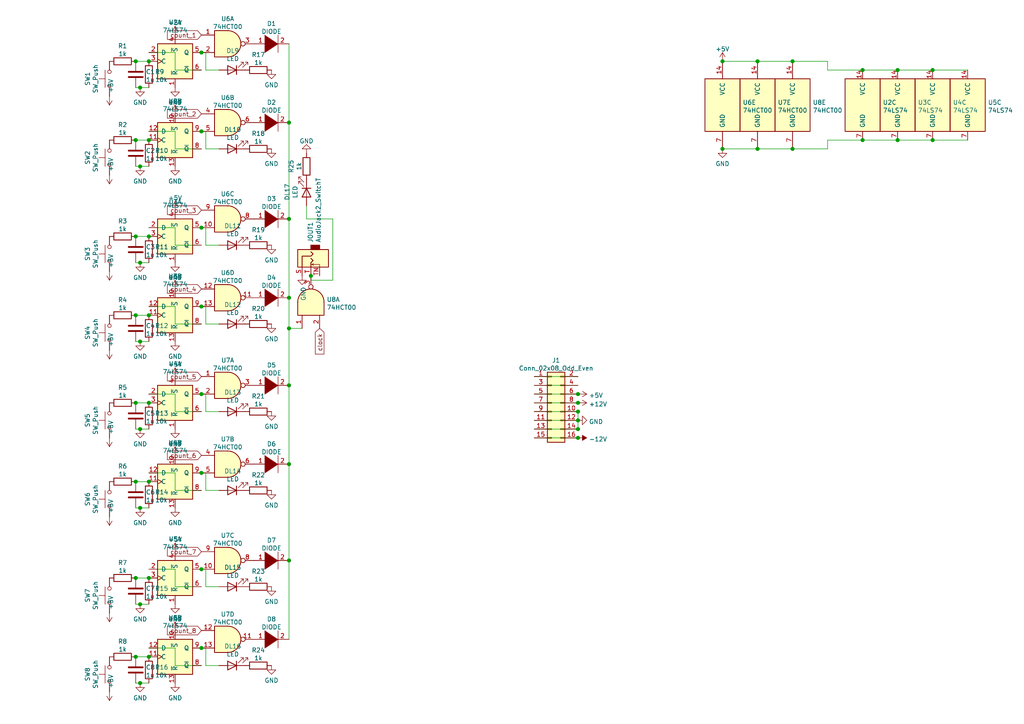
<source format=kicad_sch>
(kicad_sch (version 20210406) (generator eeschema)

  (uuid e81a9d7e-3c2b-49b5-a440-61f6a2e5aba5)

  (paper "A4")

  (lib_symbols
    (symbol "4xxx:4017" (pin_names (offset 1.016)) (in_bom yes) (on_board yes)
      (property "Reference" "U" (id 0) (at -7.62 16.51 0)
        (effects (font (size 1.27 1.27)))
      )
      (property "Value" "4017" (id 1) (at -7.62 -19.05 0)
        (effects (font (size 1.27 1.27)))
      )
      (property "Footprint" "" (id 2) (at 0 0 0)
        (effects (font (size 1.27 1.27)) hide)
      )
      (property "Datasheet" "http://www.intersil.com/content/dam/Intersil/documents/cd40/cd4017bms-22bms.pdf" (id 3) (at 0 0 0)
        (effects (font (size 1.27 1.27)) hide)
      )
      (property "ki_locked" "" (id 4) (at 0 0 0)
        (effects (font (size 1.27 1.27)))
      )
      (property "ki_keywords" "CNT CNT10" (id 5) (at 0 0 0)
        (effects (font (size 1.27 1.27)) hide)
      )
      (property "ki_description" "Johnson Counter ( 10 outputs )" (id 6) (at 0 0 0)
        (effects (font (size 1.27 1.27)) hide)
      )
      (property "ki_fp_filters" "DIP?16*" (id 7) (at 0 0 0)
        (effects (font (size 1.27 1.27)) hide)
      )
      (symbol "4017_1_0"
        (pin output line (at 12.7 0 180) (length 5.08)
          (name "Q5" (effects (font (size 1.27 1.27))))
          (number "1" (effects (font (size 1.27 1.27))))
        )
        (pin output line (at 12.7 2.54 180) (length 5.08)
          (name "Q4" (effects (font (size 1.27 1.27))))
          (number "10" (effects (font (size 1.27 1.27))))
        )
        (pin output line (at 12.7 -10.16 180) (length 5.08)
          (name "Q9" (effects (font (size 1.27 1.27))))
          (number "11" (effects (font (size 1.27 1.27))))
        )
        (pin output line (at 12.7 -15.24 180) (length 5.08)
          (name "Cout" (effects (font (size 1.27 1.27))))
          (number "12" (effects (font (size 1.27 1.27))))
        )
        (pin input inverted (at -12.7 10.16 0) (length 5.08)
          (name "CKEN" (effects (font (size 1.27 1.27))))
          (number "13" (effects (font (size 1.27 1.27))))
        )
        (pin input clock (at -12.7 12.7 0) (length 5.08)
          (name "CLK" (effects (font (size 1.27 1.27))))
          (number "14" (effects (font (size 1.27 1.27))))
        )
        (pin input line (at -12.7 5.08 0) (length 5.08)
          (name "Reset" (effects (font (size 1.27 1.27))))
          (number "15" (effects (font (size 1.27 1.27))))
        )
        (pin power_in line (at 0 20.32 270) (length 5.08)
          (name "VDD" (effects (font (size 1.27 1.27))))
          (number "16" (effects (font (size 1.27 1.27))))
        )
        (pin output line (at 12.7 10.16 180) (length 5.08)
          (name "Q1" (effects (font (size 1.27 1.27))))
          (number "2" (effects (font (size 1.27 1.27))))
        )
        (pin output line (at 12.7 12.7 180) (length 5.08)
          (name "Q0" (effects (font (size 1.27 1.27))))
          (number "3" (effects (font (size 1.27 1.27))))
        )
        (pin output line (at 12.7 7.62 180) (length 5.08)
          (name "Q2" (effects (font (size 1.27 1.27))))
          (number "4" (effects (font (size 1.27 1.27))))
        )
        (pin output line (at 12.7 -2.54 180) (length 5.08)
          (name "Q6" (effects (font (size 1.27 1.27))))
          (number "5" (effects (font (size 1.27 1.27))))
        )
        (pin output line (at 12.7 -5.08 180) (length 5.08)
          (name "Q7" (effects (font (size 1.27 1.27))))
          (number "6" (effects (font (size 1.27 1.27))))
        )
        (pin output line (at 12.7 5.08 180) (length 5.08)
          (name "Q3" (effects (font (size 1.27 1.27))))
          (number "7" (effects (font (size 1.27 1.27))))
        )
        (pin power_in line (at 0 -22.86 90) (length 5.08)
          (name "VSS" (effects (font (size 1.27 1.27))))
          (number "8" (effects (font (size 1.27 1.27))))
        )
        (pin output line (at 12.7 -7.62 180) (length 5.08)
          (name "Q8" (effects (font (size 1.27 1.27))))
          (number "9" (effects (font (size 1.27 1.27))))
        )
      )
      (symbol "4017_1_1"
        (rectangle (start -7.62 15.24) (end 7.62 -17.78)
          (stroke (width 0.254)) (fill (type background))
        )
      )
    )
    (symbol "74xx:74HCT00" (pin_names (offset 1.016)) (in_bom yes) (on_board yes)
      (property "Reference" "U" (id 0) (at 0 1.27 0)
        (effects (font (size 1.27 1.27)))
      )
      (property "Value" "74HCT00" (id 1) (at 0 -1.27 0)
        (effects (font (size 1.27 1.27)))
      )
      (property "Footprint" "" (id 2) (at 0 0 0)
        (effects (font (size 1.27 1.27)) hide)
      )
      (property "Datasheet" "http://www.ti.com/lit/gpn/sn74hct00" (id 3) (at 0 0 0)
        (effects (font (size 1.27 1.27)) hide)
      )
      (property "ki_locked" "" (id 4) (at 0 0 0)
        (effects (font (size 1.27 1.27)))
      )
      (property "ki_keywords" "HCTMOS nand 2-input" (id 5) (at 0 0 0)
        (effects (font (size 1.27 1.27)) hide)
      )
      (property "ki_description" "quad 2-input NAND gate" (id 6) (at 0 0 0)
        (effects (font (size 1.27 1.27)) hide)
      )
      (property "ki_fp_filters" "DIP*W7.62mm* SO14*" (id 7) (at 0 0 0)
        (effects (font (size 1.27 1.27)) hide)
      )
      (symbol "74HCT00_1_1"
        (arc (start 0 -3.81) (end 0 3.81) (radius (at 0 0) (length 3.81) (angles -89.9 89.9))
          (stroke (width 0.254)) (fill (type background))
        )
        (polyline
          (pts
            (xy 0 3.81)
            (xy -3.81 3.81)
            (xy -3.81 -3.81)
            (xy 0 -3.81)
          )
          (stroke (width 0.254)) (fill (type background))
        )
        (pin input line (at -7.62 2.54 0) (length 3.81)
          (name "~" (effects (font (size 1.27 1.27))))
          (number "1" (effects (font (size 1.27 1.27))))
        )
        (pin input line (at -7.62 -2.54 0) (length 3.81)
          (name "~" (effects (font (size 1.27 1.27))))
          (number "2" (effects (font (size 1.27 1.27))))
        )
        (pin output inverted (at 7.62 0 180) (length 3.81)
          (name "~" (effects (font (size 1.27 1.27))))
          (number "3" (effects (font (size 1.27 1.27))))
        )
      )
      (symbol "74HCT00_1_2"
        (arc (start -3.81 3.81) (end -3.81 -3.81) (radius (at -9.144 0) (length 6.5532) (angles 35.4 -35.4))
          (stroke (width 0.254)) (fill (type none))
        )
        (arc (start 3.81 0) (end -0.6096 3.81) (radius (at -1.1938 -1.3208) (length 5.1816) (angles 15 83.7))
          (stroke (width 0.254)) (fill (type background))
        )
        (arc (start 3.81 0) (end -0.6096 -3.81) (radius (at -1.1938 1.3208) (length 5.1816) (angles -15 -83.7))
          (stroke (width 0.254)) (fill (type background))
        )
        (polyline
          (pts
            (xy -3.81 -3.81)
            (xy -0.635 -3.81)
          )
          (stroke (width 0.254)) (fill (type background))
        )
        (polyline
          (pts
            (xy -3.81 3.81)
            (xy -0.635 3.81)
          )
          (stroke (width 0.254)) (fill (type background))
        )
        (polyline
          (pts
            (xy -0.635 3.81)
            (xy -3.81 3.81)
            (xy -3.81 3.81)
            (xy -3.556 3.4036)
            (xy -3.0226 2.2606)
            (xy -2.6924 1.0414)
            (xy -2.6162 -0.254)
            (xy -2.7686 -1.4986)
            (xy -3.175 -2.7178)
            (xy -3.81 -3.81)
            (xy -3.81 -3.81)
            (xy -0.635 -3.81)
          )
          (stroke (width -25.4)) (fill (type background))
        )
        (pin input inverted (at -7.62 2.54 0) (length 4.318)
          (name "~" (effects (font (size 1.27 1.27))))
          (number "1" (effects (font (size 1.27 1.27))))
        )
        (pin input inverted (at -7.62 -2.54 0) (length 4.318)
          (name "~" (effects (font (size 1.27 1.27))))
          (number "2" (effects (font (size 1.27 1.27))))
        )
        (pin output line (at 7.62 0 180) (length 3.81)
          (name "~" (effects (font (size 1.27 1.27))))
          (number "3" (effects (font (size 1.27 1.27))))
        )
      )
      (symbol "74HCT00_2_1"
        (arc (start 0 -3.81) (end 0 3.81) (radius (at 0 0) (length 3.81) (angles -89.9 89.9))
          (stroke (width 0.254)) (fill (type background))
        )
        (polyline
          (pts
            (xy 0 3.81)
            (xy -3.81 3.81)
            (xy -3.81 -3.81)
            (xy 0 -3.81)
          )
          (stroke (width 0.254)) (fill (type background))
        )
        (pin input line (at -7.62 2.54 0) (length 3.81)
          (name "~" (effects (font (size 1.27 1.27))))
          (number "4" (effects (font (size 1.27 1.27))))
        )
        (pin input line (at -7.62 -2.54 0) (length 3.81)
          (name "~" (effects (font (size 1.27 1.27))))
          (number "5" (effects (font (size 1.27 1.27))))
        )
        (pin output inverted (at 7.62 0 180) (length 3.81)
          (name "~" (effects (font (size 1.27 1.27))))
          (number "6" (effects (font (size 1.27 1.27))))
        )
      )
      (symbol "74HCT00_2_2"
        (arc (start -3.81 3.81) (end -3.81 -3.81) (radius (at -9.144 0) (length 6.5532) (angles 35.4 -35.4))
          (stroke (width 0.254)) (fill (type none))
        )
        (arc (start 3.81 0) (end -0.6096 3.81) (radius (at -1.1938 -1.3208) (length 5.1816) (angles 15 83.7))
          (stroke (width 0.254)) (fill (type background))
        )
        (arc (start 3.81 0) (end -0.6096 -3.81) (radius (at -1.1938 1.3208) (length 5.1816) (angles -15 -83.7))
          (stroke (width 0.254)) (fill (type background))
        )
        (polyline
          (pts
            (xy -3.81 -3.81)
            (xy -0.635 -3.81)
          )
          (stroke (width 0.254)) (fill (type background))
        )
        (polyline
          (pts
            (xy -3.81 3.81)
            (xy -0.635 3.81)
          )
          (stroke (width 0.254)) (fill (type background))
        )
        (polyline
          (pts
            (xy -0.635 3.81)
            (xy -3.81 3.81)
            (xy -3.81 3.81)
            (xy -3.556 3.4036)
            (xy -3.0226 2.2606)
            (xy -2.6924 1.0414)
            (xy -2.6162 -0.254)
            (xy -2.7686 -1.4986)
            (xy -3.175 -2.7178)
            (xy -3.81 -3.81)
            (xy -3.81 -3.81)
            (xy -0.635 -3.81)
          )
          (stroke (width -25.4)) (fill (type background))
        )
        (pin input inverted (at -7.62 2.54 0) (length 4.318)
          (name "~" (effects (font (size 1.27 1.27))))
          (number "4" (effects (font (size 1.27 1.27))))
        )
        (pin input inverted (at -7.62 -2.54 0) (length 4.318)
          (name "~" (effects (font (size 1.27 1.27))))
          (number "5" (effects (font (size 1.27 1.27))))
        )
        (pin output line (at 7.62 0 180) (length 3.81)
          (name "~" (effects (font (size 1.27 1.27))))
          (number "6" (effects (font (size 1.27 1.27))))
        )
      )
      (symbol "74HCT00_3_1"
        (arc (start 0 -3.81) (end 0 3.81) (radius (at 0 0) (length 3.81) (angles -89.9 89.9))
          (stroke (width 0.254)) (fill (type background))
        )
        (polyline
          (pts
            (xy 0 3.81)
            (xy -3.81 3.81)
            (xy -3.81 -3.81)
            (xy 0 -3.81)
          )
          (stroke (width 0.254)) (fill (type background))
        )
        (pin input line (at -7.62 -2.54 0) (length 3.81)
          (name "~" (effects (font (size 1.27 1.27))))
          (number "10" (effects (font (size 1.27 1.27))))
        )
        (pin output inverted (at 7.62 0 180) (length 3.81)
          (name "~" (effects (font (size 1.27 1.27))))
          (number "8" (effects (font (size 1.27 1.27))))
        )
        (pin input line (at -7.62 2.54 0) (length 3.81)
          (name "~" (effects (font (size 1.27 1.27))))
          (number "9" (effects (font (size 1.27 1.27))))
        )
      )
      (symbol "74HCT00_3_2"
        (arc (start -3.81 3.81) (end -3.81 -3.81) (radius (at -9.144 0) (length 6.5532) (angles 35.4 -35.4))
          (stroke (width 0.254)) (fill (type none))
        )
        (arc (start 3.81 0) (end -0.6096 3.81) (radius (at -1.1938 -1.3208) (length 5.1816) (angles 15 83.7))
          (stroke (width 0.254)) (fill (type background))
        )
        (arc (start 3.81 0) (end -0.6096 -3.81) (radius (at -1.1938 1.3208) (length 5.1816) (angles -15 -83.7))
          (stroke (width 0.254)) (fill (type background))
        )
        (polyline
          (pts
            (xy -3.81 -3.81)
            (xy -0.635 -3.81)
          )
          (stroke (width 0.254)) (fill (type background))
        )
        (polyline
          (pts
            (xy -3.81 3.81)
            (xy -0.635 3.81)
          )
          (stroke (width 0.254)) (fill (type background))
        )
        (polyline
          (pts
            (xy -0.635 3.81)
            (xy -3.81 3.81)
            (xy -3.81 3.81)
            (xy -3.556 3.4036)
            (xy -3.0226 2.2606)
            (xy -2.6924 1.0414)
            (xy -2.6162 -0.254)
            (xy -2.7686 -1.4986)
            (xy -3.175 -2.7178)
            (xy -3.81 -3.81)
            (xy -3.81 -3.81)
            (xy -0.635 -3.81)
          )
          (stroke (width -25.4)) (fill (type background))
        )
        (pin input inverted (at -7.62 -2.54 0) (length 4.318)
          (name "~" (effects (font (size 1.27 1.27))))
          (number "10" (effects (font (size 1.27 1.27))))
        )
        (pin output line (at 7.62 0 180) (length 3.81)
          (name "~" (effects (font (size 1.27 1.27))))
          (number "8" (effects (font (size 1.27 1.27))))
        )
        (pin input inverted (at -7.62 2.54 0) (length 4.318)
          (name "~" (effects (font (size 1.27 1.27))))
          (number "9" (effects (font (size 1.27 1.27))))
        )
      )
      (symbol "74HCT00_4_1"
        (arc (start 0 -3.81) (end 0 3.81) (radius (at 0 0) (length 3.81) (angles -89.9 89.9))
          (stroke (width 0.254)) (fill (type background))
        )
        (polyline
          (pts
            (xy 0 3.81)
            (xy -3.81 3.81)
            (xy -3.81 -3.81)
            (xy 0 -3.81)
          )
          (stroke (width 0.254)) (fill (type background))
        )
        (pin output inverted (at 7.62 0 180) (length 3.81)
          (name "~" (effects (font (size 1.27 1.27))))
          (number "11" (effects (font (size 1.27 1.27))))
        )
        (pin input line (at -7.62 2.54 0) (length 3.81)
          (name "~" (effects (font (size 1.27 1.27))))
          (number "12" (effects (font (size 1.27 1.27))))
        )
        (pin input line (at -7.62 -2.54 0) (length 3.81)
          (name "~" (effects (font (size 1.27 1.27))))
          (number "13" (effects (font (size 1.27 1.27))))
        )
      )
      (symbol "74HCT00_4_2"
        (arc (start -3.81 3.81) (end -3.81 -3.81) (radius (at -9.144 0) (length 6.5532) (angles 35.4 -35.4))
          (stroke (width 0.254)) (fill (type none))
        )
        (arc (start 3.81 0) (end -0.6096 3.81) (radius (at -1.1938 -1.3208) (length 5.1816) (angles 15 83.7))
          (stroke (width 0.254)) (fill (type background))
        )
        (arc (start 3.81 0) (end -0.6096 -3.81) (radius (at -1.1938 1.3208) (length 5.1816) (angles -15 -83.7))
          (stroke (width 0.254)) (fill (type background))
        )
        (polyline
          (pts
            (xy -3.81 -3.81)
            (xy -0.635 -3.81)
          )
          (stroke (width 0.254)) (fill (type background))
        )
        (polyline
          (pts
            (xy -3.81 3.81)
            (xy -0.635 3.81)
          )
          (stroke (width 0.254)) (fill (type background))
        )
        (polyline
          (pts
            (xy -0.635 3.81)
            (xy -3.81 3.81)
            (xy -3.81 3.81)
            (xy -3.556 3.4036)
            (xy -3.0226 2.2606)
            (xy -2.6924 1.0414)
            (xy -2.6162 -0.254)
            (xy -2.7686 -1.4986)
            (xy -3.175 -2.7178)
            (xy -3.81 -3.81)
            (xy -3.81 -3.81)
            (xy -0.635 -3.81)
          )
          (stroke (width -25.4)) (fill (type background))
        )
        (pin output line (at 7.62 0 180) (length 3.81)
          (name "~" (effects (font (size 1.27 1.27))))
          (number "11" (effects (font (size 1.27 1.27))))
        )
        (pin input inverted (at -7.62 2.54 0) (length 4.318)
          (name "~" (effects (font (size 1.27 1.27))))
          (number "12" (effects (font (size 1.27 1.27))))
        )
        (pin input inverted (at -7.62 -2.54 0) (length 4.318)
          (name "~" (effects (font (size 1.27 1.27))))
          (number "13" (effects (font (size 1.27 1.27))))
        )
      )
      (symbol "74HCT00_5_0"
        (pin power_in line (at 0 12.7 270) (length 5.08)
          (name "VCC" (effects (font (size 1.27 1.27))))
          (number "14" (effects (font (size 1.27 1.27))))
        )
        (pin power_in line (at 0 -12.7 90) (length 5.08)
          (name "GND" (effects (font (size 1.27 1.27))))
          (number "7" (effects (font (size 1.27 1.27))))
        )
      )
      (symbol "74HCT00_5_1"
        (rectangle (start -5.08 7.62) (end 5.08 -7.62)
          (stroke (width 0.254)) (fill (type background))
        )
      )
    )
    (symbol "74xx:74LS74" (pin_names (offset 1.016)) (in_bom yes) (on_board yes)
      (property "Reference" "U" (id 0) (at -7.62 8.89 0)
        (effects (font (size 1.27 1.27)))
      )
      (property "Value" "74LS74" (id 1) (at -7.62 -8.89 0)
        (effects (font (size 1.27 1.27)))
      )
      (property "Footprint" "" (id 2) (at 0 0 0)
        (effects (font (size 1.27 1.27)) hide)
      )
      (property "Datasheet" "74xx/74hc_hct74.pdf" (id 3) (at 0 0 0)
        (effects (font (size 1.27 1.27)) hide)
      )
      (property "ki_locked" "" (id 4) (at 0 0 0)
        (effects (font (size 1.27 1.27)))
      )
      (property "ki_keywords" "TTL DFF" (id 5) (at 0 0 0)
        (effects (font (size 1.27 1.27)) hide)
      )
      (property "ki_description" "Dual D Flip-flop, Set & Reset" (id 6) (at 0 0 0)
        (effects (font (size 1.27 1.27)) hide)
      )
      (property "ki_fp_filters" "DIP*W7.62mm*" (id 7) (at 0 0 0)
        (effects (font (size 1.27 1.27)) hide)
      )
      (symbol "74LS74_1_0"
        (pin input line (at 0 -7.62 90) (length 2.54)
          (name "~R" (effects (font (size 1.27 1.27))))
          (number "1" (effects (font (size 1.27 1.27))))
        )
        (pin input line (at -7.62 2.54 0) (length 2.54)
          (name "D" (effects (font (size 1.27 1.27))))
          (number "2" (effects (font (size 1.27 1.27))))
        )
        (pin input clock (at -7.62 0 0) (length 2.54)
          (name "C" (effects (font (size 1.27 1.27))))
          (number "3" (effects (font (size 1.27 1.27))))
        )
        (pin input line (at 0 7.62 270) (length 2.54)
          (name "~S" (effects (font (size 1.27 1.27))))
          (number "4" (effects (font (size 1.27 1.27))))
        )
        (pin output line (at 7.62 2.54 180) (length 2.54)
          (name "Q" (effects (font (size 1.27 1.27))))
          (number "5" (effects (font (size 1.27 1.27))))
        )
        (pin output line (at 7.62 -2.54 180) (length 2.54)
          (name "~Q" (effects (font (size 1.27 1.27))))
          (number "6" (effects (font (size 1.27 1.27))))
        )
      )
      (symbol "74LS74_1_1"
        (rectangle (start -5.08 5.08) (end 5.08 -5.08)
          (stroke (width 0.254)) (fill (type background))
        )
      )
      (symbol "74LS74_2_0"
        (pin input line (at 0 7.62 270) (length 2.54)
          (name "~S" (effects (font (size 1.27 1.27))))
          (number "10" (effects (font (size 1.27 1.27))))
        )
        (pin input clock (at -7.62 0 0) (length 2.54)
          (name "C" (effects (font (size 1.27 1.27))))
          (number "11" (effects (font (size 1.27 1.27))))
        )
        (pin input line (at -7.62 2.54 0) (length 2.54)
          (name "D" (effects (font (size 1.27 1.27))))
          (number "12" (effects (font (size 1.27 1.27))))
        )
        (pin input line (at 0 -7.62 90) (length 2.54)
          (name "~R" (effects (font (size 1.27 1.27))))
          (number "13" (effects (font (size 1.27 1.27))))
        )
        (pin output line (at 7.62 -2.54 180) (length 2.54)
          (name "~Q" (effects (font (size 1.27 1.27))))
          (number "8" (effects (font (size 1.27 1.27))))
        )
        (pin output line (at 7.62 2.54 180) (length 2.54)
          (name "Q" (effects (font (size 1.27 1.27))))
          (number "9" (effects (font (size 1.27 1.27))))
        )
      )
      (symbol "74LS74_2_1"
        (rectangle (start -5.08 5.08) (end 5.08 -5.08)
          (stroke (width 0.254)) (fill (type background))
        )
      )
      (symbol "74LS74_3_0"
        (pin power_in line (at 0 10.16 270) (length 2.54)
          (name "VCC" (effects (font (size 1.27 1.27))))
          (number "14" (effects (font (size 1.27 1.27))))
        )
        (pin power_in line (at 0 -10.16 90) (length 2.54)
          (name "GND" (effects (font (size 1.27 1.27))))
          (number "7" (effects (font (size 1.27 1.27))))
        )
      )
      (symbol "74LS74_3_1"
        (rectangle (start -5.08 7.62) (end 5.08 -7.62)
          (stroke (width 0.254)) (fill (type background))
        )
      )
    )
    (symbol "Connector:AudioJack2_SwitchT" (in_bom yes) (on_board yes)
      (property "Reference" "J" (id 0) (at 0 8.89 0)
        (effects (font (size 1.27 1.27)))
      )
      (property "Value" "AudioJack2_SwitchT" (id 1) (at 0 6.35 0)
        (effects (font (size 1.27 1.27)))
      )
      (property "Footprint" "" (id 2) (at 0 0 0)
        (effects (font (size 1.27 1.27)) hide)
      )
      (property "Datasheet" "~" (id 3) (at 0 0 0)
        (effects (font (size 1.27 1.27)) hide)
      )
      (property "ki_keywords" "audio jack receptacle mono headphones phone TS connector" (id 4) (at 0 0 0)
        (effects (font (size 1.27 1.27)) hide)
      )
      (property "ki_description" "Audio Jack, 2 Poles (Mono / TS), Switched T Pole (Normalling)" (id 5) (at 0 0 0)
        (effects (font (size 1.27 1.27)) hide)
      )
      (property "ki_fp_filters" "Jack*" (id 6) (at 0 0 0)
        (effects (font (size 1.27 1.27)) hide)
      )
      (symbol "AudioJack2_SwitchT_0_1"
        (rectangle (start -2.54 0) (end -3.81 -2.54)
          (stroke (width 0.254)) (fill (type outline))
        )
        (rectangle (start 2.54 3.81) (end -2.54 -5.08)
          (stroke (width 0.254)) (fill (type background))
        )
        (polyline
          (pts
            (xy 1.778 -0.254)
            (xy 2.032 -0.762)
          )
          (stroke (width 0)) (fill (type none))
        )
        (polyline
          (pts
            (xy 0 0)
            (xy 0.635 -0.635)
            (xy 1.27 0)
            (xy 2.54 0)
          )
          (stroke (width 0.254)) (fill (type none))
        )
        (polyline
          (pts
            (xy 2.54 -2.54)
            (xy 1.778 -2.54)
            (xy 1.778 -0.254)
            (xy 1.524 -0.762)
          )
          (stroke (width 0)) (fill (type none))
        )
        (polyline
          (pts
            (xy 2.54 2.54)
            (xy -0.635 2.54)
            (xy -0.635 0)
            (xy -1.27 -0.635)
            (xy -1.905 0)
          )
          (stroke (width 0.254)) (fill (type none))
        )
      )
      (symbol "AudioJack2_SwitchT_1_1"
        (pin passive line (at 5.08 2.54 180) (length 2.54)
          (name "~" (effects (font (size 1.27 1.27))))
          (number "S" (effects (font (size 1.27 1.27))))
        )
        (pin passive line (at 5.08 0 180) (length 2.54)
          (name "~" (effects (font (size 1.27 1.27))))
          (number "T" (effects (font (size 1.27 1.27))))
        )
        (pin passive line (at 5.08 -2.54 180) (length 2.54)
          (name "~" (effects (font (size 1.27 1.27))))
          (number "TN" (effects (font (size 1.27 1.27))))
        )
      )
    )
    (symbol "Connector_Generic:Conn_02x08_Odd_Even" (pin_names (offset 1.016) hide) (in_bom yes) (on_board yes)
      (property "Reference" "J" (id 0) (at 1.27 10.16 0)
        (effects (font (size 1.27 1.27)))
      )
      (property "Value" "Conn_02x08_Odd_Even" (id 1) (at 1.27 -12.7 0)
        (effects (font (size 1.27 1.27)))
      )
      (property "Footprint" "" (id 2) (at 0 0 0)
        (effects (font (size 1.27 1.27)) hide)
      )
      (property "Datasheet" "~" (id 3) (at 0 0 0)
        (effects (font (size 1.27 1.27)) hide)
      )
      (property "ki_keywords" "connector" (id 4) (at 0 0 0)
        (effects (font (size 1.27 1.27)) hide)
      )
      (property "ki_description" "Generic connector, double row, 02x08, odd/even pin numbering scheme (row 1 odd numbers, row 2 even numbers), script generated (kicad-library-utils/schlib/autogen/connector/)" (id 5) (at 0 0 0)
        (effects (font (size 1.27 1.27)) hide)
      )
      (property "ki_fp_filters" "Connector*:*_2x??_*" (id 6) (at 0 0 0)
        (effects (font (size 1.27 1.27)) hide)
      )
      (symbol "Conn_02x08_Odd_Even_1_1"
        (rectangle (start -1.27 -10.033) (end 0 -10.287)
          (stroke (width 0.1524)) (fill (type none))
        )
        (rectangle (start -1.27 -7.493) (end 0 -7.747)
          (stroke (width 0.1524)) (fill (type none))
        )
        (rectangle (start -1.27 -4.953) (end 0 -5.207)
          (stroke (width 0.1524)) (fill (type none))
        )
        (rectangle (start -1.27 -2.413) (end 0 -2.667)
          (stroke (width 0.1524)) (fill (type none))
        )
        (rectangle (start -1.27 0.127) (end 0 -0.127)
          (stroke (width 0.1524)) (fill (type none))
        )
        (rectangle (start -1.27 2.667) (end 0 2.413)
          (stroke (width 0.1524)) (fill (type none))
        )
        (rectangle (start -1.27 5.207) (end 0 4.953)
          (stroke (width 0.1524)) (fill (type none))
        )
        (rectangle (start -1.27 7.747) (end 0 7.493)
          (stroke (width 0.1524)) (fill (type none))
        )
        (rectangle (start 3.81 -10.033) (end 2.54 -10.287)
          (stroke (width 0.1524)) (fill (type none))
        )
        (rectangle (start 3.81 -7.493) (end 2.54 -7.747)
          (stroke (width 0.1524)) (fill (type none))
        )
        (rectangle (start 3.81 -4.953) (end 2.54 -5.207)
          (stroke (width 0.1524)) (fill (type none))
        )
        (rectangle (start 3.81 -2.413) (end 2.54 -2.667)
          (stroke (width 0.1524)) (fill (type none))
        )
        (rectangle (start 3.81 0.127) (end 2.54 -0.127)
          (stroke (width 0.1524)) (fill (type none))
        )
        (rectangle (start 3.81 2.667) (end 2.54 2.413)
          (stroke (width 0.1524)) (fill (type none))
        )
        (rectangle (start 3.81 5.207) (end 2.54 4.953)
          (stroke (width 0.1524)) (fill (type none))
        )
        (rectangle (start 3.81 7.747) (end 2.54 7.493)
          (stroke (width 0.1524)) (fill (type none))
        )
        (rectangle (start -1.27 8.89) (end 3.81 -11.43)
          (stroke (width 0.254)) (fill (type background))
        )
        (pin passive line (at -5.08 7.62 0) (length 3.81)
          (name "Pin_1" (effects (font (size 1.27 1.27))))
          (number "1" (effects (font (size 1.27 1.27))))
        )
        (pin passive line (at 7.62 -2.54 180) (length 3.81)
          (name "Pin_10" (effects (font (size 1.27 1.27))))
          (number "10" (effects (font (size 1.27 1.27))))
        )
        (pin passive line (at -5.08 -5.08 0) (length 3.81)
          (name "Pin_11" (effects (font (size 1.27 1.27))))
          (number "11" (effects (font (size 1.27 1.27))))
        )
        (pin passive line (at 7.62 -5.08 180) (length 3.81)
          (name "Pin_12" (effects (font (size 1.27 1.27))))
          (number "12" (effects (font (size 1.27 1.27))))
        )
        (pin passive line (at -5.08 -7.62 0) (length 3.81)
          (name "Pin_13" (effects (font (size 1.27 1.27))))
          (number "13" (effects (font (size 1.27 1.27))))
        )
        (pin passive line (at 7.62 -7.62 180) (length 3.81)
          (name "Pin_14" (effects (font (size 1.27 1.27))))
          (number "14" (effects (font (size 1.27 1.27))))
        )
        (pin passive line (at -5.08 -10.16 0) (length 3.81)
          (name "Pin_15" (effects (font (size 1.27 1.27))))
          (number "15" (effects (font (size 1.27 1.27))))
        )
        (pin passive line (at 7.62 -10.16 180) (length 3.81)
          (name "Pin_16" (effects (font (size 1.27 1.27))))
          (number "16" (effects (font (size 1.27 1.27))))
        )
        (pin passive line (at 7.62 7.62 180) (length 3.81)
          (name "Pin_2" (effects (font (size 1.27 1.27))))
          (number "2" (effects (font (size 1.27 1.27))))
        )
        (pin passive line (at -5.08 5.08 0) (length 3.81)
          (name "Pin_3" (effects (font (size 1.27 1.27))))
          (number "3" (effects (font (size 1.27 1.27))))
        )
        (pin passive line (at 7.62 5.08 180) (length 3.81)
          (name "Pin_4" (effects (font (size 1.27 1.27))))
          (number "4" (effects (font (size 1.27 1.27))))
        )
        (pin passive line (at -5.08 2.54 0) (length 3.81)
          (name "Pin_5" (effects (font (size 1.27 1.27))))
          (number "5" (effects (font (size 1.27 1.27))))
        )
        (pin passive line (at 7.62 2.54 180) (length 3.81)
          (name "Pin_6" (effects (font (size 1.27 1.27))))
          (number "6" (effects (font (size 1.27 1.27))))
        )
        (pin passive line (at -5.08 0 0) (length 3.81)
          (name "Pin_7" (effects (font (size 1.27 1.27))))
          (number "7" (effects (font (size 1.27 1.27))))
        )
        (pin passive line (at 7.62 0 180) (length 3.81)
          (name "Pin_8" (effects (font (size 1.27 1.27))))
          (number "8" (effects (font (size 1.27 1.27))))
        )
        (pin passive line (at -5.08 -2.54 0) (length 3.81)
          (name "Pin_9" (effects (font (size 1.27 1.27))))
          (number "9" (effects (font (size 1.27 1.27))))
        )
      )
    )
    (symbol "Device:C" (pin_numbers hide) (pin_names (offset 0.254)) (in_bom yes) (on_board yes)
      (property "Reference" "C" (id 0) (at 0.635 2.54 0)
        (effects (font (size 1.27 1.27)) (justify left))
      )
      (property "Value" "C" (id 1) (at 0.635 -2.54 0)
        (effects (font (size 1.27 1.27)) (justify left))
      )
      (property "Footprint" "" (id 2) (at 0.9652 -3.81 0)
        (effects (font (size 1.27 1.27)) hide)
      )
      (property "Datasheet" "~" (id 3) (at 0 0 0)
        (effects (font (size 1.27 1.27)) hide)
      )
      (property "ki_keywords" "cap capacitor" (id 4) (at 0 0 0)
        (effects (font (size 1.27 1.27)) hide)
      )
      (property "ki_description" "Unpolarized capacitor" (id 5) (at 0 0 0)
        (effects (font (size 1.27 1.27)) hide)
      )
      (property "ki_fp_filters" "C_*" (id 6) (at 0 0 0)
        (effects (font (size 1.27 1.27)) hide)
      )
      (symbol "C_0_1"
        (polyline
          (pts
            (xy -2.032 -0.762)
            (xy 2.032 -0.762)
          )
          (stroke (width 0.508)) (fill (type none))
        )
        (polyline
          (pts
            (xy -2.032 0.762)
            (xy 2.032 0.762)
          )
          (stroke (width 0.508)) (fill (type none))
        )
      )
      (symbol "C_1_1"
        (pin passive line (at 0 3.81 270) (length 2.794)
          (name "~" (effects (font (size 1.27 1.27))))
          (number "1" (effects (font (size 1.27 1.27))))
        )
        (pin passive line (at 0 -3.81 90) (length 2.794)
          (name "~" (effects (font (size 1.27 1.27))))
          (number "2" (effects (font (size 1.27 1.27))))
        )
      )
    )
    (symbol "Device:LED" (pin_numbers hide) (pin_names (offset 1.016) hide) (in_bom yes) (on_board yes)
      (property "Reference" "D" (id 0) (at 0 2.54 0)
        (effects (font (size 1.27 1.27)))
      )
      (property "Value" "LED" (id 1) (at 0 -2.54 0)
        (effects (font (size 1.27 1.27)))
      )
      (property "Footprint" "" (id 2) (at 0 0 0)
        (effects (font (size 1.27 1.27)) hide)
      )
      (property "Datasheet" "~" (id 3) (at 0 0 0)
        (effects (font (size 1.27 1.27)) hide)
      )
      (property "ki_keywords" "LED diode" (id 4) (at 0 0 0)
        (effects (font (size 1.27 1.27)) hide)
      )
      (property "ki_description" "Light emitting diode" (id 5) (at 0 0 0)
        (effects (font (size 1.27 1.27)) hide)
      )
      (property "ki_fp_filters" "LED* LED_SMD:* LED_THT:*" (id 6) (at 0 0 0)
        (effects (font (size 1.27 1.27)) hide)
      )
      (symbol "LED_0_1"
        (polyline
          (pts
            (xy -1.27 -1.27)
            (xy -1.27 1.27)
          )
          (stroke (width 0.254)) (fill (type none))
        )
        (polyline
          (pts
            (xy -1.27 0)
            (xy 1.27 0)
          )
          (stroke (width 0)) (fill (type none))
        )
        (polyline
          (pts
            (xy 1.27 -1.27)
            (xy 1.27 1.27)
            (xy -1.27 0)
            (xy 1.27 -1.27)
          )
          (stroke (width 0.254)) (fill (type none))
        )
        (polyline
          (pts
            (xy -3.048 -0.762)
            (xy -4.572 -2.286)
            (xy -3.81 -2.286)
            (xy -4.572 -2.286)
            (xy -4.572 -1.524)
          )
          (stroke (width 0)) (fill (type none))
        )
        (polyline
          (pts
            (xy -1.778 -0.762)
            (xy -3.302 -2.286)
            (xy -2.54 -2.286)
            (xy -3.302 -2.286)
            (xy -3.302 -1.524)
          )
          (stroke (width 0)) (fill (type none))
        )
      )
      (symbol "LED_1_1"
        (pin passive line (at -3.81 0 0) (length 2.54)
          (name "K" (effects (font (size 1.27 1.27))))
          (number "1" (effects (font (size 1.27 1.27))))
        )
        (pin passive line (at 3.81 0 180) (length 2.54)
          (name "A" (effects (font (size 1.27 1.27))))
          (number "2" (effects (font (size 1.27 1.27))))
        )
      )
    )
    (symbol "Device:R" (pin_numbers hide) (pin_names (offset 0)) (in_bom yes) (on_board yes)
      (property "Reference" "R" (id 0) (at 2.032 0 90)
        (effects (font (size 1.27 1.27)))
      )
      (property "Value" "R" (id 1) (at 0 0 90)
        (effects (font (size 1.27 1.27)))
      )
      (property "Footprint" "" (id 2) (at -1.778 0 90)
        (effects (font (size 1.27 1.27)) hide)
      )
      (property "Datasheet" "~" (id 3) (at 0 0 0)
        (effects (font (size 1.27 1.27)) hide)
      )
      (property "ki_keywords" "R res resistor" (id 4) (at 0 0 0)
        (effects (font (size 1.27 1.27)) hide)
      )
      (property "ki_description" "Resistor" (id 5) (at 0 0 0)
        (effects (font (size 1.27 1.27)) hide)
      )
      (property "ki_fp_filters" "R_*" (id 6) (at 0 0 0)
        (effects (font (size 1.27 1.27)) hide)
      )
      (symbol "R_0_1"
        (rectangle (start -1.016 -2.54) (end 1.016 2.54)
          (stroke (width 0.254)) (fill (type none))
        )
      )
      (symbol "R_1_1"
        (pin passive line (at 0 3.81 270) (length 1.27)
          (name "~" (effects (font (size 1.27 1.27))))
          (number "1" (effects (font (size 1.27 1.27))))
        )
        (pin passive line (at 0 -3.81 90) (length 1.27)
          (name "~" (effects (font (size 1.27 1.27))))
          (number "2" (effects (font (size 1.27 1.27))))
        )
      )
    )
    (symbol "Switch:SW_Push" (pin_numbers hide) (pin_names (offset 1.016) hide) (in_bom yes) (on_board yes)
      (property "Reference" "SW" (id 0) (at 1.27 2.54 0)
        (effects (font (size 1.27 1.27)) (justify left))
      )
      (property "Value" "SW_Push" (id 1) (at 0 -1.524 0)
        (effects (font (size 1.27 1.27)))
      )
      (property "Footprint" "" (id 2) (at 0 5.08 0)
        (effects (font (size 1.27 1.27)) hide)
      )
      (property "Datasheet" "~" (id 3) (at 0 5.08 0)
        (effects (font (size 1.27 1.27)) hide)
      )
      (property "ki_keywords" "switch normally-open pushbutton push-button" (id 4) (at 0 0 0)
        (effects (font (size 1.27 1.27)) hide)
      )
      (property "ki_description" "Push button switch, generic, two pins" (id 5) (at 0 0 0)
        (effects (font (size 1.27 1.27)) hide)
      )
      (symbol "SW_Push_0_1"
        (circle (center -2.032 0) (radius 0.508) (stroke (width 0)) (fill (type none)))
        (circle (center 2.032 0) (radius 0.508) (stroke (width 0)) (fill (type none)))
        (polyline
          (pts
            (xy 0 1.27)
            (xy 0 3.048)
          )
          (stroke (width 0)) (fill (type none))
        )
        (polyline
          (pts
            (xy 2.54 1.27)
            (xy -2.54 1.27)
          )
          (stroke (width 0)) (fill (type none))
        )
        (pin passive line (at -5.08 0 0) (length 2.54)
          (name "1" (effects (font (size 1.27 1.27))))
          (number "1" (effects (font (size 1.27 1.27))))
        )
        (pin passive line (at 5.08 0 180) (length 2.54)
          (name "2" (effects (font (size 1.27 1.27))))
          (number "2" (effects (font (size 1.27 1.27))))
        )
      )
    )
    (symbol "power:+12V" (power) (pin_names (offset 0)) (in_bom yes) (on_board yes)
      (property "Reference" "#PWR" (id 0) (at 0 -3.81 0)
        (effects (font (size 1.27 1.27)) hide)
      )
      (property "Value" "+12V" (id 1) (at 0 3.556 0)
        (effects (font (size 1.27 1.27)))
      )
      (property "Footprint" "" (id 2) (at 0 0 0)
        (effects (font (size 1.27 1.27)) hide)
      )
      (property "Datasheet" "" (id 3) (at 0 0 0)
        (effects (font (size 1.27 1.27)) hide)
      )
      (property "ki_keywords" "power-flag" (id 4) (at 0 0 0)
        (effects (font (size 1.27 1.27)) hide)
      )
      (property "ki_description" "Power symbol creates a global label with name \"+12V\"" (id 5) (at 0 0 0)
        (effects (font (size 1.27 1.27)) hide)
      )
      (symbol "+12V_0_1"
        (polyline
          (pts
            (xy -0.762 1.27)
            (xy 0 2.54)
          )
          (stroke (width 0)) (fill (type none))
        )
        (polyline
          (pts
            (xy 0 0)
            (xy 0 2.54)
          )
          (stroke (width 0)) (fill (type none))
        )
        (polyline
          (pts
            (xy 0 2.54)
            (xy 0.762 1.27)
          )
          (stroke (width 0)) (fill (type none))
        )
      )
      (symbol "+12V_1_1"
        (pin power_in line (at 0 0 90) (length 0) hide
          (name "+12V" (effects (font (size 1.27 1.27))))
          (number "1" (effects (font (size 1.27 1.27))))
        )
      )
    )
    (symbol "power:+5V" (power) (pin_names (offset 0)) (in_bom yes) (on_board yes)
      (property "Reference" "#PWR" (id 0) (at 0 -3.81 0)
        (effects (font (size 1.27 1.27)) hide)
      )
      (property "Value" "+5V" (id 1) (at 0 3.556 0)
        (effects (font (size 1.27 1.27)))
      )
      (property "Footprint" "" (id 2) (at 0 0 0)
        (effects (font (size 1.27 1.27)) hide)
      )
      (property "Datasheet" "" (id 3) (at 0 0 0)
        (effects (font (size 1.27 1.27)) hide)
      )
      (property "ki_keywords" "power-flag" (id 4) (at 0 0 0)
        (effects (font (size 1.27 1.27)) hide)
      )
      (property "ki_description" "Power symbol creates a global label with name \"+5V\"" (id 5) (at 0 0 0)
        (effects (font (size 1.27 1.27)) hide)
      )
      (symbol "+5V_0_1"
        (polyline
          (pts
            (xy -0.762 1.27)
            (xy 0 2.54)
          )
          (stroke (width 0)) (fill (type none))
        )
        (polyline
          (pts
            (xy 0 0)
            (xy 0 2.54)
          )
          (stroke (width 0)) (fill (type none))
        )
        (polyline
          (pts
            (xy 0 2.54)
            (xy 0.762 1.27)
          )
          (stroke (width 0)) (fill (type none))
        )
      )
      (symbol "+5V_1_1"
        (pin power_in line (at 0 0 90) (length 0) hide
          (name "+5V" (effects (font (size 1.27 1.27))))
          (number "1" (effects (font (size 1.27 1.27))))
        )
      )
    )
    (symbol "power:-12V" (power) (pin_names (offset 0)) (in_bom yes) (on_board yes)
      (property "Reference" "#PWR" (id 0) (at 0 2.54 0)
        (effects (font (size 1.27 1.27)) hide)
      )
      (property "Value" "-12V" (id 1) (at 0 3.81 0)
        (effects (font (size 1.27 1.27)))
      )
      (property "Footprint" "" (id 2) (at 0 0 0)
        (effects (font (size 1.27 1.27)) hide)
      )
      (property "Datasheet" "" (id 3) (at 0 0 0)
        (effects (font (size 1.27 1.27)) hide)
      )
      (property "ki_keywords" "power-flag" (id 4) (at 0 0 0)
        (effects (font (size 1.27 1.27)) hide)
      )
      (property "ki_description" "Power symbol creates a global label with name \"-12V\"" (id 5) (at 0 0 0)
        (effects (font (size 1.27 1.27)) hide)
      )
      (symbol "-12V_0_0"
        (pin power_in line (at 0 0 90) (length 0) hide
          (name "-12V" (effects (font (size 1.27 1.27))))
          (number "1" (effects (font (size 1.27 1.27))))
        )
      )
      (symbol "-12V_0_1"
        (polyline
          (pts
            (xy 0 0)
            (xy 0 1.27)
            (xy 0.762 1.27)
            (xy 0 2.54)
            (xy -0.762 1.27)
            (xy 0 1.27)
          )
          (stroke (width 0)) (fill (type outline))
        )
      )
    )
    (symbol "power:GND" (power) (pin_names (offset 0)) (in_bom yes) (on_board yes)
      (property "Reference" "#PWR" (id 0) (at 0 -6.35 0)
        (effects (font (size 1.27 1.27)) hide)
      )
      (property "Value" "GND" (id 1) (at 0 -3.81 0)
        (effects (font (size 1.27 1.27)))
      )
      (property "Footprint" "" (id 2) (at 0 0 0)
        (effects (font (size 1.27 1.27)) hide)
      )
      (property "Datasheet" "" (id 3) (at 0 0 0)
        (effects (font (size 1.27 1.27)) hide)
      )
      (property "ki_keywords" "power-flag" (id 4) (at 0 0 0)
        (effects (font (size 1.27 1.27)) hide)
      )
      (property "ki_description" "Power symbol creates a global label with name \"GND\" , ground" (id 5) (at 0 0 0)
        (effects (font (size 1.27 1.27)) hide)
      )
      (symbol "GND_0_1"
        (polyline
          (pts
            (xy 0 0)
            (xy 0 -1.27)
            (xy 1.27 -1.27)
            (xy 0 -2.54)
            (xy -1.27 -1.27)
            (xy 0 -1.27)
          )
          (stroke (width 0)) (fill (type none))
        )
      )
      (symbol "GND_1_1"
        (pin power_in line (at 0 0 270) (length 0) hide
          (name "GND" (effects (font (size 1.27 1.27))))
          (number "1" (effects (font (size 1.27 1.27))))
        )
      )
    )
    (symbol "pspice:DIODE" (pin_names (offset 1.016) hide) (in_bom yes) (on_board yes)
      (property "Reference" "D" (id 0) (at 0 3.81 0)
        (effects (font (size 1.27 1.27)))
      )
      (property "Value" "DIODE" (id 1) (at 0 -4.445 0)
        (effects (font (size 1.27 1.27)))
      )
      (property "Footprint" "" (id 2) (at 0 0 0)
        (effects (font (size 1.27 1.27)) hide)
      )
      (property "Datasheet" "~" (id 3) (at 0 0 0)
        (effects (font (size 1.27 1.27)) hide)
      )
      (property "ki_keywords" "simulation" (id 4) (at 0 0 0)
        (effects (font (size 1.27 1.27)) hide)
      )
      (property "ki_description" "Diode symbol for simulation only. Pin order incompatible with official kicad footprints" (id 5) (at 0 0 0)
        (effects (font (size 1.27 1.27)) hide)
      )
      (symbol "DIODE_0_1"
        (polyline
          (pts
            (xy 1.905 2.54)
            (xy 1.905 -2.54)
          )
          (stroke (width 0)) (fill (type none))
        )
        (polyline
          (pts
            (xy -1.905 2.54)
            (xy -1.905 -2.54)
            (xy 1.905 0)
          )
          (stroke (width 0)) (fill (type outline))
        )
      )
      (symbol "DIODE_1_1"
        (pin input line (at -5.08 0 0) (length 3.81)
          (name "K" (effects (font (size 1.27 1.27))))
          (number "1" (effects (font (size 1.27 1.27))))
        )
        (pin input line (at 5.08 0 180) (length 3.81)
          (name "A" (effects (font (size 1.27 1.27))))
          (number "2" (effects (font (size 1.27 1.27))))
        )
      )
    )
  )

  (junction (at 39.37 17.78) (diameter 1.016) (color 0 0 0 0))
  (junction (at 39.37 40.64) (diameter 1.016) (color 0 0 0 0))
  (junction (at 39.37 68.58) (diameter 1.016) (color 0 0 0 0))
  (junction (at 39.37 91.44) (diameter 1.016) (color 0 0 0 0))
  (junction (at 39.37 116.84) (diameter 1.016) (color 0 0 0 0))
  (junction (at 39.37 139.7) (diameter 1.016) (color 0 0 0 0))
  (junction (at 39.37 167.64) (diameter 1.016) (color 0 0 0 0))
  (junction (at 39.37 190.5) (diameter 1.016) (color 0 0 0 0))
  (junction (at 40.64 25.4) (diameter 1.016) (color 0 0 0 0))
  (junction (at 40.64 48.26) (diameter 1.016) (color 0 0 0 0))
  (junction (at 40.64 76.2) (diameter 1.016) (color 0 0 0 0))
  (junction (at 40.64 99.06) (diameter 1.016) (color 0 0 0 0))
  (junction (at 40.64 124.46) (diameter 1.016) (color 0 0 0 0))
  (junction (at 40.64 147.32) (diameter 1.016) (color 0 0 0 0))
  (junction (at 40.64 175.26) (diameter 1.016) (color 0 0 0 0))
  (junction (at 40.64 198.12) (diameter 1.016) (color 0 0 0 0))
  (junction (at 43.18 17.78) (diameter 1.016) (color 0 0 0 0))
  (junction (at 43.18 40.64) (diameter 1.016) (color 0 0 0 0))
  (junction (at 43.18 68.58) (diameter 1.016) (color 0 0 0 0))
  (junction (at 43.18 91.44) (diameter 1.016) (color 0 0 0 0))
  (junction (at 43.18 116.84) (diameter 1.016) (color 0 0 0 0))
  (junction (at 43.18 139.7) (diameter 1.016) (color 0 0 0 0))
  (junction (at 43.18 167.64) (diameter 1.016) (color 0 0 0 0))
  (junction (at 43.18 190.5) (diameter 1.016) (color 0 0 0 0))
  (junction (at 58.42 15.24) (diameter 1.016) (color 0 0 0 0))
  (junction (at 58.42 38.1) (diameter 1.016) (color 0 0 0 0))
  (junction (at 58.42 66.04) (diameter 1.016) (color 0 0 0 0))
  (junction (at 58.42 88.9) (diameter 1.016) (color 0 0 0 0))
  (junction (at 58.42 114.3) (diameter 1.016) (color 0 0 0 0))
  (junction (at 58.42 137.16) (diameter 1.016) (color 0 0 0 0))
  (junction (at 58.42 165.1) (diameter 1.016) (color 0 0 0 0))
  (junction (at 58.42 187.96) (diameter 1.016) (color 0 0 0 0))
  (junction (at 83.82 35.56) (diameter 1.016) (color 0 0 0 0))
  (junction (at 83.82 63.5) (diameter 1.016) (color 0 0 0 0))
  (junction (at 83.82 86.36) (diameter 1.016) (color 0 0 0 0))
  (junction (at 83.82 95.25) (diameter 1.016) (color 0 0 0 0))
  (junction (at 83.82 111.76) (diameter 1.016) (color 0 0 0 0))
  (junction (at 83.82 134.62) (diameter 1.016) (color 0 0 0 0))
  (junction (at 83.82 162.56) (diameter 1.016) (color 0 0 0 0))
  (junction (at 90.17 80.01) (diameter 1.016) (color 0 0 0 0))
  (junction (at 167.64 114.3) (diameter 1.016) (color 0 0 0 0))
  (junction (at 167.64 116.84) (diameter 1.016) (color 0 0 0 0))
  (junction (at 167.64 119.38) (diameter 1.016) (color 0 0 0 0))
  (junction (at 167.64 121.92) (diameter 1.016) (color 0 0 0 0))
  (junction (at 167.64 124.46) (diameter 1.016) (color 0 0 0 0))
  (junction (at 167.64 127) (diameter 1.016) (color 0 0 0 0))
  (junction (at 209.55 17.78) (diameter 1.016) (color 0 0 0 0))
  (junction (at 209.55 43.18) (diameter 1.016) (color 0 0 0 0))
  (junction (at 219.71 17.78) (diameter 1.016) (color 0 0 0 0))
  (junction (at 219.71 43.18) (diameter 1.016) (color 0 0 0 0))
  (junction (at 229.87 17.78) (diameter 1.016) (color 0 0 0 0))
  (junction (at 229.87 43.18) (diameter 1.016) (color 0 0 0 0))
  (junction (at 250.19 20.32) (diameter 1.016) (color 0 0 0 0))
  (junction (at 250.19 40.64) (diameter 1.016) (color 0 0 0 0))
  (junction (at 260.35 20.32) (diameter 1.016) (color 0 0 0 0))
  (junction (at 260.35 40.64) (diameter 1.016) (color 0 0 0 0))
  (junction (at 270.51 20.32) (diameter 1.016) (color 0 0 0 0))
  (junction (at 270.51 40.64) (diameter 1.016) (color 0 0 0 0))

  (wire (pts (xy -39.37 114.3) (xy -39.37 101.6))
    (stroke (width 0) (type solid) (color 0 0 0 0))
    (uuid 22b6daa2-bfe8-4eb7-9b14-0b67276b4a66)
  )
  (wire (pts (xy -13.97 114.3) (xy -39.37 114.3))
    (stroke (width 0) (type solid) (color 0 0 0 0))
    (uuid 22b6daa2-bfe8-4eb7-9b14-0b67276b4a66)
  )
  (wire (pts (xy 39.37 17.78) (xy 43.18 17.78))
    (stroke (width 0) (type solid) (color 0 0 0 0))
    (uuid f76832b2-6fba-4621-91b2-593db9c1f998)
  )
  (wire (pts (xy 39.37 25.4) (xy 40.64 25.4))
    (stroke (width 0) (type solid) (color 0 0 0 0))
    (uuid 630d03d4-2cb0-4477-a428-f05602f912dc)
  )
  (wire (pts (xy 39.37 40.64) (xy 43.18 40.64))
    (stroke (width 0) (type solid) (color 0 0 0 0))
    (uuid e5eee368-c370-48ad-8f17-56dd557da172)
  )
  (wire (pts (xy 39.37 48.26) (xy 40.64 48.26))
    (stroke (width 0) (type solid) (color 0 0 0 0))
    (uuid 8b72fc88-f1b9-4998-a43e-8056232b1f53)
  )
  (wire (pts (xy 39.37 68.58) (xy 43.18 68.58))
    (stroke (width 0) (type solid) (color 0 0 0 0))
    (uuid e2b7d35a-3544-4f06-bc9b-16dba132f945)
  )
  (wire (pts (xy 39.37 76.2) (xy 40.64 76.2))
    (stroke (width 0) (type solid) (color 0 0 0 0))
    (uuid 04667458-97c7-49ca-a989-5d596cc29427)
  )
  (wire (pts (xy 39.37 91.44) (xy 43.18 91.44))
    (stroke (width 0) (type solid) (color 0 0 0 0))
    (uuid 54fdfe6e-1268-4e3c-a15c-00f0a20da331)
  )
  (wire (pts (xy 39.37 99.06) (xy 40.64 99.06))
    (stroke (width 0) (type solid) (color 0 0 0 0))
    (uuid 5030d8b2-ad62-41a9-a645-f1dbee7e4128)
  )
  (wire (pts (xy 39.37 116.84) (xy 43.18 116.84))
    (stroke (width 0) (type solid) (color 0 0 0 0))
    (uuid 3155e0e7-c2c9-494b-9ea9-6ad37b1a4873)
  )
  (wire (pts (xy 39.37 124.46) (xy 40.64 124.46))
    (stroke (width 0) (type solid) (color 0 0 0 0))
    (uuid 612b62c5-cca3-4d68-9f9a-03cfd77e76b7)
  )
  (wire (pts (xy 39.37 139.7) (xy 43.18 139.7))
    (stroke (width 0) (type solid) (color 0 0 0 0))
    (uuid 43d21848-c732-4577-966e-f57737647ebc)
  )
  (wire (pts (xy 39.37 147.32) (xy 40.64 147.32))
    (stroke (width 0) (type solid) (color 0 0 0 0))
    (uuid 1efbc015-e82a-4777-aefc-5cb703cb4203)
  )
  (wire (pts (xy 39.37 167.64) (xy 43.18 167.64))
    (stroke (width 0) (type solid) (color 0 0 0 0))
    (uuid ff564f9d-36d1-4fb1-ae87-8251506eb0b6)
  )
  (wire (pts (xy 39.37 175.26) (xy 40.64 175.26))
    (stroke (width 0) (type solid) (color 0 0 0 0))
    (uuid a3961f87-5677-4f73-9963-6671a22765ff)
  )
  (wire (pts (xy 39.37 190.5) (xy 43.18 190.5))
    (stroke (width 0) (type solid) (color 0 0 0 0))
    (uuid 6588dec2-3431-4800-b196-7ad3fe58a00b)
  )
  (wire (pts (xy 39.37 198.12) (xy 40.64 198.12))
    (stroke (width 0) (type solid) (color 0 0 0 0))
    (uuid e2e514e3-06c8-4944-a537-6b372d56b6af)
  )
  (wire (pts (xy 40.64 25.4) (xy 43.18 25.4))
    (stroke (width 0) (type solid) (color 0 0 0 0))
    (uuid 630d03d4-2cb0-4477-a428-f05602f912dc)
  )
  (wire (pts (xy 40.64 48.26) (xy 43.18 48.26))
    (stroke (width 0) (type solid) (color 0 0 0 0))
    (uuid 467e36ac-fa20-4075-a824-42bb3e07563f)
  )
  (wire (pts (xy 40.64 76.2) (xy 43.18 76.2))
    (stroke (width 0) (type solid) (color 0 0 0 0))
    (uuid 0025f46d-dc7e-45ca-819c-a0586c73cc9a)
  )
  (wire (pts (xy 40.64 99.06) (xy 43.18 99.06))
    (stroke (width 0) (type solid) (color 0 0 0 0))
    (uuid e9d9cb38-2824-4e0a-8a47-8650f7ef4f16)
  )
  (wire (pts (xy 40.64 124.46) (xy 43.18 124.46))
    (stroke (width 0) (type solid) (color 0 0 0 0))
    (uuid 7b86aea7-f508-42f0-ae56-63700b55fbb9)
  )
  (wire (pts (xy 40.64 147.32) (xy 43.18 147.32))
    (stroke (width 0) (type solid) (color 0 0 0 0))
    (uuid 46c3da4d-0a05-4d2b-906e-6f6b2b2ef4a7)
  )
  (wire (pts (xy 40.64 175.26) (xy 43.18 175.26))
    (stroke (width 0) (type solid) (color 0 0 0 0))
    (uuid ec00a2c3-0057-49cf-b36a-1ff65f754f79)
  )
  (wire (pts (xy 40.64 198.12) (xy 43.18 198.12))
    (stroke (width 0) (type solid) (color 0 0 0 0))
    (uuid 63467023-79b0-4af3-80aa-66b5a332fc19)
  )
  (wire (pts (xy 50.8 15.24) (xy 43.18 15.24))
    (stroke (width 0) (type solid) (color 0 0 0 0))
    (uuid be346570-99ed-455b-80c6-f358b1b4f302)
  )
  (wire (pts (xy 50.8 20.32) (xy 50.8 15.24))
    (stroke (width 0) (type solid) (color 0 0 0 0))
    (uuid be346570-99ed-455b-80c6-f358b1b4f302)
  )
  (wire (pts (xy 50.8 38.1) (xy 43.18 38.1))
    (stroke (width 0) (type solid) (color 0 0 0 0))
    (uuid 9fcf0f28-137e-4a5f-bae3-4bde0d7d4cc7)
  )
  (wire (pts (xy 50.8 43.18) (xy 50.8 38.1))
    (stroke (width 0) (type solid) (color 0 0 0 0))
    (uuid 9fcf0f28-137e-4a5f-bae3-4bde0d7d4cc7)
  )
  (wire (pts (xy 50.8 66.04) (xy 43.18 66.04))
    (stroke (width 0) (type solid) (color 0 0 0 0))
    (uuid 299e03d2-7e0d-4a50-a7d2-fbf9207ae7e2)
  )
  (wire (pts (xy 50.8 71.12) (xy 50.8 66.04))
    (stroke (width 0) (type solid) (color 0 0 0 0))
    (uuid 985a4617-a22f-4840-ad3a-a3c47c2755a1)
  )
  (wire (pts (xy 50.8 88.9) (xy 43.18 88.9))
    (stroke (width 0) (type solid) (color 0 0 0 0))
    (uuid f169e407-d681-4502-a26c-7d5811e88735)
  )
  (wire (pts (xy 50.8 93.98) (xy 50.8 88.9))
    (stroke (width 0) (type solid) (color 0 0 0 0))
    (uuid aab6d1e8-5d0e-4ea4-8122-ba7f25c5543a)
  )
  (wire (pts (xy 50.8 114.3) (xy 43.18 114.3))
    (stroke (width 0) (type solid) (color 0 0 0 0))
    (uuid 2e53dbe9-5525-4ac2-8c1c-42ac691b2243)
  )
  (wire (pts (xy 50.8 119.38) (xy 50.8 114.3))
    (stroke (width 0) (type solid) (color 0 0 0 0))
    (uuid 5aaf1d57-d4a5-4ffe-83a6-99d5c1588cdd)
  )
  (wire (pts (xy 50.8 137.16) (xy 43.18 137.16))
    (stroke (width 0) (type solid) (color 0 0 0 0))
    (uuid 64da5542-1bd7-406d-b427-6b6e0b05963f)
  )
  (wire (pts (xy 50.8 142.24) (xy 50.8 137.16))
    (stroke (width 0) (type solid) (color 0 0 0 0))
    (uuid 3bc8d9c9-52f4-43d2-bfe5-7e641dfdeefb)
  )
  (wire (pts (xy 50.8 165.1) (xy 43.18 165.1))
    (stroke (width 0) (type solid) (color 0 0 0 0))
    (uuid e49a6980-52e5-45bf-ba36-59767dfb9d02)
  )
  (wire (pts (xy 50.8 170.18) (xy 50.8 165.1))
    (stroke (width 0) (type solid) (color 0 0 0 0))
    (uuid 94c4d906-e9bd-4f1a-881a-396442d3694d)
  )
  (wire (pts (xy 50.8 187.96) (xy 43.18 187.96))
    (stroke (width 0) (type solid) (color 0 0 0 0))
    (uuid a602ed49-8a16-4ab2-bb43-6a9a180cbb67)
  )
  (wire (pts (xy 50.8 193.04) (xy 50.8 187.96))
    (stroke (width 0) (type solid) (color 0 0 0 0))
    (uuid a1a040fc-fbd6-4a54-800c-2a34adfff84e)
  )
  (wire (pts (xy 58.42 15.24) (xy 59.69 15.24))
    (stroke (width 0) (type solid) (color 0 0 0 0))
    (uuid 58e3c69a-e7c6-4b05-8932-4af0bf5ff586)
  )
  (wire (pts (xy 58.42 20.32) (xy 50.8 20.32))
    (stroke (width 0) (type solid) (color 0 0 0 0))
    (uuid be346570-99ed-455b-80c6-f358b1b4f302)
  )
  (wire (pts (xy 58.42 38.1) (xy 59.69 38.1))
    (stroke (width 0) (type solid) (color 0 0 0 0))
    (uuid 7456e603-61c0-46a7-98ae-0e5e0cf21520)
  )
  (wire (pts (xy 58.42 43.18) (xy 50.8 43.18))
    (stroke (width 0) (type solid) (color 0 0 0 0))
    (uuid 9fcf0f28-137e-4a5f-bae3-4bde0d7d4cc7)
  )
  (wire (pts (xy 58.42 66.04) (xy 59.69 66.04))
    (stroke (width 0) (type solid) (color 0 0 0 0))
    (uuid dfe94a01-09cd-4859-b031-2148a7238b0e)
  )
  (wire (pts (xy 58.42 71.12) (xy 50.8 71.12))
    (stroke (width 0) (type solid) (color 0 0 0 0))
    (uuid 70d7f76e-4b55-4861-b65e-9454d09ec832)
  )
  (wire (pts (xy 58.42 88.9) (xy 59.69 88.9))
    (stroke (width 0) (type solid) (color 0 0 0 0))
    (uuid 8a8e18b4-a01b-4ded-855c-e593521939a2)
  )
  (wire (pts (xy 58.42 93.98) (xy 50.8 93.98))
    (stroke (width 0) (type solid) (color 0 0 0 0))
    (uuid e10a45a3-48c4-4086-ad6a-35d0ab9902ec)
  )
  (wire (pts (xy 58.42 114.3) (xy 59.69 114.3))
    (stroke (width 0) (type solid) (color 0 0 0 0))
    (uuid 99599eb1-8a64-4e5e-83be-add1ec466896)
  )
  (wire (pts (xy 58.42 119.38) (xy 50.8 119.38))
    (stroke (width 0) (type solid) (color 0 0 0 0))
    (uuid 116f9788-665c-479b-9657-c613470a151f)
  )
  (wire (pts (xy 58.42 137.16) (xy 59.69 137.16))
    (stroke (width 0) (type solid) (color 0 0 0 0))
    (uuid 96aee2d7-bd23-4cc2-90a6-0aef957bbc97)
  )
  (wire (pts (xy 58.42 142.24) (xy 50.8 142.24))
    (stroke (width 0) (type solid) (color 0 0 0 0))
    (uuid 3e52f924-3810-4a95-998a-452877f93187)
  )
  (wire (pts (xy 58.42 165.1) (xy 59.69 165.1))
    (stroke (width 0) (type solid) (color 0 0 0 0))
    (uuid 304fa80a-9328-47a0-96eb-53a419fbd7ab)
  )
  (wire (pts (xy 58.42 170.18) (xy 50.8 170.18))
    (stroke (width 0) (type solid) (color 0 0 0 0))
    (uuid 5ace37f4-ca28-432b-8df0-9191e1958f31)
  )
  (wire (pts (xy 58.42 187.96) (xy 59.69 187.96))
    (stroke (width 0) (type solid) (color 0 0 0 0))
    (uuid 68015929-1904-4e11-8fae-14d337226a00)
  )
  (wire (pts (xy 58.42 193.04) (xy 50.8 193.04))
    (stroke (width 0) (type solid) (color 0 0 0 0))
    (uuid 19670e9d-c7fe-4576-86b9-b68a4b784acd)
  )
  (wire (pts (xy 59.69 20.32) (xy 59.69 15.24))
    (stroke (width 0) (type solid) (color 0 0 0 0))
    (uuid 58e3c69a-e7c6-4b05-8932-4af0bf5ff586)
  )
  (wire (pts (xy 59.69 43.18) (xy 59.69 38.1))
    (stroke (width 0) (type solid) (color 0 0 0 0))
    (uuid d9c97461-ae7d-4605-b565-f2ebb209d308)
  )
  (wire (pts (xy 59.69 71.12) (xy 59.69 66.04))
    (stroke (width 0) (type solid) (color 0 0 0 0))
    (uuid a665211f-2681-4611-9714-b07197ed3f22)
  )
  (wire (pts (xy 59.69 93.98) (xy 59.69 88.9))
    (stroke (width 0) (type solid) (color 0 0 0 0))
    (uuid dd8f703d-963f-4a62-9c79-396ce1620d4f)
  )
  (wire (pts (xy 59.69 119.38) (xy 59.69 114.3))
    (stroke (width 0) (type solid) (color 0 0 0 0))
    (uuid 01694cc7-3fe5-48fe-bf30-091976a4b42c)
  )
  (wire (pts (xy 59.69 142.24) (xy 59.69 137.16))
    (stroke (width 0) (type solid) (color 0 0 0 0))
    (uuid f23e9134-27a4-43c5-93ea-c75192797849)
  )
  (wire (pts (xy 59.69 170.18) (xy 59.69 165.1))
    (stroke (width 0) (type solid) (color 0 0 0 0))
    (uuid b7a237a9-3886-47ae-94a4-38a708d49c3d)
  )
  (wire (pts (xy 59.69 193.04) (xy 59.69 187.96))
    (stroke (width 0) (type solid) (color 0 0 0 0))
    (uuid e96b64dd-28b9-4780-a1a3-ff34de2ffea0)
  )
  (wire (pts (xy 63.5 20.32) (xy 59.69 20.32))
    (stroke (width 0) (type solid) (color 0 0 0 0))
    (uuid 58e3c69a-e7c6-4b05-8932-4af0bf5ff586)
  )
  (wire (pts (xy 63.5 43.18) (xy 59.69 43.18))
    (stroke (width 0) (type solid) (color 0 0 0 0))
    (uuid 6846b5c3-cdb1-48f5-820c-cc65aed537ac)
  )
  (wire (pts (xy 63.5 71.12) (xy 59.69 71.12))
    (stroke (width 0) (type solid) (color 0 0 0 0))
    (uuid 9f3603b4-79be-4df5-abfd-6366b626bf96)
  )
  (wire (pts (xy 63.5 93.98) (xy 59.69 93.98))
    (stroke (width 0) (type solid) (color 0 0 0 0))
    (uuid 71921be3-52f9-40ce-a640-fcb9d68b8bd6)
  )
  (wire (pts (xy 63.5 119.38) (xy 59.69 119.38))
    (stroke (width 0) (type solid) (color 0 0 0 0))
    (uuid dbc4cbef-dd55-4911-8f6d-38c845901890)
  )
  (wire (pts (xy 63.5 142.24) (xy 59.69 142.24))
    (stroke (width 0) (type solid) (color 0 0 0 0))
    (uuid 755b6856-b5a7-4b64-9289-765cd012232c)
  )
  (wire (pts (xy 63.5 170.18) (xy 59.69 170.18))
    (stroke (width 0) (type solid) (color 0 0 0 0))
    (uuid 92ac0002-9383-46ba-9014-0f5ec23eef82)
  )
  (wire (pts (xy 63.5 193.04) (xy 59.69 193.04))
    (stroke (width 0) (type solid) (color 0 0 0 0))
    (uuid 762af62d-2cc3-4918-9f00-1e35c0913ba2)
  )
  (wire (pts (xy 83.82 12.7) (xy 83.82 35.56))
    (stroke (width 0) (type solid) (color 0 0 0 0))
    (uuid 1dd29938-745a-4267-8c2c-1bcf75d34192)
  )
  (wire (pts (xy 83.82 35.56) (xy 83.82 63.5))
    (stroke (width 0) (type solid) (color 0 0 0 0))
    (uuid 1dd29938-745a-4267-8c2c-1bcf75d34192)
  )
  (wire (pts (xy 83.82 63.5) (xy 83.82 86.36))
    (stroke (width 0) (type solid) (color 0 0 0 0))
    (uuid 1dd29938-745a-4267-8c2c-1bcf75d34192)
  )
  (wire (pts (xy 83.82 86.36) (xy 83.82 95.25))
    (stroke (width 0) (type solid) (color 0 0 0 0))
    (uuid fad296b6-dbb3-4fc6-bd5f-51496fc852fa)
  )
  (wire (pts (xy 83.82 95.25) (xy 83.82 111.76))
    (stroke (width 0) (type solid) (color 0 0 0 0))
    (uuid fad296b6-dbb3-4fc6-bd5f-51496fc852fa)
  )
  (wire (pts (xy 83.82 111.76) (xy 83.82 134.62))
    (stroke (width 0) (type solid) (color 0 0 0 0))
    (uuid 1dd29938-745a-4267-8c2c-1bcf75d34192)
  )
  (wire (pts (xy 83.82 134.62) (xy 83.82 162.56))
    (stroke (width 0) (type solid) (color 0 0 0 0))
    (uuid 1dd29938-745a-4267-8c2c-1bcf75d34192)
  )
  (wire (pts (xy 83.82 162.56) (xy 83.82 185.42))
    (stroke (width 0) (type solid) (color 0 0 0 0))
    (uuid 1dd29938-745a-4267-8c2c-1bcf75d34192)
  )
  (wire (pts (xy 87.63 95.25) (xy 83.82 95.25))
    (stroke (width 0) (type solid) (color 0 0 0 0))
    (uuid fad296b6-dbb3-4fc6-bd5f-51496fc852fa)
  )
  (wire (pts (xy 88.9 59.69) (xy 88.9 63.5))
    (stroke (width 0) (type solid) (color 0 0 0 0))
    (uuid 955ce6e9-e20f-486c-8496-d9758a6c4cce)
  )
  (wire (pts (xy 88.9 63.5) (xy 96.52 63.5))
    (stroke (width 0) (type solid) (color 0 0 0 0))
    (uuid efbbec3d-dd19-428e-bb6b-096510da0831)
  )
  (wire (pts (xy 90.17 81.28) (xy 90.17 80.01))
    (stroke (width 0) (type solid) (color 0 0 0 0))
    (uuid efbbec3d-dd19-428e-bb6b-096510da0831)
  )
  (wire (pts (xy 96.52 63.5) (xy 96.52 81.28))
    (stroke (width 0) (type solid) (color 0 0 0 0))
    (uuid efbbec3d-dd19-428e-bb6b-096510da0831)
  )
  (wire (pts (xy 96.52 81.28) (xy 90.17 81.28))
    (stroke (width 0) (type solid) (color 0 0 0 0))
    (uuid efbbec3d-dd19-428e-bb6b-096510da0831)
  )
  (wire (pts (xy 154.94 109.22) (xy 167.64 109.22))
    (stroke (width 0) (type solid) (color 0 0 0 0))
    (uuid 1c17cd2d-71b0-4800-bd2d-cb708a8cd503)
  )
  (wire (pts (xy 154.94 111.76) (xy 167.64 111.76))
    (stroke (width 0) (type solid) (color 0 0 0 0))
    (uuid 193d80ea-be29-40e3-80aa-19db1b956464)
  )
  (wire (pts (xy 154.94 114.3) (xy 167.64 114.3))
    (stroke (width 0) (type solid) (color 0 0 0 0))
    (uuid 9d1b2e68-b873-4dcd-88a2-c34a95717fd0)
  )
  (wire (pts (xy 154.94 116.84) (xy 167.64 116.84))
    (stroke (width 0) (type solid) (color 0 0 0 0))
    (uuid 3f8ed650-59e1-45cc-b651-e31ca355933d)
  )
  (wire (pts (xy 154.94 119.38) (xy 167.64 119.38))
    (stroke (width 0) (type solid) (color 0 0 0 0))
    (uuid 9594947b-84bd-4abc-a98b-0c87f6ceb9a4)
  )
  (wire (pts (xy 154.94 121.92) (xy 167.64 121.92))
    (stroke (width 0) (type solid) (color 0 0 0 0))
    (uuid 9e4c836a-1035-4142-bb19-643708e95fe0)
  )
  (wire (pts (xy 154.94 124.46) (xy 167.64 124.46))
    (stroke (width 0) (type solid) (color 0 0 0 0))
    (uuid 408ed226-a01d-4108-820b-de793ac0fad9)
  )
  (wire (pts (xy 154.94 127) (xy 167.64 127))
    (stroke (width 0) (type solid) (color 0 0 0 0))
    (uuid 74621f46-52c9-44cf-be57-cbcd2186ff73)
  )
  (wire (pts (xy 167.64 119.38) (xy 167.64 121.92))
    (stroke (width 0) (type solid) (color 0 0 0 0))
    (uuid ef07d7ad-52a1-4c11-8d0b-57cfeaf20c06)
  )
  (wire (pts (xy 167.64 121.92) (xy 167.64 124.46))
    (stroke (width 0) (type solid) (color 0 0 0 0))
    (uuid 75ef8a52-fd5e-40f1-8a40-11eba80d1b96)
  )
  (wire (pts (xy 209.55 17.78) (xy 219.71 17.78))
    (stroke (width 0) (type solid) (color 0 0 0 0))
    (uuid 0fa02af4-0398-4c7d-8b16-47073242b9cc)
  )
  (wire (pts (xy 209.55 43.18) (xy 219.71 43.18))
    (stroke (width 0) (type solid) (color 0 0 0 0))
    (uuid 63a4e5ed-cc67-428d-9393-0e4d75f2c4df)
  )
  (wire (pts (xy 219.71 17.78) (xy 229.87 17.78))
    (stroke (width 0) (type solid) (color 0 0 0 0))
    (uuid 0fa02af4-0398-4c7d-8b16-47073242b9cc)
  )
  (wire (pts (xy 219.71 43.18) (xy 229.87 43.18))
    (stroke (width 0) (type solid) (color 0 0 0 0))
    (uuid 63a4e5ed-cc67-428d-9393-0e4d75f2c4df)
  )
  (wire (pts (xy 229.87 17.78) (xy 240.03 17.78))
    (stroke (width 0) (type solid) (color 0 0 0 0))
    (uuid 0fa02af4-0398-4c7d-8b16-47073242b9cc)
  )
  (wire (pts (xy 229.87 43.18) (xy 240.03 43.18))
    (stroke (width 0) (type solid) (color 0 0 0 0))
    (uuid 63a4e5ed-cc67-428d-9393-0e4d75f2c4df)
  )
  (wire (pts (xy 240.03 17.78) (xy 240.03 20.32))
    (stroke (width 0) (type solid) (color 0 0 0 0))
    (uuid 9d55e78f-36b0-446b-8785-cebc6977371a)
  )
  (wire (pts (xy 240.03 20.32) (xy 250.19 20.32))
    (stroke (width 0) (type solid) (color 0 0 0 0))
    (uuid 770a9094-404f-4465-b2da-203190e10281)
  )
  (wire (pts (xy 240.03 40.64) (xy 240.03 43.18))
    (stroke (width 0) (type solid) (color 0 0 0 0))
    (uuid 1ef84aee-672d-4ecd-8672-8eab68c0cf12)
  )
  (wire (pts (xy 250.19 20.32) (xy 260.35 20.32))
    (stroke (width 0) (type solid) (color 0 0 0 0))
    (uuid 770a9094-404f-4465-b2da-203190e10281)
  )
  (wire (pts (xy 250.19 40.64) (xy 240.03 40.64))
    (stroke (width 0) (type solid) (color 0 0 0 0))
    (uuid 1ef84aee-672d-4ecd-8672-8eab68c0cf12)
  )
  (wire (pts (xy 260.35 20.32) (xy 270.51 20.32))
    (stroke (width 0) (type solid) (color 0 0 0 0))
    (uuid 770a9094-404f-4465-b2da-203190e10281)
  )
  (wire (pts (xy 260.35 40.64) (xy 250.19 40.64))
    (stroke (width 0) (type solid) (color 0 0 0 0))
    (uuid 1ef84aee-672d-4ecd-8672-8eab68c0cf12)
  )
  (wire (pts (xy 270.51 20.32) (xy 280.67 20.32))
    (stroke (width 0) (type solid) (color 0 0 0 0))
    (uuid 770a9094-404f-4465-b2da-203190e10281)
  )
  (wire (pts (xy 270.51 40.64) (xy 260.35 40.64))
    (stroke (width 0) (type solid) (color 0 0 0 0))
    (uuid 1ef84aee-672d-4ecd-8672-8eab68c0cf12)
  )
  (wire (pts (xy 280.67 40.64) (xy 270.51 40.64))
    (stroke (width 0) (type solid) (color 0 0 0 0))
    (uuid 1ef84aee-672d-4ecd-8672-8eab68c0cf12)
  )

  (global_label "clock" (shape input) (at -39.37 93.98 180) (fields_autoplaced)
    (effects (font (size 1.27 1.27)) (justify right))
    (uuid 6d107c76-9712-48b4-af80-03575cb92378)
    (property "Intersheet References" "${INTERSHEET_REFS}" (id 0) (at -46.8026 93.9006 0)
      (effects (font (size 1.27 1.27)) (justify right) hide)
    )
  )
  (global_label "count_1" (shape input) (at -13.97 93.98 0) (fields_autoplaced)
    (effects (font (size 1.27 1.27)) (justify left))
    (uuid 6f9a4713-33b2-4e75-9b4f-dd1cb8f53c05)
    (property "Intersheet References" "${INTERSHEET_REFS}" (id 0) (at -4.1183 93.9006 0)
      (effects (font (size 1.27 1.27)) (justify left) hide)
    )
  )
  (global_label "count_2" (shape input) (at -13.97 96.52 0) (fields_autoplaced)
    (effects (font (size 1.27 1.27)) (justify left))
    (uuid 20be4a4d-12f6-4903-8672-bdd8482dc192)
    (property "Intersheet References" "${INTERSHEET_REFS}" (id 0) (at -4.1183 96.4406 0)
      (effects (font (size 1.27 1.27)) (justify left) hide)
    )
  )
  (global_label "count_3" (shape input) (at -13.97 99.06 0) (fields_autoplaced)
    (effects (font (size 1.27 1.27)) (justify left))
    (uuid 141c94c4-a7ea-431f-ada3-7da197eb62d5)
    (property "Intersheet References" "${INTERSHEET_REFS}" (id 0) (at -4.1183 98.9806 0)
      (effects (font (size 1.27 1.27)) (justify left) hide)
    )
  )
  (global_label "count_4" (shape input) (at -13.97 101.6 0) (fields_autoplaced)
    (effects (font (size 1.27 1.27)) (justify left))
    (uuid 5503edbd-60a4-4d82-8311-95b3b67b974c)
    (property "Intersheet References" "${INTERSHEET_REFS}" (id 0) (at -4.1183 101.5206 0)
      (effects (font (size 1.27 1.27)) (justify left) hide)
    )
  )
  (global_label "count_5" (shape input) (at -13.97 104.14 0) (fields_autoplaced)
    (effects (font (size 1.27 1.27)) (justify left))
    (uuid 583a4bc6-bd67-4b17-9c57-32039cdf68e7)
    (property "Intersheet References" "${INTERSHEET_REFS}" (id 0) (at -4.1183 104.0606 0)
      (effects (font (size 1.27 1.27)) (justify left) hide)
    )
  )
  (global_label "count_6" (shape input) (at -13.97 106.68 0) (fields_autoplaced)
    (effects (font (size 1.27 1.27)) (justify left))
    (uuid e0d19d56-6811-42ba-b543-58cfb1cca2c9)
    (property "Intersheet References" "${INTERSHEET_REFS}" (id 0) (at -4.1183 106.6006 0)
      (effects (font (size 1.27 1.27)) (justify left) hide)
    )
  )
  (global_label "count_7" (shape input) (at -13.97 109.22 0) (fields_autoplaced)
    (effects (font (size 1.27 1.27)) (justify left))
    (uuid 8170c3b6-8f3f-4d2e-81f1-66dd290d2111)
    (property "Intersheet References" "${INTERSHEET_REFS}" (id 0) (at -4.1183 109.1406 0)
      (effects (font (size 1.27 1.27)) (justify left) hide)
    )
  )
  (global_label "count_8" (shape input) (at -13.97 111.76 0) (fields_autoplaced)
    (effects (font (size 1.27 1.27)) (justify left))
    (uuid a4dc7fbd-1e38-4023-ba31-530fd1172030)
    (property "Intersheet References" "${INTERSHEET_REFS}" (id 0) (at -4.1183 111.6806 0)
      (effects (font (size 1.27 1.27)) (justify left) hide)
    )
  )
  (global_label "clock" (shape input) (at -11.43 63.5 0) (fields_autoplaced)
    (effects (font (size 1.27 1.27)) (justify left))
    (uuid 0ba37bba-f8c3-407b-8825-f299eecaa80f)
    (property "Intersheet References" "${INTERSHEET_REFS}" (id 0) (at -3.9974 63.4206 0)
      (effects (font (size 1.27 1.27)) (justify left) hide)
    )
  )
  (global_label "count_1" (shape input) (at 58.42 10.16 180) (fields_autoplaced)
    (effects (font (size 1.27 1.27)) (justify right))
    (uuid 0ce0e2b5-5ae2-49c7-8d39-44b11e96693c)
    (property "Intersheet References" "${INTERSHEET_REFS}" (id 0) (at 48.5683 10.0806 0)
      (effects (font (size 1.27 1.27)) (justify right) hide)
    )
  )
  (global_label "count_2" (shape input) (at 58.42 33.02 180) (fields_autoplaced)
    (effects (font (size 1.27 1.27)) (justify right))
    (uuid dd5db8df-5826-49d4-a907-79e51c6abbea)
    (property "Intersheet References" "${INTERSHEET_REFS}" (id 0) (at 48.5683 32.9406 0)
      (effects (font (size 1.27 1.27)) (justify right) hide)
    )
  )
  (global_label "count_3" (shape input) (at 58.42 60.96 180) (fields_autoplaced)
    (effects (font (size 1.27 1.27)) (justify right))
    (uuid 82c213ba-78ef-4042-9f8a-28fe7a2a9b18)
    (property "Intersheet References" "${INTERSHEET_REFS}" (id 0) (at 48.5683 60.8806 0)
      (effects (font (size 1.27 1.27)) (justify right) hide)
    )
  )
  (global_label "count_4" (shape input) (at 58.42 83.82 180) (fields_autoplaced)
    (effects (font (size 1.27 1.27)) (justify right))
    (uuid 68dc44e0-cbd3-461c-a382-01f840f0d151)
    (property "Intersheet References" "${INTERSHEET_REFS}" (id 0) (at 48.5683 83.7406 0)
      (effects (font (size 1.27 1.27)) (justify right) hide)
    )
  )
  (global_label "count_5" (shape input) (at 58.42 109.22 180) (fields_autoplaced)
    (effects (font (size 1.27 1.27)) (justify right))
    (uuid dc386f35-a9c6-4131-a935-386d9ea38c4a)
    (property "Intersheet References" "${INTERSHEET_REFS}" (id 0) (at 48.5683 109.1406 0)
      (effects (font (size 1.27 1.27)) (justify right) hide)
    )
  )
  (global_label "count_6" (shape input) (at 58.42 132.08 180) (fields_autoplaced)
    (effects (font (size 1.27 1.27)) (justify right))
    (uuid e196e4b3-1ca7-4732-aff1-aa404c86e748)
    (property "Intersheet References" "${INTERSHEET_REFS}" (id 0) (at 48.5683 132.0006 0)
      (effects (font (size 1.27 1.27)) (justify right) hide)
    )
  )
  (global_label "count_7" (shape input) (at 58.42 160.02 180) (fields_autoplaced)
    (effects (font (size 1.27 1.27)) (justify right))
    (uuid 7b3683f9-9d54-484f-8d56-4272642514e1)
    (property "Intersheet References" "${INTERSHEET_REFS}" (id 0) (at 48.5683 159.9406 0)
      (effects (font (size 1.27 1.27)) (justify right) hide)
    )
  )
  (global_label "count_8" (shape input) (at 58.42 182.88 180) (fields_autoplaced)
    (effects (font (size 1.27 1.27)) (justify right))
    (uuid e0b0506e-fa32-4787-b81f-e62c89d65c14)
    (property "Intersheet References" "${INTERSHEET_REFS}" (id 0) (at 48.5683 182.8006 0)
      (effects (font (size 1.27 1.27)) (justify right) hide)
    )
  )
  (global_label "clock" (shape input) (at 92.71 95.25 270) (fields_autoplaced)
    (effects (font (size 1.27 1.27)) (justify right))
    (uuid 7e3bd856-8980-4594-85f8-e9b9da6b094d)
    (property "Intersheet References" "${INTERSHEET_REFS}" (id 0) (at 92.6306 102.6826 90)
      (effects (font (size 1.27 1.27)) (justify right) hide)
    )
  )

  (symbol (lib_id "power:+5V") (at -26.67 86.36 0) (unit 1)
    (in_bom yes) (on_board yes) (fields_autoplaced)
    (uuid 3fc8281a-3fef-4fe7-ac40-57fc1a9d6c87)
    (property "Reference" "#PWR02" (id 0) (at -26.67 90.17 0)
      (effects (font (size 1.27 1.27)) hide)
    )
    (property "Value" "+5V" (id 1) (at -26.67 82.8126 0))
    (property "Footprint" "" (id 2) (at -26.67 86.36 0)
      (effects (font (size 1.27 1.27)) hide)
    )
    (property "Datasheet" "" (id 3) (at -26.67 86.36 0)
      (effects (font (size 1.27 1.27)) hide)
    )
    (pin "1" (uuid 474e332a-2cfc-4b02-9ed3-b0280855ad21))
  )

  (symbol (lib_id "power:+5V") (at 31.75 27.94 180) (unit 1)
    (in_bom yes) (on_board yes) (fields_autoplaced)
    (uuid 19cb3624-af62-4d4f-afa9-ba183801aadd)
    (property "Reference" "#PWR04" (id 0) (at 31.75 24.13 0)
      (effects (font (size 1.27 1.27)) hide)
    )
    (property "Value" "+5V" (id 1) (at 32.1385 26.9239 90)
      (effects (font (size 1.27 1.27)) (justify right))
    )
    (property "Footprint" "" (id 2) (at 31.75 27.94 0)
      (effects (font (size 1.27 1.27)) hide)
    )
    (property "Datasheet" "" (id 3) (at 31.75 27.94 0)
      (effects (font (size 1.27 1.27)) hide)
    )
    (pin "1" (uuid 5143f5ca-7b32-4b73-a030-c215c5851c9c))
  )

  (symbol (lib_id "power:+5V") (at 31.75 50.8 180) (unit 1)
    (in_bom yes) (on_board yes) (fields_autoplaced)
    (uuid ad0fdb14-d401-4361-956f-505b174c2f25)
    (property "Reference" "#PWR05" (id 0) (at 31.75 46.99 0)
      (effects (font (size 1.27 1.27)) hide)
    )
    (property "Value" "+5V" (id 1) (at 32.1385 49.7839 90)
      (effects (font (size 1.27 1.27)) (justify right))
    )
    (property "Footprint" "" (id 2) (at 31.75 50.8 0)
      (effects (font (size 1.27 1.27)) hide)
    )
    (property "Datasheet" "" (id 3) (at 31.75 50.8 0)
      (effects (font (size 1.27 1.27)) hide)
    )
    (pin "1" (uuid b18bbe37-d208-4c67-8bdb-61d87cc52990))
  )

  (symbol (lib_id "power:+5V") (at 31.75 78.74 180) (unit 1)
    (in_bom yes) (on_board yes) (fields_autoplaced)
    (uuid 0e1681ff-6f93-4ceb-9636-9d9141352c6e)
    (property "Reference" "#PWR06" (id 0) (at 31.75 74.93 0)
      (effects (font (size 1.27 1.27)) hide)
    )
    (property "Value" "+5V" (id 1) (at 32.1385 77.7239 90)
      (effects (font (size 1.27 1.27)) (justify right))
    )
    (property "Footprint" "" (id 2) (at 31.75 78.74 0)
      (effects (font (size 1.27 1.27)) hide)
    )
    (property "Datasheet" "" (id 3) (at 31.75 78.74 0)
      (effects (font (size 1.27 1.27)) hide)
    )
    (pin "1" (uuid def19259-a710-49b4-b091-8786e03d3332))
  )

  (symbol (lib_id "power:+5V") (at 31.75 101.6 180) (unit 1)
    (in_bom yes) (on_board yes) (fields_autoplaced)
    (uuid 35b845d4-b69d-48f3-99d5-12f5297e4bdf)
    (property "Reference" "#PWR07" (id 0) (at 31.75 97.79 0)
      (effects (font (size 1.27 1.27)) hide)
    )
    (property "Value" "+5V" (id 1) (at 32.1385 100.5839 90)
      (effects (font (size 1.27 1.27)) (justify right))
    )
    (property "Footprint" "" (id 2) (at 31.75 101.6 0)
      (effects (font (size 1.27 1.27)) hide)
    )
    (property "Datasheet" "" (id 3) (at 31.75 101.6 0)
      (effects (font (size 1.27 1.27)) hide)
    )
    (pin "1" (uuid 169527a4-8890-46d6-918c-c4b8e3497d92))
  )

  (symbol (lib_id "power:+5V") (at 31.75 127 180) (unit 1)
    (in_bom yes) (on_board yes) (fields_autoplaced)
    (uuid ba095b24-75ec-4ee8-a8de-06a416a9f356)
    (property "Reference" "#PWR08" (id 0) (at 31.75 123.19 0)
      (effects (font (size 1.27 1.27)) hide)
    )
    (property "Value" "+5V" (id 1) (at 32.1385 125.9839 90)
      (effects (font (size 1.27 1.27)) (justify right))
    )
    (property "Footprint" "" (id 2) (at 31.75 127 0)
      (effects (font (size 1.27 1.27)) hide)
    )
    (property "Datasheet" "" (id 3) (at 31.75 127 0)
      (effects (font (size 1.27 1.27)) hide)
    )
    (pin "1" (uuid b5dcdc50-07e2-45ad-b4eb-deaba5cd029a))
  )

  (symbol (lib_id "power:+5V") (at 31.75 149.86 180) (unit 1)
    (in_bom yes) (on_board yes) (fields_autoplaced)
    (uuid 7b2b287f-418b-423b-9b2f-37a8b7f783ee)
    (property "Reference" "#PWR09" (id 0) (at 31.75 146.05 0)
      (effects (font (size 1.27 1.27)) hide)
    )
    (property "Value" "+5V" (id 1) (at 32.1385 148.8439 90)
      (effects (font (size 1.27 1.27)) (justify right))
    )
    (property "Footprint" "" (id 2) (at 31.75 149.86 0)
      (effects (font (size 1.27 1.27)) hide)
    )
    (property "Datasheet" "" (id 3) (at 31.75 149.86 0)
      (effects (font (size 1.27 1.27)) hide)
    )
    (pin "1" (uuid abdaeb2f-5110-4af2-af58-a683b4a51014))
  )

  (symbol (lib_id "power:+5V") (at 31.75 177.8 180) (unit 1)
    (in_bom yes) (on_board yes) (fields_autoplaced)
    (uuid e568c7c2-89f0-46ae-a085-267962f3fdeb)
    (property "Reference" "#PWR010" (id 0) (at 31.75 173.99 0)
      (effects (font (size 1.27 1.27)) hide)
    )
    (property "Value" "+5V" (id 1) (at 32.1385 176.7839 90)
      (effects (font (size 1.27 1.27)) (justify right))
    )
    (property "Footprint" "" (id 2) (at 31.75 177.8 0)
      (effects (font (size 1.27 1.27)) hide)
    )
    (property "Datasheet" "" (id 3) (at 31.75 177.8 0)
      (effects (font (size 1.27 1.27)) hide)
    )
    (pin "1" (uuid 783c2804-7149-4e28-96cd-82cc1f9f8c7f))
  )

  (symbol (lib_id "power:+5V") (at 31.75 200.66 180) (unit 1)
    (in_bom yes) (on_board yes) (fields_autoplaced)
    (uuid 4e615fa1-e391-423e-94ba-68984f871ce9)
    (property "Reference" "#PWR011" (id 0) (at 31.75 196.85 0)
      (effects (font (size 1.27 1.27)) hide)
    )
    (property "Value" "+5V" (id 1) (at 32.1385 199.6439 90)
      (effects (font (size 1.27 1.27)) (justify right))
    )
    (property "Footprint" "" (id 2) (at 31.75 200.66 0)
      (effects (font (size 1.27 1.27)) hide)
    )
    (property "Datasheet" "" (id 3) (at 31.75 200.66 0)
      (effects (font (size 1.27 1.27)) hide)
    )
    (pin "1" (uuid 1c5593a8-50f8-4e05-b23f-15036929bb6d))
  )

  (symbol (lib_id "power:+5V") (at 50.8 10.16 0) (unit 1)
    (in_bom yes) (on_board yes) (fields_autoplaced)
    (uuid c7fe8224-45e5-43a6-8e67-15ba615feae4)
    (property "Reference" "#PWR020" (id 0) (at 50.8 13.97 0)
      (effects (font (size 1.27 1.27)) hide)
    )
    (property "Value" "+5V" (id 1) (at 50.8 6.6126 0))
    (property "Footprint" "" (id 2) (at 50.8 10.16 0)
      (effects (font (size 1.27 1.27)) hide)
    )
    (property "Datasheet" "" (id 3) (at 50.8 10.16 0)
      (effects (font (size 1.27 1.27)) hide)
    )
    (pin "1" (uuid 1911a3ac-4b2f-43d1-9071-d412a925d092))
  )

  (symbol (lib_id "power:+5V") (at 50.8 33.02 0) (unit 1)
    (in_bom yes) (on_board yes) (fields_autoplaced)
    (uuid c642a7f3-9196-42d7-b6a3-eed797fa579c)
    (property "Reference" "#PWR022" (id 0) (at 50.8 36.83 0)
      (effects (font (size 1.27 1.27)) hide)
    )
    (property "Value" "+5V" (id 1) (at 50.8 29.4726 0))
    (property "Footprint" "" (id 2) (at 50.8 33.02 0)
      (effects (font (size 1.27 1.27)) hide)
    )
    (property "Datasheet" "" (id 3) (at 50.8 33.02 0)
      (effects (font (size 1.27 1.27)) hide)
    )
    (pin "1" (uuid 4609d45d-03cd-4e80-afb1-26af53cbc17a))
  )

  (symbol (lib_id "power:+5V") (at 50.8 60.96 0) (unit 1)
    (in_bom yes) (on_board yes) (fields_autoplaced)
    (uuid a00bdb32-fc51-4176-8cda-40c981c121fb)
    (property "Reference" "#PWR024" (id 0) (at 50.8 64.77 0)
      (effects (font (size 1.27 1.27)) hide)
    )
    (property "Value" "+5V" (id 1) (at 50.8 57.4126 0))
    (property "Footprint" "" (id 2) (at 50.8 60.96 0)
      (effects (font (size 1.27 1.27)) hide)
    )
    (property "Datasheet" "" (id 3) (at 50.8 60.96 0)
      (effects (font (size 1.27 1.27)) hide)
    )
    (pin "1" (uuid d08143e2-7eea-48d5-a6d0-d689e2ff2765))
  )

  (symbol (lib_id "power:+5V") (at 50.8 83.82 0) (unit 1)
    (in_bom yes) (on_board yes) (fields_autoplaced)
    (uuid bbe5ee1a-0040-4d89-b782-4e5873ca6313)
    (property "Reference" "#PWR026" (id 0) (at 50.8 87.63 0)
      (effects (font (size 1.27 1.27)) hide)
    )
    (property "Value" "+5V" (id 1) (at 50.8 80.2726 0))
    (property "Footprint" "" (id 2) (at 50.8 83.82 0)
      (effects (font (size 1.27 1.27)) hide)
    )
    (property "Datasheet" "" (id 3) (at 50.8 83.82 0)
      (effects (font (size 1.27 1.27)) hide)
    )
    (pin "1" (uuid 45c10644-eaeb-4c5f-add3-806e08520ebc))
  )

  (symbol (lib_id "power:+5V") (at 50.8 109.22 0) (unit 1)
    (in_bom yes) (on_board yes) (fields_autoplaced)
    (uuid b3def345-4505-4420-adac-525833da6cb8)
    (property "Reference" "#PWR028" (id 0) (at 50.8 113.03 0)
      (effects (font (size 1.27 1.27)) hide)
    )
    (property "Value" "+5V" (id 1) (at 50.8 105.6726 0))
    (property "Footprint" "" (id 2) (at 50.8 109.22 0)
      (effects (font (size 1.27 1.27)) hide)
    )
    (property "Datasheet" "" (id 3) (at 50.8 109.22 0)
      (effects (font (size 1.27 1.27)) hide)
    )
    (pin "1" (uuid 1c1c1c2c-83dd-493f-9803-3dea89c874fb))
  )

  (symbol (lib_id "power:+5V") (at 50.8 132.08 0) (unit 1)
    (in_bom yes) (on_board yes) (fields_autoplaced)
    (uuid 4dc65bb1-0204-4956-b2b8-786b5558894f)
    (property "Reference" "#PWR030" (id 0) (at 50.8 135.89 0)
      (effects (font (size 1.27 1.27)) hide)
    )
    (property "Value" "+5V" (id 1) (at 50.8 128.5326 0))
    (property "Footprint" "" (id 2) (at 50.8 132.08 0)
      (effects (font (size 1.27 1.27)) hide)
    )
    (property "Datasheet" "" (id 3) (at 50.8 132.08 0)
      (effects (font (size 1.27 1.27)) hide)
    )
    (pin "1" (uuid 50facb5b-edcb-4167-af8d-5f3c20e15b60))
  )

  (symbol (lib_id "power:+5V") (at 50.8 160.02 0) (unit 1)
    (in_bom yes) (on_board yes) (fields_autoplaced)
    (uuid 48e9193b-9754-4be5-b535-291ad1f6825b)
    (property "Reference" "#PWR032" (id 0) (at 50.8 163.83 0)
      (effects (font (size 1.27 1.27)) hide)
    )
    (property "Value" "+5V" (id 1) (at 50.8 156.4726 0))
    (property "Footprint" "" (id 2) (at 50.8 160.02 0)
      (effects (font (size 1.27 1.27)) hide)
    )
    (property "Datasheet" "" (id 3) (at 50.8 160.02 0)
      (effects (font (size 1.27 1.27)) hide)
    )
    (pin "1" (uuid 99bc1afc-515f-4028-a9eb-d92807bc63ee))
  )

  (symbol (lib_id "power:+5V") (at 50.8 182.88 0) (unit 1)
    (in_bom yes) (on_board yes) (fields_autoplaced)
    (uuid 8f587307-7927-41f3-b05e-791b50fd0392)
    (property "Reference" "#PWR034" (id 0) (at 50.8 186.69 0)
      (effects (font (size 1.27 1.27)) hide)
    )
    (property "Value" "+5V" (id 1) (at 50.8 179.3326 0))
    (property "Footprint" "" (id 2) (at 50.8 182.88 0)
      (effects (font (size 1.27 1.27)) hide)
    )
    (property "Datasheet" "" (id 3) (at 50.8 182.88 0)
      (effects (font (size 1.27 1.27)) hide)
    )
    (pin "1" (uuid 309f61a2-32f7-4241-af52-ebe8cca684d1))
  )

  (symbol (lib_id "power:+5V") (at 167.64 114.3 270) (unit 1)
    (in_bom yes) (on_board yes) (fields_autoplaced)
    (uuid 51936ad4-3cbf-4801-8e7a-dfa9543fcb07)
    (property "Reference" "#PWR048" (id 0) (at 163.83 114.3 0)
      (effects (font (size 1.27 1.27)) hide)
    )
    (property "Value" "+5V" (id 1) (at 170.8151 114.6885 90)
      (effects (font (size 1.27 1.27)) (justify left))
    )
    (property "Footprint" "" (id 2) (at 167.64 114.3 0)
      (effects (font (size 1.27 1.27)) hide)
    )
    (property "Datasheet" "" (id 3) (at 167.64 114.3 0)
      (effects (font (size 1.27 1.27)) hide)
    )
    (pin "1" (uuid 3f1dfaed-973b-406f-9ec0-9016140f7b5b))
  )

  (symbol (lib_id "power:+12V") (at 167.64 116.84 270) (unit 1)
    (in_bom yes) (on_board yes) (fields_autoplaced)
    (uuid d372f964-5c4c-466c-ae93-b7bf636b8659)
    (property "Reference" "#PWR049" (id 0) (at 163.83 116.84 0)
      (effects (font (size 1.27 1.27)) hide)
    )
    (property "Value" "+12V" (id 1) (at 170.8151 117.2285 90)
      (effects (font (size 1.27 1.27)) (justify left))
    )
    (property "Footprint" "" (id 2) (at 167.64 116.84 0)
      (effects (font (size 1.27 1.27)) hide)
    )
    (property "Datasheet" "" (id 3) (at 167.64 116.84 0)
      (effects (font (size 1.27 1.27)) hide)
    )
    (pin "1" (uuid 1387859e-4c16-4d88-99e4-6e280754f9fa))
  )

  (symbol (lib_id "power:-12V") (at 167.64 127 270) (unit 1)
    (in_bom yes) (on_board yes) (fields_autoplaced)
    (uuid 0a03f5fa-c441-48d2-847a-3bc73297e0a6)
    (property "Reference" "#PWR050" (id 0) (at 170.18 127 0)
      (effects (font (size 1.27 1.27)) hide)
    )
    (property "Value" "-12V" (id 1) (at 170.8151 127.3885 90)
      (effects (font (size 1.27 1.27)) (justify left))
    )
    (property "Footprint" "" (id 2) (at 167.64 127 0)
      (effects (font (size 1.27 1.27)) hide)
    )
    (property "Datasheet" "" (id 3) (at 167.64 127 0)
      (effects (font (size 1.27 1.27)) hide)
    )
    (pin "1" (uuid 6bce9f93-eca7-438b-9bc5-a0d36c86abc0))
  )

  (symbol (lib_id "power:+5V") (at 209.55 17.78 0) (unit 1)
    (in_bom yes) (on_board yes) (fields_autoplaced)
    (uuid 02c7ac1f-1001-4fc2-a6ea-bd1e177875b4)
    (property "Reference" "#PWR037" (id 0) (at 209.55 21.59 0)
      (effects (font (size 1.27 1.27)) hide)
    )
    (property "Value" "+5V" (id 1) (at 209.55 14.2326 0))
    (property "Footprint" "" (id 2) (at 209.55 17.78 0)
      (effects (font (size 1.27 1.27)) hide)
    )
    (property "Datasheet" "" (id 3) (at 209.55 17.78 0)
      (effects (font (size 1.27 1.27)) hide)
    )
    (pin "1" (uuid c2563b51-c7d5-4216-b518-9ab1c7ed6b84))
  )

  (symbol (lib_id "power:GND") (at -26.67 129.54 0) (unit 1)
    (in_bom yes) (on_board yes) (fields_autoplaced)
    (uuid 03f08cca-9579-46c7-878d-6745ea3d5609)
    (property "Reference" "#PWR03" (id 0) (at -26.67 135.89 0)
      (effects (font (size 1.27 1.27)) hide)
    )
    (property "Value" "GND" (id 1) (at -26.67 133.8644 0))
    (property "Footprint" "" (id 2) (at -26.67 129.54 0)
      (effects (font (size 1.27 1.27)) hide)
    )
    (property "Datasheet" "" (id 3) (at -26.67 129.54 0)
      (effects (font (size 1.27 1.27)) hide)
    )
    (pin "1" (uuid aa6a2e20-46e8-48b2-a10d-c13211f7e22a))
  )

  (symbol (lib_id "power:GND") (at -11.43 60.96 90) (unit 1)
    (in_bom yes) (on_board yes) (fields_autoplaced)
    (uuid c800368f-f1aa-4619-9a14-a3b5924d773c)
    (property "Reference" "#PWR01" (id 0) (at -5.08 60.96 0)
      (effects (font (size 1.27 1.27)) hide)
    )
    (property "Value" "GND" (id 1) (at -8.2549 61.3485 90)
      (effects (font (size 1.27 1.27)) (justify right))
    )
    (property "Footprint" "" (id 2) (at -11.43 60.96 0)
      (effects (font (size 1.27 1.27)) hide)
    )
    (property "Datasheet" "" (id 3) (at -11.43 60.96 0)
      (effects (font (size 1.27 1.27)) hide)
    )
    (pin "1" (uuid a5d23d89-7d10-405b-8c7d-c605533d881c))
  )

  (symbol (lib_id "power:GND") (at 40.64 25.4 0) (unit 1)
    (in_bom yes) (on_board yes) (fields_autoplaced)
    (uuid 776dad10-3121-451e-aab7-245f4b9fa90d)
    (property "Reference" "#PWR012" (id 0) (at 40.64 31.75 0)
      (effects (font (size 1.27 1.27)) hide)
    )
    (property "Value" "GND" (id 1) (at 40.64 29.7244 0))
    (property "Footprint" "" (id 2) (at 40.64 25.4 0)
      (effects (font (size 1.27 1.27)) hide)
    )
    (property "Datasheet" "" (id 3) (at 40.64 25.4 0)
      (effects (font (size 1.27 1.27)) hide)
    )
    (pin "1" (uuid f4d17ce7-2184-413b-b86e-72bc8e7fe3c1))
  )

  (symbol (lib_id "power:GND") (at 40.64 48.26 0) (unit 1)
    (in_bom yes) (on_board yes) (fields_autoplaced)
    (uuid c0ec7f7e-979e-471c-b8cd-5436b8405cff)
    (property "Reference" "#PWR013" (id 0) (at 40.64 54.61 0)
      (effects (font (size 1.27 1.27)) hide)
    )
    (property "Value" "GND" (id 1) (at 40.64 52.5844 0))
    (property "Footprint" "" (id 2) (at 40.64 48.26 0)
      (effects (font (size 1.27 1.27)) hide)
    )
    (property "Datasheet" "" (id 3) (at 40.64 48.26 0)
      (effects (font (size 1.27 1.27)) hide)
    )
    (pin "1" (uuid 5a87fff0-394c-47b3-9067-224ac16e5de9))
  )

  (symbol (lib_id "power:GND") (at 40.64 76.2 0) (unit 1)
    (in_bom yes) (on_board yes) (fields_autoplaced)
    (uuid 5876da6c-0f4a-4a7b-8736-2a58289a96d6)
    (property "Reference" "#PWR014" (id 0) (at 40.64 82.55 0)
      (effects (font (size 1.27 1.27)) hide)
    )
    (property "Value" "GND" (id 1) (at 40.64 80.5244 0))
    (property "Footprint" "" (id 2) (at 40.64 76.2 0)
      (effects (font (size 1.27 1.27)) hide)
    )
    (property "Datasheet" "" (id 3) (at 40.64 76.2 0)
      (effects (font (size 1.27 1.27)) hide)
    )
    (pin "1" (uuid 5b0eb9d9-e78e-46e1-a70c-502b2c17fff5))
  )

  (symbol (lib_id "power:GND") (at 40.64 99.06 0) (unit 1)
    (in_bom yes) (on_board yes) (fields_autoplaced)
    (uuid f14e6a30-fc36-4ba9-9960-3fda6300efbd)
    (property "Reference" "#PWR015" (id 0) (at 40.64 105.41 0)
      (effects (font (size 1.27 1.27)) hide)
    )
    (property "Value" "GND" (id 1) (at 40.64 103.3844 0))
    (property "Footprint" "" (id 2) (at 40.64 99.06 0)
      (effects (font (size 1.27 1.27)) hide)
    )
    (property "Datasheet" "" (id 3) (at 40.64 99.06 0)
      (effects (font (size 1.27 1.27)) hide)
    )
    (pin "1" (uuid 0767422f-79d0-4afc-9ae8-f2aa285031a8))
  )

  (symbol (lib_id "power:GND") (at 40.64 124.46 0) (unit 1)
    (in_bom yes) (on_board yes) (fields_autoplaced)
    (uuid cf2e3af2-be95-45e5-96eb-dc75a0ccec0e)
    (property "Reference" "#PWR016" (id 0) (at 40.64 130.81 0)
      (effects (font (size 1.27 1.27)) hide)
    )
    (property "Value" "GND" (id 1) (at 40.64 128.7844 0))
    (property "Footprint" "" (id 2) (at 40.64 124.46 0)
      (effects (font (size 1.27 1.27)) hide)
    )
    (property "Datasheet" "" (id 3) (at 40.64 124.46 0)
      (effects (font (size 1.27 1.27)) hide)
    )
    (pin "1" (uuid b941ee3f-c0cb-4eb4-a16e-7e92d600a199))
  )

  (symbol (lib_id "power:GND") (at 40.64 147.32 0) (unit 1)
    (in_bom yes) (on_board yes) (fields_autoplaced)
    (uuid 6036a363-58ab-4962-a505-7f5bf5f4011f)
    (property "Reference" "#PWR017" (id 0) (at 40.64 153.67 0)
      (effects (font (size 1.27 1.27)) hide)
    )
    (property "Value" "GND" (id 1) (at 40.64 151.6444 0))
    (property "Footprint" "" (id 2) (at 40.64 147.32 0)
      (effects (font (size 1.27 1.27)) hide)
    )
    (property "Datasheet" "" (id 3) (at 40.64 147.32 0)
      (effects (font (size 1.27 1.27)) hide)
    )
    (pin "1" (uuid 23c40a0f-66d9-4805-9094-f91160060695))
  )

  (symbol (lib_id "power:GND") (at 40.64 175.26 0) (unit 1)
    (in_bom yes) (on_board yes) (fields_autoplaced)
    (uuid 4397e189-2926-4469-a4b8-13a04d6aeb52)
    (property "Reference" "#PWR018" (id 0) (at 40.64 181.61 0)
      (effects (font (size 1.27 1.27)) hide)
    )
    (property "Value" "GND" (id 1) (at 40.64 179.5844 0))
    (property "Footprint" "" (id 2) (at 40.64 175.26 0)
      (effects (font (size 1.27 1.27)) hide)
    )
    (property "Datasheet" "" (id 3) (at 40.64 175.26 0)
      (effects (font (size 1.27 1.27)) hide)
    )
    (pin "1" (uuid 5d0a97d0-6fcb-4cab-9b96-24b9ab7786bb))
  )

  (symbol (lib_id "power:GND") (at 40.64 198.12 0) (unit 1)
    (in_bom yes) (on_board yes) (fields_autoplaced)
    (uuid 7771b2ff-0659-4a1a-a2f9-53b629e22696)
    (property "Reference" "#PWR019" (id 0) (at 40.64 204.47 0)
      (effects (font (size 1.27 1.27)) hide)
    )
    (property "Value" "GND" (id 1) (at 40.64 202.4444 0))
    (property "Footprint" "" (id 2) (at 40.64 198.12 0)
      (effects (font (size 1.27 1.27)) hide)
    )
    (property "Datasheet" "" (id 3) (at 40.64 198.12 0)
      (effects (font (size 1.27 1.27)) hide)
    )
    (pin "1" (uuid 98afa79a-01b0-4528-a2e4-71628b871432))
  )

  (symbol (lib_id "power:GND") (at 50.8 25.4 0) (unit 1)
    (in_bom yes) (on_board yes) (fields_autoplaced)
    (uuid 1290fff2-ec95-4059-b001-41836c3067cd)
    (property "Reference" "#PWR021" (id 0) (at 50.8 31.75 0)
      (effects (font (size 1.27 1.27)) hide)
    )
    (property "Value" "GND" (id 1) (at 50.8 29.7244 0))
    (property "Footprint" "" (id 2) (at 50.8 25.4 0)
      (effects (font (size 1.27 1.27)) hide)
    )
    (property "Datasheet" "" (id 3) (at 50.8 25.4 0)
      (effects (font (size 1.27 1.27)) hide)
    )
    (pin "1" (uuid 66fb967a-aae1-4901-9742-35f3e762cbc5))
  )

  (symbol (lib_id "power:GND") (at 50.8 48.26 0) (unit 1)
    (in_bom yes) (on_board yes) (fields_autoplaced)
    (uuid 5c111420-c6ba-4c2f-a42c-4737b901cc97)
    (property "Reference" "#PWR023" (id 0) (at 50.8 54.61 0)
      (effects (font (size 1.27 1.27)) hide)
    )
    (property "Value" "GND" (id 1) (at 50.8 52.5844 0))
    (property "Footprint" "" (id 2) (at 50.8 48.26 0)
      (effects (font (size 1.27 1.27)) hide)
    )
    (property "Datasheet" "" (id 3) (at 50.8 48.26 0)
      (effects (font (size 1.27 1.27)) hide)
    )
    (pin "1" (uuid c6bbf355-f2cc-4841-8ca8-230a4f457f1e))
  )

  (symbol (lib_id "power:GND") (at 50.8 76.2 0) (unit 1)
    (in_bom yes) (on_board yes) (fields_autoplaced)
    (uuid 04ea8f62-8b48-4465-8c66-d438cfb5378d)
    (property "Reference" "#PWR025" (id 0) (at 50.8 82.55 0)
      (effects (font (size 1.27 1.27)) hide)
    )
    (property "Value" "GND" (id 1) (at 50.8 80.5244 0))
    (property "Footprint" "" (id 2) (at 50.8 76.2 0)
      (effects (font (size 1.27 1.27)) hide)
    )
    (property "Datasheet" "" (id 3) (at 50.8 76.2 0)
      (effects (font (size 1.27 1.27)) hide)
    )
    (pin "1" (uuid 110d7db3-5e0b-402f-bfac-d9dae037f7ba))
  )

  (symbol (lib_id "power:GND") (at 50.8 99.06 0) (unit 1)
    (in_bom yes) (on_board yes) (fields_autoplaced)
    (uuid 447e5d50-6bb9-4244-b8f0-621e59f13bca)
    (property "Reference" "#PWR027" (id 0) (at 50.8 105.41 0)
      (effects (font (size 1.27 1.27)) hide)
    )
    (property "Value" "GND" (id 1) (at 50.8 103.3844 0))
    (property "Footprint" "" (id 2) (at 50.8 99.06 0)
      (effects (font (size 1.27 1.27)) hide)
    )
    (property "Datasheet" "" (id 3) (at 50.8 99.06 0)
      (effects (font (size 1.27 1.27)) hide)
    )
    (pin "1" (uuid 848b335e-5a4a-4b12-8d9f-433a26ac61d7))
  )

  (symbol (lib_id "power:GND") (at 50.8 124.46 0) (unit 1)
    (in_bom yes) (on_board yes) (fields_autoplaced)
    (uuid 9eb287cc-767b-400e-9bd8-1acea702faba)
    (property "Reference" "#PWR029" (id 0) (at 50.8 130.81 0)
      (effects (font (size 1.27 1.27)) hide)
    )
    (property "Value" "GND" (id 1) (at 50.8 128.7844 0))
    (property "Footprint" "" (id 2) (at 50.8 124.46 0)
      (effects (font (size 1.27 1.27)) hide)
    )
    (property "Datasheet" "" (id 3) (at 50.8 124.46 0)
      (effects (font (size 1.27 1.27)) hide)
    )
    (pin "1" (uuid 2e969019-e756-43bf-bded-1263d2e65844))
  )

  (symbol (lib_id "power:GND") (at 50.8 147.32 0) (unit 1)
    (in_bom yes) (on_board yes) (fields_autoplaced)
    (uuid 023ac9fd-7fa0-4d0b-a33d-c3b7ae4bd1af)
    (property "Reference" "#PWR031" (id 0) (at 50.8 153.67 0)
      (effects (font (size 1.27 1.27)) hide)
    )
    (property "Value" "GND" (id 1) (at 50.8 151.6444 0))
    (property "Footprint" "" (id 2) (at 50.8 147.32 0)
      (effects (font (size 1.27 1.27)) hide)
    )
    (property "Datasheet" "" (id 3) (at 50.8 147.32 0)
      (effects (font (size 1.27 1.27)) hide)
    )
    (pin "1" (uuid 341bcf3a-1c0e-4b2c-a997-f98c458dbfe2))
  )

  (symbol (lib_id "power:GND") (at 50.8 175.26 0) (unit 1)
    (in_bom yes) (on_board yes) (fields_autoplaced)
    (uuid f26d5631-5e26-4e81-a42b-a16c54f9b2d4)
    (property "Reference" "#PWR033" (id 0) (at 50.8 181.61 0)
      (effects (font (size 1.27 1.27)) hide)
    )
    (property "Value" "GND" (id 1) (at 50.8 179.5844 0))
    (property "Footprint" "" (id 2) (at 50.8 175.26 0)
      (effects (font (size 1.27 1.27)) hide)
    )
    (property "Datasheet" "" (id 3) (at 50.8 175.26 0)
      (effects (font (size 1.27 1.27)) hide)
    )
    (pin "1" (uuid 96c6e1d0-ae88-4a7f-b451-78b8e8029981))
  )

  (symbol (lib_id "power:GND") (at 50.8 198.12 0) (unit 1)
    (in_bom yes) (on_board yes) (fields_autoplaced)
    (uuid c48ad297-1329-485f-a405-08086449a4d8)
    (property "Reference" "#PWR035" (id 0) (at 50.8 204.47 0)
      (effects (font (size 1.27 1.27)) hide)
    )
    (property "Value" "GND" (id 1) (at 50.8 202.4444 0))
    (property "Footprint" "" (id 2) (at 50.8 198.12 0)
      (effects (font (size 1.27 1.27)) hide)
    )
    (property "Datasheet" "" (id 3) (at 50.8 198.12 0)
      (effects (font (size 1.27 1.27)) hide)
    )
    (pin "1" (uuid b9a4930b-6c3c-4423-87d8-7eb11013b3af))
  )

  (symbol (lib_id "power:GND") (at 78.74 20.32 0) (unit 1)
    (in_bom yes) (on_board yes) (fields_autoplaced)
    (uuid a46573e6-59c7-4e23-8906-0924d418873b)
    (property "Reference" "#PWR039" (id 0) (at 78.74 26.67 0)
      (effects (font (size 1.27 1.27)) hide)
    )
    (property "Value" "GND" (id 1) (at 78.74 24.6444 0))
    (property "Footprint" "" (id 2) (at 78.74 20.32 0)
      (effects (font (size 1.27 1.27)) hide)
    )
    (property "Datasheet" "" (id 3) (at 78.74 20.32 0)
      (effects (font (size 1.27 1.27)) hide)
    )
    (pin "1" (uuid 623db349-6dbf-4a91-86a1-06ca5dac0f1c))
  )

  (symbol (lib_id "power:GND") (at 78.74 43.18 0) (unit 1)
    (in_bom yes) (on_board yes) (fields_autoplaced)
    (uuid 543a9de4-8d79-43d8-b3b6-ed4d257a5c7e)
    (property "Reference" "#PWR040" (id 0) (at 78.74 49.53 0)
      (effects (font (size 1.27 1.27)) hide)
    )
    (property "Value" "GND" (id 1) (at 78.74 47.5044 0))
    (property "Footprint" "" (id 2) (at 78.74 43.18 0)
      (effects (font (size 1.27 1.27)) hide)
    )
    (property "Datasheet" "" (id 3) (at 78.74 43.18 0)
      (effects (font (size 1.27 1.27)) hide)
    )
    (pin "1" (uuid 2ca642a6-cddc-4f4c-828f-472f74d9da11))
  )

  (symbol (lib_id "power:GND") (at 78.74 71.12 0) (unit 1)
    (in_bom yes) (on_board yes) (fields_autoplaced)
    (uuid feeaf870-3e24-481d-a498-6ac4320dd868)
    (property "Reference" "#PWR041" (id 0) (at 78.74 77.47 0)
      (effects (font (size 1.27 1.27)) hide)
    )
    (property "Value" "GND" (id 1) (at 78.74 75.4444 0))
    (property "Footprint" "" (id 2) (at 78.74 71.12 0)
      (effects (font (size 1.27 1.27)) hide)
    )
    (property "Datasheet" "" (id 3) (at 78.74 71.12 0)
      (effects (font (size 1.27 1.27)) hide)
    )
    (pin "1" (uuid 85cd47f1-85e7-4b6f-b1bb-d079339033be))
  )

  (symbol (lib_id "power:GND") (at 78.74 93.98 0) (unit 1)
    (in_bom yes) (on_board yes) (fields_autoplaced)
    (uuid 3c5bfe2b-947f-469b-813b-cc6787e74898)
    (property "Reference" "#PWR042" (id 0) (at 78.74 100.33 0)
      (effects (font (size 1.27 1.27)) hide)
    )
    (property "Value" "GND" (id 1) (at 78.74 98.3044 0))
    (property "Footprint" "" (id 2) (at 78.74 93.98 0)
      (effects (font (size 1.27 1.27)) hide)
    )
    (property "Datasheet" "" (id 3) (at 78.74 93.98 0)
      (effects (font (size 1.27 1.27)) hide)
    )
    (pin "1" (uuid 1b4a2067-8783-4344-a298-5c84f09eb0eb))
  )

  (symbol (lib_id "power:GND") (at 78.74 119.38 0) (unit 1)
    (in_bom yes) (on_board yes) (fields_autoplaced)
    (uuid 0af500ff-eaec-497e-8686-e79715ee2cb5)
    (property "Reference" "#PWR043" (id 0) (at 78.74 125.73 0)
      (effects (font (size 1.27 1.27)) hide)
    )
    (property "Value" "GND" (id 1) (at 78.74 123.7044 0))
    (property "Footprint" "" (id 2) (at 78.74 119.38 0)
      (effects (font (size 1.27 1.27)) hide)
    )
    (property "Datasheet" "" (id 3) (at 78.74 119.38 0)
      (effects (font (size 1.27 1.27)) hide)
    )
    (pin "1" (uuid 9652c28d-3728-4f3a-9272-c5406fd97d4b))
  )

  (symbol (lib_id "power:GND") (at 78.74 142.24 0) (unit 1)
    (in_bom yes) (on_board yes) (fields_autoplaced)
    (uuid 8206daf1-ee28-48fa-8dde-4157690e8a15)
    (property "Reference" "#PWR044" (id 0) (at 78.74 148.59 0)
      (effects (font (size 1.27 1.27)) hide)
    )
    (property "Value" "GND" (id 1) (at 78.74 146.5644 0))
    (property "Footprint" "" (id 2) (at 78.74 142.24 0)
      (effects (font (size 1.27 1.27)) hide)
    )
    (property "Datasheet" "" (id 3) (at 78.74 142.24 0)
      (effects (font (size 1.27 1.27)) hide)
    )
    (pin "1" (uuid d4df070d-fedf-415f-b932-b00820b4aba1))
  )

  (symbol (lib_id "power:GND") (at 78.74 170.18 0) (unit 1)
    (in_bom yes) (on_board yes) (fields_autoplaced)
    (uuid f5cdbb46-13f5-457c-9a54-a70e122e6d72)
    (property "Reference" "#PWR045" (id 0) (at 78.74 176.53 0)
      (effects (font (size 1.27 1.27)) hide)
    )
    (property "Value" "GND" (id 1) (at 78.74 174.5044 0))
    (property "Footprint" "" (id 2) (at 78.74 170.18 0)
      (effects (font (size 1.27 1.27)) hide)
    )
    (property "Datasheet" "" (id 3) (at 78.74 170.18 0)
      (effects (font (size 1.27 1.27)) hide)
    )
    (pin "1" (uuid 1e70a63e-5fac-4b35-9204-68d3ec10db31))
  )

  (symbol (lib_id "power:GND") (at 78.74 193.04 0) (unit 1)
    (in_bom yes) (on_board yes) (fields_autoplaced)
    (uuid eb529362-a5cb-41cd-ad2d-07475397056c)
    (property "Reference" "#PWR046" (id 0) (at 78.74 199.39 0)
      (effects (font (size 1.27 1.27)) hide)
    )
    (property "Value" "GND" (id 1) (at 78.74 197.3644 0))
    (property "Footprint" "" (id 2) (at 78.74 193.04 0)
      (effects (font (size 1.27 1.27)) hide)
    )
    (property "Datasheet" "" (id 3) (at 78.74 193.04 0)
      (effects (font (size 1.27 1.27)) hide)
    )
    (pin "1" (uuid 11aaba42-cced-4a0a-a5eb-5ed233128787))
  )

  (symbol (lib_id "power:GND") (at 87.63 80.01 0) (mirror y) (unit 1)
    (in_bom yes) (on_board yes) (fields_autoplaced)
    (uuid 6cba1212-f2b6-415a-a7d5-6781824fc3f0)
    (property "Reference" "#PWR036" (id 0) (at 87.63 86.36 0)
      (effects (font (size 1.27 1.27)) hide)
    )
    (property "Value" "GND" (id 1) (at 88.0185 83.1851 90)
      (effects (font (size 1.27 1.27)) (justify right))
    )
    (property "Footprint" "" (id 2) (at 87.63 80.01 0)
      (effects (font (size 1.27 1.27)) hide)
    )
    (property "Datasheet" "" (id 3) (at 87.63 80.01 0)
      (effects (font (size 1.27 1.27)) hide)
    )
    (pin "1" (uuid 0f64f8aa-0d61-4ee9-bbb4-a21ed607031e))
  )

  (symbol (lib_id "power:GND") (at 88.9 44.45 180) (unit 1)
    (in_bom yes) (on_board yes) (fields_autoplaced)
    (uuid 6d43d428-bb5a-4970-b1c8-2687a8cc30ef)
    (property "Reference" "#PWR047" (id 0) (at 88.9 38.1 0)
      (effects (font (size 1.27 1.27)) hide)
    )
    (property "Value" "GND" (id 1) (at 88.9 40.9026 0))
    (property "Footprint" "" (id 2) (at 88.9 44.45 0)
      (effects (font (size 1.27 1.27)) hide)
    )
    (property "Datasheet" "" (id 3) (at 88.9 44.45 0)
      (effects (font (size 1.27 1.27)) hide)
    )
    (pin "1" (uuid 1678c741-eab6-4fe9-ba57-be17040225c2))
  )

  (symbol (lib_id "power:GND") (at 167.64 121.92 90) (mirror x) (unit 1)
    (in_bom yes) (on_board yes) (fields_autoplaced)
    (uuid eaf59024-fa3d-4700-9a59-397e73cf11b1)
    (property "Reference" "#PWR?" (id 0) (at 173.99 121.92 0)
      (effects (font (size 1.27 1.27)) hide)
    )
    (property "Value" "GND" (id 1) (at 170.8151 122.3085 90)
      (effects (font (size 1.27 1.27)) (justify right))
    )
    (property "Footprint" "" (id 2) (at 167.64 121.92 0)
      (effects (font (size 1.27 1.27)) hide)
    )
    (property "Datasheet" "" (id 3) (at 167.64 121.92 0)
      (effects (font (size 1.27 1.27)) hide)
    )
    (pin "1" (uuid 239bd030-ef15-45db-99af-8a0c9c9d274c))
  )

  (symbol (lib_id "power:GND") (at 209.55 43.18 0) (unit 1)
    (in_bom yes) (on_board yes) (fields_autoplaced)
    (uuid 37f2d346-6172-4acb-96ae-dcf7a4add5ca)
    (property "Reference" "#PWR038" (id 0) (at 209.55 49.53 0)
      (effects (font (size 1.27 1.27)) hide)
    )
    (property "Value" "GND" (id 1) (at 209.55 47.5044 0))
    (property "Footprint" "" (id 2) (at 209.55 43.18 0)
      (effects (font (size 1.27 1.27)) hide)
    )
    (property "Datasheet" "" (id 3) (at 209.55 43.18 0)
      (effects (font (size 1.27 1.27)) hide)
    )
    (pin "1" (uuid 3099766a-d24a-4750-a78c-311a03cccd62))
  )

  (symbol (lib_id "Device:R") (at 35.56 17.78 90) (unit 1)
    (in_bom yes) (on_board yes) (fields_autoplaced)
    (uuid 967cb76a-5214-4cd5-9401-d13ec3e3b1ab)
    (property "Reference" "R1" (id 0) (at 35.56 13.3308 90))
    (property "Value" "1k" (id 1) (at 35.56 15.6295 90))
    (property "Footprint" "Resistor_SMD:R_0603_1608Metric" (id 2) (at 35.56 19.558 90)
      (effects (font (size 1.27 1.27)) hide)
    )
    (property "Datasheet" "~" (id 3) (at 35.56 17.78 0)
      (effects (font (size 1.27 1.27)) hide)
    )
    (pin "1" (uuid 9e640664-0579-4f67-af1c-8ce53b8fe428))
    (pin "2" (uuid 72fe74f2-5f6b-4d5b-ba9a-ddfa9f71582c))
  )

  (symbol (lib_id "Device:R") (at 35.56 40.64 90) (unit 1)
    (in_bom yes) (on_board yes) (fields_autoplaced)
    (uuid ad9e3a9b-c152-46bf-9fdd-1c8a6a7f361a)
    (property "Reference" "R2" (id 0) (at 35.56 36.1908 90))
    (property "Value" "1k" (id 1) (at 35.56 38.4895 90))
    (property "Footprint" "Resistor_SMD:R_0603_1608Metric" (id 2) (at 35.56 42.418 90)
      (effects (font (size 1.27 1.27)) hide)
    )
    (property "Datasheet" "~" (id 3) (at 35.56 40.64 0)
      (effects (font (size 1.27 1.27)) hide)
    )
    (pin "1" (uuid 1de65470-d49c-4a56-9809-aeb70b853c64))
    (pin "2" (uuid 97bbbf5a-0896-4aef-82a7-43547f500355))
  )

  (symbol (lib_id "Device:R") (at 35.56 68.58 90) (unit 1)
    (in_bom yes) (on_board yes) (fields_autoplaced)
    (uuid 825ce3f0-14fb-4ceb-aced-11226f1c1cb7)
    (property "Reference" "R3" (id 0) (at 35.56 64.1308 90))
    (property "Value" "1k" (id 1) (at 35.56 66.4295 90))
    (property "Footprint" "Resistor_SMD:R_0603_1608Metric" (id 2) (at 35.56 70.358 90)
      (effects (font (size 1.27 1.27)) hide)
    )
    (property "Datasheet" "~" (id 3) (at 35.56 68.58 0)
      (effects (font (size 1.27 1.27)) hide)
    )
    (pin "1" (uuid 3806aaea-fb70-4f5c-91f8-72b581f71920))
    (pin "2" (uuid f5964137-1f38-4e75-a277-df715623bef2))
  )

  (symbol (lib_id "Device:R") (at 35.56 91.44 90) (unit 1)
    (in_bom yes) (on_board yes) (fields_autoplaced)
    (uuid 7e7c5b43-71ad-46bc-802e-0a98b02f965a)
    (property "Reference" "R4" (id 0) (at 35.56 86.9908 90))
    (property "Value" "1k" (id 1) (at 35.56 89.2895 90))
    (property "Footprint" "Resistor_SMD:R_0603_1608Metric" (id 2) (at 35.56 93.218 90)
      (effects (font (size 1.27 1.27)) hide)
    )
    (property "Datasheet" "~" (id 3) (at 35.56 91.44 0)
      (effects (font (size 1.27 1.27)) hide)
    )
    (pin "1" (uuid 8e889a9f-aa8a-4025-b665-57db965eee6f))
    (pin "2" (uuid 30073a74-9f44-4eb3-918e-37cd4d307edc))
  )

  (symbol (lib_id "Device:R") (at 35.56 116.84 90) (unit 1)
    (in_bom yes) (on_board yes) (fields_autoplaced)
    (uuid b002a969-19cc-4985-9bd7-6f41f3d6251f)
    (property "Reference" "R5" (id 0) (at 35.56 112.3908 90))
    (property "Value" "1k" (id 1) (at 35.56 114.6895 90))
    (property "Footprint" "Resistor_SMD:R_0603_1608Metric" (id 2) (at 35.56 118.618 90)
      (effects (font (size 1.27 1.27)) hide)
    )
    (property "Datasheet" "~" (id 3) (at 35.56 116.84 0)
      (effects (font (size 1.27 1.27)) hide)
    )
    (pin "1" (uuid aeb1a2ca-bf52-4836-adf0-68cfe8b8a917))
    (pin "2" (uuid 7c903f03-ea8d-4456-91fb-b81217721343))
  )

  (symbol (lib_id "Device:R") (at 35.56 139.7 90) (unit 1)
    (in_bom yes) (on_board yes) (fields_autoplaced)
    (uuid 200d1de4-b62c-4a5c-91f2-b573201273a9)
    (property "Reference" "R6" (id 0) (at 35.56 135.2508 90))
    (property "Value" "1k" (id 1) (at 35.56 137.5495 90))
    (property "Footprint" "Resistor_SMD:R_0603_1608Metric" (id 2) (at 35.56 141.478 90)
      (effects (font (size 1.27 1.27)) hide)
    )
    (property "Datasheet" "~" (id 3) (at 35.56 139.7 0)
      (effects (font (size 1.27 1.27)) hide)
    )
    (pin "1" (uuid 70d4590c-1381-435b-8f8a-fd42e82ffcdc))
    (pin "2" (uuid 5b233022-eb2d-458c-b0d0-6b76ab0305ae))
  )

  (symbol (lib_id "Device:R") (at 35.56 167.64 90) (unit 1)
    (in_bom yes) (on_board yes) (fields_autoplaced)
    (uuid d174514b-524e-402a-a4df-ebfb9eae066f)
    (property "Reference" "R7" (id 0) (at 35.56 163.1908 90))
    (property "Value" "1k" (id 1) (at 35.56 165.4895 90))
    (property "Footprint" "Resistor_SMD:R_0603_1608Metric" (id 2) (at 35.56 169.418 90)
      (effects (font (size 1.27 1.27)) hide)
    )
    (property "Datasheet" "~" (id 3) (at 35.56 167.64 0)
      (effects (font (size 1.27 1.27)) hide)
    )
    (pin "1" (uuid 2453dc02-3796-499e-bcd5-9920846c64a5))
    (pin "2" (uuid 44aca304-a06b-4b1a-8f49-6a83f3ea5bb2))
  )

  (symbol (lib_id "Device:R") (at 35.56 190.5 90) (unit 1)
    (in_bom yes) (on_board yes) (fields_autoplaced)
    (uuid 7241d12c-887a-4a79-935f-6982454ec241)
    (property "Reference" "R8" (id 0) (at 35.56 186.0508 90))
    (property "Value" "1k" (id 1) (at 35.56 188.3495 90))
    (property "Footprint" "Resistor_SMD:R_0603_1608Metric" (id 2) (at 35.56 192.278 90)
      (effects (font (size 1.27 1.27)) hide)
    )
    (property "Datasheet" "~" (id 3) (at 35.56 190.5 0)
      (effects (font (size 1.27 1.27)) hide)
    )
    (pin "1" (uuid a40dd9fc-10b2-4420-ac22-fbc8b0180da9))
    (pin "2" (uuid 1d02d082-ca1a-4c1a-ad7f-2a59c5dc0952))
  )

  (symbol (lib_id "Device:R") (at 43.18 21.59 180) (unit 1)
    (in_bom yes) (on_board yes) (fields_autoplaced)
    (uuid 47b85b90-e37a-4a37-97a9-6b412e31a27e)
    (property "Reference" "R9" (id 0) (at 44.9581 20.8291 0)
      (effects (font (size 1.27 1.27)) (justify right))
    )
    (property "Value" "10k" (id 1) (at 44.9581 23.1278 0)
      (effects (font (size 1.27 1.27)) (justify right))
    )
    (property "Footprint" "Resistor_SMD:R_0603_1608Metric" (id 2) (at 44.958 21.59 90)
      (effects (font (size 1.27 1.27)) hide)
    )
    (property "Datasheet" "~" (id 3) (at 43.18 21.59 0)
      (effects (font (size 1.27 1.27)) hide)
    )
    (pin "1" (uuid a3924222-5030-4ec7-8ddd-62c8114d4a52))
    (pin "2" (uuid 07c6a5ee-6aae-415d-b90c-9dcef3d82714))
  )

  (symbol (lib_id "Device:R") (at 43.18 44.45 180) (unit 1)
    (in_bom yes) (on_board yes) (fields_autoplaced)
    (uuid 77b058be-c787-444e-9c4f-0f2c223c05f1)
    (property "Reference" "R10" (id 0) (at 44.9581 43.6891 0)
      (effects (font (size 1.27 1.27)) (justify right))
    )
    (property "Value" "10k" (id 1) (at 44.9581 45.9878 0)
      (effects (font (size 1.27 1.27)) (justify right))
    )
    (property "Footprint" "Resistor_SMD:R_0603_1608Metric" (id 2) (at 44.958 44.45 90)
      (effects (font (size 1.27 1.27)) hide)
    )
    (property "Datasheet" "~" (id 3) (at 43.18 44.45 0)
      (effects (font (size 1.27 1.27)) hide)
    )
    (pin "1" (uuid 6e5ddb87-b841-4879-bee8-975985fe77ee))
    (pin "2" (uuid 3eb1302a-cb47-4c8f-a593-11de74a37f35))
  )

  (symbol (lib_id "Device:R") (at 43.18 72.39 180) (unit 1)
    (in_bom yes) (on_board yes) (fields_autoplaced)
    (uuid 6320ca23-0b01-49fd-8de1-5bbe40ea24c5)
    (property "Reference" "R11" (id 0) (at 44.9581 71.6291 0)
      (effects (font (size 1.27 1.27)) (justify right))
    )
    (property "Value" "10k" (id 1) (at 44.9581 73.9278 0)
      (effects (font (size 1.27 1.27)) (justify right))
    )
    (property "Footprint" "Resistor_SMD:R_0603_1608Metric" (id 2) (at 44.958 72.39 90)
      (effects (font (size 1.27 1.27)) hide)
    )
    (property "Datasheet" "~" (id 3) (at 43.18 72.39 0)
      (effects (font (size 1.27 1.27)) hide)
    )
    (pin "1" (uuid 86e9497f-aec5-4109-b61f-c619e9b7f465))
    (pin "2" (uuid c49e1f8b-281c-49db-b1a8-209ae8a7795a))
  )

  (symbol (lib_id "Device:R") (at 43.18 95.25 180) (unit 1)
    (in_bom yes) (on_board yes) (fields_autoplaced)
    (uuid b54624ea-240b-4c3a-a936-cd9c0add8509)
    (property "Reference" "R12" (id 0) (at 44.9581 94.4891 0)
      (effects (font (size 1.27 1.27)) (justify right))
    )
    (property "Value" "10k" (id 1) (at 44.9581 96.7878 0)
      (effects (font (size 1.27 1.27)) (justify right))
    )
    (property "Footprint" "Resistor_SMD:R_0603_1608Metric" (id 2) (at 44.958 95.25 90)
      (effects (font (size 1.27 1.27)) hide)
    )
    (property "Datasheet" "~" (id 3) (at 43.18 95.25 0)
      (effects (font (size 1.27 1.27)) hide)
    )
    (pin "1" (uuid b4ac0e57-d81f-4ceb-8f30-e94c62232530))
    (pin "2" (uuid e4413cc6-248c-43ab-813b-f2ca7cb5e176))
  )

  (symbol (lib_id "Device:R") (at 43.18 120.65 180) (unit 1)
    (in_bom yes) (on_board yes) (fields_autoplaced)
    (uuid adaef950-34b9-47bc-bf5e-1319bd2fcf7f)
    (property "Reference" "R13" (id 0) (at 44.9581 119.8891 0)
      (effects (font (size 1.27 1.27)) (justify right))
    )
    (property "Value" "10k" (id 1) (at 44.9581 122.1878 0)
      (effects (font (size 1.27 1.27)) (justify right))
    )
    (property "Footprint" "Resistor_SMD:R_0603_1608Metric" (id 2) (at 44.958 120.65 90)
      (effects (font (size 1.27 1.27)) hide)
    )
    (property "Datasheet" "~" (id 3) (at 43.18 120.65 0)
      (effects (font (size 1.27 1.27)) hide)
    )
    (pin "1" (uuid 037a3f66-13ab-4b16-aec9-eb96a489170d))
    (pin "2" (uuid c737206d-28bd-430c-bb9f-0150b516a014))
  )

  (symbol (lib_id "Device:R") (at 43.18 143.51 180) (unit 1)
    (in_bom yes) (on_board yes) (fields_autoplaced)
    (uuid 69a3d9ff-8925-468f-9fce-12e7176c30bc)
    (property "Reference" "R14" (id 0) (at 44.9581 142.7491 0)
      (effects (font (size 1.27 1.27)) (justify right))
    )
    (property "Value" "10k" (id 1) (at 44.9581 145.0478 0)
      (effects (font (size 1.27 1.27)) (justify right))
    )
    (property "Footprint" "Resistor_SMD:R_0603_1608Metric" (id 2) (at 44.958 143.51 90)
      (effects (font (size 1.27 1.27)) hide)
    )
    (property "Datasheet" "~" (id 3) (at 43.18 143.51 0)
      (effects (font (size 1.27 1.27)) hide)
    )
    (pin "1" (uuid 03725aed-d889-4d4f-b1e2-d07637b6a664))
    (pin "2" (uuid cbbb2c51-719b-49c3-bf31-2f6ab738efa2))
  )

  (symbol (lib_id "Device:R") (at 43.18 171.45 180) (unit 1)
    (in_bom yes) (on_board yes) (fields_autoplaced)
    (uuid f1f8eb9d-93de-4979-a93d-cb5a1fe5a9ab)
    (property "Reference" "R15" (id 0) (at 44.9581 170.6891 0)
      (effects (font (size 1.27 1.27)) (justify right))
    )
    (property "Value" "10k" (id 1) (at 44.9581 172.9878 0)
      (effects (font (size 1.27 1.27)) (justify right))
    )
    (property "Footprint" "Resistor_SMD:R_0603_1608Metric" (id 2) (at 44.958 171.45 90)
      (effects (font (size 1.27 1.27)) hide)
    )
    (property "Datasheet" "~" (id 3) (at 43.18 171.45 0)
      (effects (font (size 1.27 1.27)) hide)
    )
    (pin "1" (uuid a7c2b6ba-6916-435a-ac24-7158f0aff082))
    (pin "2" (uuid 865a16e2-4569-4002-a6fc-caa53c31140d))
  )

  (symbol (lib_id "Device:R") (at 43.18 194.31 180) (unit 1)
    (in_bom yes) (on_board yes) (fields_autoplaced)
    (uuid 0980f903-1d08-476c-977f-3c6ee4d51321)
    (property "Reference" "R16" (id 0) (at 44.9581 193.5491 0)
      (effects (font (size 1.27 1.27)) (justify right))
    )
    (property "Value" "10k" (id 1) (at 44.9581 195.8478 0)
      (effects (font (size 1.27 1.27)) (justify right))
    )
    (property "Footprint" "Resistor_SMD:R_0603_1608Metric" (id 2) (at 44.958 194.31 90)
      (effects (font (size 1.27 1.27)) hide)
    )
    (property "Datasheet" "~" (id 3) (at 43.18 194.31 0)
      (effects (font (size 1.27 1.27)) hide)
    )
    (pin "1" (uuid bb087142-de0d-4ec5-ae19-724950f9556f))
    (pin "2" (uuid 76ac2301-592d-4373-8663-2731dc90c477))
  )

  (symbol (lib_id "Device:R") (at 74.93 20.32 90) (unit 1)
    (in_bom yes) (on_board yes) (fields_autoplaced)
    (uuid edfc11c9-4fe2-48bb-8169-aa7730231363)
    (property "Reference" "R17" (id 0) (at 74.93 15.8708 90))
    (property "Value" "1k" (id 1) (at 74.93 18.1695 90))
    (property "Footprint" "Resistor_SMD:R_0603_1608Metric" (id 2) (at 74.93 22.098 90)
      (effects (font (size 1.27 1.27)) hide)
    )
    (property "Datasheet" "~" (id 3) (at 74.93 20.32 0)
      (effects (font (size 1.27 1.27)) hide)
    )
    (pin "1" (uuid 75632d63-2ce1-4261-a715-e00be9876d5d))
    (pin "2" (uuid 11d4b652-7314-4a5b-b575-1a112a437b60))
  )

  (symbol (lib_id "Device:R") (at 74.93 43.18 90) (unit 1)
    (in_bom yes) (on_board yes) (fields_autoplaced)
    (uuid c4d96950-27f7-4797-a575-077c86ef6827)
    (property "Reference" "R18" (id 0) (at 74.93 38.7308 90))
    (property "Value" "1k" (id 1) (at 74.93 41.0295 90))
    (property "Footprint" "Resistor_SMD:R_0603_1608Metric" (id 2) (at 74.93 44.958 90)
      (effects (font (size 1.27 1.27)) hide)
    )
    (property "Datasheet" "~" (id 3) (at 74.93 43.18 0)
      (effects (font (size 1.27 1.27)) hide)
    )
    (pin "1" (uuid d8243f12-dc3b-4113-a906-057aa0a75f51))
    (pin "2" (uuid 70e17c9a-7857-4490-ae34-82f1feee10ea))
  )

  (symbol (lib_id "Device:R") (at 74.93 71.12 90) (unit 1)
    (in_bom yes) (on_board yes) (fields_autoplaced)
    (uuid 66c7dc27-8ccf-4130-b199-e373f5e373e1)
    (property "Reference" "R19" (id 0) (at 74.93 66.6708 90))
    (property "Value" "1k" (id 1) (at 74.93 68.9695 90))
    (property "Footprint" "Resistor_SMD:R_0603_1608Metric" (id 2) (at 74.93 72.898 90)
      (effects (font (size 1.27 1.27)) hide)
    )
    (property "Datasheet" "~" (id 3) (at 74.93 71.12 0)
      (effects (font (size 1.27 1.27)) hide)
    )
    (pin "1" (uuid c297f202-8f7a-418b-b8f0-5a0f4a73f422))
    (pin "2" (uuid 313605ef-11a9-47a1-9ee6-e21ed7540e92))
  )

  (symbol (lib_id "Device:R") (at 74.93 93.98 90) (unit 1)
    (in_bom yes) (on_board yes) (fields_autoplaced)
    (uuid d499ae71-df40-4889-bc61-28ea2a23156b)
    (property "Reference" "R20" (id 0) (at 74.93 89.5308 90))
    (property "Value" "1k" (id 1) (at 74.93 91.8295 90))
    (property "Footprint" "Resistor_SMD:R_0603_1608Metric" (id 2) (at 74.93 95.758 90)
      (effects (font (size 1.27 1.27)) hide)
    )
    (property "Datasheet" "~" (id 3) (at 74.93 93.98 0)
      (effects (font (size 1.27 1.27)) hide)
    )
    (pin "1" (uuid 43e5ae00-0395-49a6-9171-552d97ea9e45))
    (pin "2" (uuid 872b182a-35d5-4ea8-adfb-a10d98fd8dae))
  )

  (symbol (lib_id "Device:R") (at 74.93 119.38 90) (unit 1)
    (in_bom yes) (on_board yes) (fields_autoplaced)
    (uuid f1a33883-5402-46dd-acb2-57b61d095c85)
    (property "Reference" "R21" (id 0) (at 74.93 114.9308 90))
    (property "Value" "1k" (id 1) (at 74.93 117.2295 90))
    (property "Footprint" "Resistor_SMD:R_0603_1608Metric" (id 2) (at 74.93 121.158 90)
      (effects (font (size 1.27 1.27)) hide)
    )
    (property "Datasheet" "~" (id 3) (at 74.93 119.38 0)
      (effects (font (size 1.27 1.27)) hide)
    )
    (pin "1" (uuid 9434ff10-ed31-4664-9660-7cb7704af617))
    (pin "2" (uuid 10245a00-4e84-4de7-be27-b757f9095b54))
  )

  (symbol (lib_id "Device:R") (at 74.93 142.24 90) (unit 1)
    (in_bom yes) (on_board yes) (fields_autoplaced)
    (uuid 9a912948-82bb-4e4e-b240-0f6409afdd87)
    (property "Reference" "R22" (id 0) (at 74.93 137.7908 90))
    (property "Value" "1k" (id 1) (at 74.93 140.0895 90))
    (property "Footprint" "Resistor_SMD:R_0603_1608Metric" (id 2) (at 74.93 144.018 90)
      (effects (font (size 1.27 1.27)) hide)
    )
    (property "Datasheet" "~" (id 3) (at 74.93 142.24 0)
      (effects (font (size 1.27 1.27)) hide)
    )
    (pin "1" (uuid 5acd2563-6d81-49d7-a216-76a5a40b22ab))
    (pin "2" (uuid bf7612cc-4db0-414e-92b2-aa9b8e1c8750))
  )

  (symbol (lib_id "Device:R") (at 74.93 170.18 90) (unit 1)
    (in_bom yes) (on_board yes) (fields_autoplaced)
    (uuid 00252d26-319c-439f-8028-2f9a79ab1cd8)
    (property "Reference" "R23" (id 0) (at 74.93 165.7308 90))
    (property "Value" "1k" (id 1) (at 74.93 168.0295 90))
    (property "Footprint" "Resistor_SMD:R_0603_1608Metric" (id 2) (at 74.93 171.958 90)
      (effects (font (size 1.27 1.27)) hide)
    )
    (property "Datasheet" "~" (id 3) (at 74.93 170.18 0)
      (effects (font (size 1.27 1.27)) hide)
    )
    (pin "1" (uuid 134670ae-b16f-4804-8c48-1bcd131c1e22))
    (pin "2" (uuid ecef69eb-c8d0-4370-9db9-979985c03578))
  )

  (symbol (lib_id "Device:R") (at 74.93 193.04 90) (unit 1)
    (in_bom yes) (on_board yes) (fields_autoplaced)
    (uuid f4eda4a9-519a-4023-b395-a6a8ba59f880)
    (property "Reference" "R24" (id 0) (at 74.93 188.5908 90))
    (property "Value" "1k" (id 1) (at 74.93 190.8895 90))
    (property "Footprint" "Resistor_SMD:R_0603_1608Metric" (id 2) (at 74.93 194.818 90)
      (effects (font (size 1.27 1.27)) hide)
    )
    (property "Datasheet" "~" (id 3) (at 74.93 193.04 0)
      (effects (font (size 1.27 1.27)) hide)
    )
    (pin "1" (uuid 8ec3e86e-3c7f-4a49-8a11-bcb11b4b6586))
    (pin "2" (uuid 014cada4-7d69-4f57-93ac-8a0de4fca9a4))
  )

  (symbol (lib_id "Device:R") (at 88.9 48.26 180) (unit 1)
    (in_bom yes) (on_board yes) (fields_autoplaced)
    (uuid c40ae86a-e3e6-4f1e-a3a5-4fb1c6d22709)
    (property "Reference" "R25" (id 0) (at 84.4508 48.26 90))
    (property "Value" "1k" (id 1) (at 86.7495 48.26 90))
    (property "Footprint" "Resistor_SMD:R_0603_1608Metric" (id 2) (at 90.678 48.26 90)
      (effects (font (size 1.27 1.27)) hide)
    )
    (property "Datasheet" "~" (id 3) (at 88.9 48.26 0)
      (effects (font (size 1.27 1.27)) hide)
    )
    (pin "1" (uuid 0182b84a-c0fb-46d1-94cf-968323eb6411))
    (pin "2" (uuid f0e71d86-470f-451c-9efc-6af238bbf480))
  )

  (symbol (lib_id "Device:LED") (at 67.31 20.32 180) (unit 1)
    (in_bom yes) (on_board yes) (fields_autoplaced)
    (uuid a9347fe3-d8e8-42c9-9c8f-b1d9dd495318)
    (property "Reference" "DL9" (id 0) (at 67.5005 14.7278 0))
    (property "Value" "LED" (id 1) (at 67.5005 17.0265 0))
    (property "Footprint" "LED_SMD:LED_0603_1608Metric" (id 2) (at 67.31 20.32 0)
      (effects (font (size 1.27 1.27)) hide)
    )
    (property "Datasheet" "~" (id 3) (at 67.31 20.32 0)
      (effects (font (size 1.27 1.27)) hide)
    )
    (pin "1" (uuid 9f125f23-b3cb-4e4e-b6d8-e94d9a01ea93))
    (pin "2" (uuid e58f5e0d-69f1-4f90-836d-e57062e748bb))
  )

  (symbol (lib_id "Device:LED") (at 67.31 43.18 180) (unit 1)
    (in_bom yes) (on_board yes) (fields_autoplaced)
    (uuid 4e5ce034-9ddf-4618-a6e9-5e52785d2079)
    (property "Reference" "DL10" (id 0) (at 67.5005 37.5878 0))
    (property "Value" "LED" (id 1) (at 67.5005 39.8865 0))
    (property "Footprint" "LED_SMD:LED_0603_1608Metric" (id 2) (at 67.31 43.18 0)
      (effects (font (size 1.27 1.27)) hide)
    )
    (property "Datasheet" "~" (id 3) (at 67.31 43.18 0)
      (effects (font (size 1.27 1.27)) hide)
    )
    (pin "1" (uuid e2e9150e-3bcb-4200-9113-5b0fcf280c14))
    (pin "2" (uuid c7d3bb2c-7088-4f6e-bc7c-a6e0724a6316))
  )

  (symbol (lib_id "Device:LED") (at 67.31 71.12 180) (unit 1)
    (in_bom yes) (on_board yes) (fields_autoplaced)
    (uuid 85281345-fee0-4551-a3a1-50ccc9076af6)
    (property "Reference" "DL11" (id 0) (at 67.5005 65.5278 0))
    (property "Value" "LED" (id 1) (at 67.5005 67.8265 0))
    (property "Footprint" "LED_SMD:LED_0603_1608Metric" (id 2) (at 67.31 71.12 0)
      (effects (font (size 1.27 1.27)) hide)
    )
    (property "Datasheet" "~" (id 3) (at 67.31 71.12 0)
      (effects (font (size 1.27 1.27)) hide)
    )
    (pin "1" (uuid fdf42ce3-5cef-4db3-94c5-ab569e1d80a0))
    (pin "2" (uuid 1c4b4072-8261-45b3-a513-df9951701f52))
  )

  (symbol (lib_id "Device:LED") (at 67.31 93.98 180) (unit 1)
    (in_bom yes) (on_board yes) (fields_autoplaced)
    (uuid 15fae8b3-40fb-4476-9641-0b78c0b1bad8)
    (property "Reference" "DL12" (id 0) (at 67.5005 88.3878 0))
    (property "Value" "LED" (id 1) (at 67.5005 90.6865 0))
    (property "Footprint" "LED_SMD:LED_0603_1608Metric" (id 2) (at 67.31 93.98 0)
      (effects (font (size 1.27 1.27)) hide)
    )
    (property "Datasheet" "~" (id 3) (at 67.31 93.98 0)
      (effects (font (size 1.27 1.27)) hide)
    )
    (pin "1" (uuid 08875da7-7c3f-482a-b1f2-4ad258b2fa36))
    (pin "2" (uuid 256e31ff-a2fb-4bba-9a3a-4c482e6daa44))
  )

  (symbol (lib_id "Device:LED") (at 67.31 119.38 180) (unit 1)
    (in_bom yes) (on_board yes) (fields_autoplaced)
    (uuid 09ed9bcf-4996-4661-9ed9-89e67493399d)
    (property "Reference" "DL13" (id 0) (at 67.5005 113.7878 0))
    (property "Value" "LED" (id 1) (at 67.5005 116.0865 0))
    (property "Footprint" "LED_SMD:LED_0603_1608Metric" (id 2) (at 67.31 119.38 0)
      (effects (font (size 1.27 1.27)) hide)
    )
    (property "Datasheet" "~" (id 3) (at 67.31 119.38 0)
      (effects (font (size 1.27 1.27)) hide)
    )
    (pin "1" (uuid 98e0cff7-8c6d-4db2-9b26-d1d8b772600f))
    (pin "2" (uuid 901b19af-c2e1-42c5-b20c-7533d48ecc28))
  )

  (symbol (lib_id "Device:LED") (at 67.31 142.24 180) (unit 1)
    (in_bom yes) (on_board yes) (fields_autoplaced)
    (uuid b58c53ed-d0ed-4f49-8c9e-8f68b2fd79b6)
    (property "Reference" "DL14" (id 0) (at 67.5005 136.6478 0))
    (property "Value" "LED" (id 1) (at 67.5005 138.9465 0))
    (property "Footprint" "LED_SMD:LED_0603_1608Metric" (id 2) (at 67.31 142.24 0)
      (effects (font (size 1.27 1.27)) hide)
    )
    (property "Datasheet" "~" (id 3) (at 67.31 142.24 0)
      (effects (font (size 1.27 1.27)) hide)
    )
    (pin "1" (uuid 685e3ff4-ab0a-4514-b9aa-4c7d7b66c0d2))
    (pin "2" (uuid 3962f04d-9748-47a3-8c33-0fdba604a65a))
  )

  (symbol (lib_id "Device:LED") (at 67.31 170.18 180) (unit 1)
    (in_bom yes) (on_board yes) (fields_autoplaced)
    (uuid 6084c6bb-94d6-4686-b0a3-40c48a94939d)
    (property "Reference" "DL15" (id 0) (at 67.5005 164.5878 0))
    (property "Value" "LED" (id 1) (at 67.5005 166.8865 0))
    (property "Footprint" "LED_SMD:LED_0603_1608Metric" (id 2) (at 67.31 170.18 0)
      (effects (font (size 1.27 1.27)) hide)
    )
    (property "Datasheet" "~" (id 3) (at 67.31 170.18 0)
      (effects (font (size 1.27 1.27)) hide)
    )
    (pin "1" (uuid d244f884-071e-46c1-aca5-6620ef9508dd))
    (pin "2" (uuid 5aae1802-b09c-440f-82ad-872ec334e58c))
  )

  (symbol (lib_id "Device:LED") (at 67.31 193.04 180) (unit 1)
    (in_bom yes) (on_board yes) (fields_autoplaced)
    (uuid 214016d9-0306-4c9f-af7c-7d6e05fa100f)
    (property "Reference" "DL16" (id 0) (at 67.5005 187.4478 0))
    (property "Value" "LED" (id 1) (at 67.5005 189.7465 0))
    (property "Footprint" "LED_SMD:LED_0603_1608Metric" (id 2) (at 67.31 193.04 0)
      (effects (font (size 1.27 1.27)) hide)
    )
    (property "Datasheet" "~" (id 3) (at 67.31 193.04 0)
      (effects (font (size 1.27 1.27)) hide)
    )
    (pin "1" (uuid de9becea-7e20-4879-ac3b-57749eee589c))
    (pin "2" (uuid 59838624-d830-4c2c-8967-694f30c10053))
  )

  (symbol (lib_id "Device:LED") (at 88.9 55.88 270) (unit 1)
    (in_bom yes) (on_board yes) (fields_autoplaced)
    (uuid 67cc8820-14d4-4505-8bd2-175a7666152e)
    (property "Reference" "DL17" (id 0) (at 83.3078 55.6895 0))
    (property "Value" "LED" (id 1) (at 85.6065 55.6895 0))
    (property "Footprint" "LED_SMD:LED_0603_1608Metric" (id 2) (at 88.9 55.88 0)
      (effects (font (size 1.27 1.27)) hide)
    )
    (property "Datasheet" "~" (id 3) (at 88.9 55.88 0)
      (effects (font (size 1.27 1.27)) hide)
    )
    (pin "1" (uuid 28f826f3-6741-470e-b0ca-d73614a2569f))
    (pin "2" (uuid 7a956f47-54d2-4253-b8cf-2b614887a0ac))
  )

  (symbol (lib_id "Device:C") (at 39.37 21.59 0) (unit 1)
    (in_bom yes) (on_board yes) (fields_autoplaced)
    (uuid e11efe04-fed3-4dd2-8065-f42be7ecb57d)
    (property "Reference" "C1" (id 0) (at 42.2911 20.8291 0)
      (effects (font (size 1.27 1.27)) (justify left))
    )
    (property "Value" "1u" (id 1) (at 42.2911 23.1278 0)
      (effects (font (size 1.27 1.27)) (justify left))
    )
    (property "Footprint" "Capacitor_SMD:C_0603_1608Metric" (id 2) (at 40.3352 25.4 0)
      (effects (font (size 1.27 1.27)) hide)
    )
    (property "Datasheet" "~" (id 3) (at 39.37 21.59 0)
      (effects (font (size 1.27 1.27)) hide)
    )
    (pin "1" (uuid 535b6173-cf3c-43e0-b113-50ce5afed42e))
    (pin "2" (uuid af102a22-08ed-4157-a72b-4b67267cce27))
  )

  (symbol (lib_id "Device:C") (at 39.37 44.45 0) (unit 1)
    (in_bom yes) (on_board yes) (fields_autoplaced)
    (uuid 9d652ee9-03a4-4c7c-a7c6-4307ab2123eb)
    (property "Reference" "C2" (id 0) (at 42.2911 43.6891 0)
      (effects (font (size 1.27 1.27)) (justify left))
    )
    (property "Value" "1u" (id 1) (at 42.2911 45.9878 0)
      (effects (font (size 1.27 1.27)) (justify left))
    )
    (property "Footprint" "Capacitor_SMD:C_0603_1608Metric" (id 2) (at 40.3352 48.26 0)
      (effects (font (size 1.27 1.27)) hide)
    )
    (property "Datasheet" "~" (id 3) (at 39.37 44.45 0)
      (effects (font (size 1.27 1.27)) hide)
    )
    (pin "1" (uuid 84f44a91-b801-4745-a09c-ed02a1331c94))
    (pin "2" (uuid 286f0460-89ae-4347-8075-5493a23981cd))
  )

  (symbol (lib_id "Device:C") (at 39.37 72.39 0) (unit 1)
    (in_bom yes) (on_board yes) (fields_autoplaced)
    (uuid 347aa642-d6a9-4f16-89b6-657069e0fded)
    (property "Reference" "C3" (id 0) (at 42.2911 71.6291 0)
      (effects (font (size 1.27 1.27)) (justify left))
    )
    (property "Value" "1u" (id 1) (at 42.2911 73.9278 0)
      (effects (font (size 1.27 1.27)) (justify left))
    )
    (property "Footprint" "Capacitor_SMD:C_0603_1608Metric" (id 2) (at 40.3352 76.2 0)
      (effects (font (size 1.27 1.27)) hide)
    )
    (property "Datasheet" "~" (id 3) (at 39.37 72.39 0)
      (effects (font (size 1.27 1.27)) hide)
    )
    (pin "1" (uuid 3df69caa-dba8-4e37-9dcd-e095ef7ea942))
    (pin "2" (uuid 361e041c-fcbd-43a1-9d66-86680fd4c8ad))
  )

  (symbol (lib_id "Device:C") (at 39.37 95.25 0) (unit 1)
    (in_bom yes) (on_board yes) (fields_autoplaced)
    (uuid 80f51a4c-132d-41a6-9936-b4f77ba78fda)
    (property "Reference" "C4" (id 0) (at 42.2911 94.4891 0)
      (effects (font (size 1.27 1.27)) (justify left))
    )
    (property "Value" "1u" (id 1) (at 42.2911 96.7878 0)
      (effects (font (size 1.27 1.27)) (justify left))
    )
    (property "Footprint" "Capacitor_SMD:C_0603_1608Metric" (id 2) (at 40.3352 99.06 0)
      (effects (font (size 1.27 1.27)) hide)
    )
    (property "Datasheet" "~" (id 3) (at 39.37 95.25 0)
      (effects (font (size 1.27 1.27)) hide)
    )
    (pin "1" (uuid 288b9364-62ab-4b4e-8e7a-7c0789ddf9c7))
    (pin "2" (uuid cbc7be1e-a046-4b2e-a7f2-76bf67f1b2da))
  )

  (symbol (lib_id "Device:C") (at 39.37 120.65 0) (unit 1)
    (in_bom yes) (on_board yes) (fields_autoplaced)
    (uuid 8ec3ccb0-e293-48a9-aa40-606d583930d2)
    (property "Reference" "C5" (id 0) (at 42.2911 119.8891 0)
      (effects (font (size 1.27 1.27)) (justify left))
    )
    (property "Value" "1u" (id 1) (at 42.2911 122.1878 0)
      (effects (font (size 1.27 1.27)) (justify left))
    )
    (property "Footprint" "Capacitor_SMD:C_0603_1608Metric" (id 2) (at 40.3352 124.46 0)
      (effects (font (size 1.27 1.27)) hide)
    )
    (property "Datasheet" "~" (id 3) (at 39.37 120.65 0)
      (effects (font (size 1.27 1.27)) hide)
    )
    (pin "1" (uuid 7170d3b9-3db8-4a75-b8d6-4e58aed79412))
    (pin "2" (uuid c47ecfcf-7995-4bad-a6a2-02016344c05b))
  )

  (symbol (lib_id "Device:C") (at 39.37 143.51 0) (unit 1)
    (in_bom yes) (on_board yes) (fields_autoplaced)
    (uuid 5684284d-ce7d-4a90-96c2-af42cfd73544)
    (property "Reference" "C6" (id 0) (at 42.2911 142.7491 0)
      (effects (font (size 1.27 1.27)) (justify left))
    )
    (property "Value" "1u" (id 1) (at 42.2911 145.0478 0)
      (effects (font (size 1.27 1.27)) (justify left))
    )
    (property "Footprint" "Capacitor_SMD:C_0603_1608Metric" (id 2) (at 40.3352 147.32 0)
      (effects (font (size 1.27 1.27)) hide)
    )
    (property "Datasheet" "~" (id 3) (at 39.37 143.51 0)
      (effects (font (size 1.27 1.27)) hide)
    )
    (pin "1" (uuid 6b7e2f3b-a803-4a0a-b2c9-e788f3b0b8c3))
    (pin "2" (uuid fb9dd192-6872-4984-b09f-e49f57253ad9))
  )

  (symbol (lib_id "Device:C") (at 39.37 171.45 0) (unit 1)
    (in_bom yes) (on_board yes) (fields_autoplaced)
    (uuid 767bf7f4-effb-4786-9685-1c76f84f821c)
    (property "Reference" "C7" (id 0) (at 42.2911 170.6891 0)
      (effects (font (size 1.27 1.27)) (justify left))
    )
    (property "Value" "1u" (id 1) (at 42.2911 172.9878 0)
      (effects (font (size 1.27 1.27)) (justify left))
    )
    (property "Footprint" "Capacitor_SMD:C_0603_1608Metric" (id 2) (at 40.3352 175.26 0)
      (effects (font (size 1.27 1.27)) hide)
    )
    (property "Datasheet" "~" (id 3) (at 39.37 171.45 0)
      (effects (font (size 1.27 1.27)) hide)
    )
    (pin "1" (uuid dc339698-7b24-4220-baaf-ae603e2b1e67))
    (pin "2" (uuid 06c2af00-b915-4112-b334-042f8f70df78))
  )

  (symbol (lib_id "Device:C") (at 39.37 194.31 0) (unit 1)
    (in_bom yes) (on_board yes) (fields_autoplaced)
    (uuid 1c855d0f-57b6-42d8-a0e5-da3a4500aa88)
    (property "Reference" "C8" (id 0) (at 42.2911 193.5491 0)
      (effects (font (size 1.27 1.27)) (justify left))
    )
    (property "Value" "1u" (id 1) (at 42.2911 195.8478 0)
      (effects (font (size 1.27 1.27)) (justify left))
    )
    (property "Footprint" "Capacitor_SMD:C_0603_1608Metric" (id 2) (at 40.3352 198.12 0)
      (effects (font (size 1.27 1.27)) hide)
    )
    (property "Datasheet" "~" (id 3) (at 39.37 194.31 0)
      (effects (font (size 1.27 1.27)) hide)
    )
    (pin "1" (uuid 9ba90d08-37c6-4bb2-af65-b15816f11b53))
    (pin "2" (uuid f1fff715-a7f5-49bc-8ba7-03ecd95e8c35))
  )

  (symbol (lib_id "Switch:SW_Push") (at 31.75 22.86 90) (unit 1)
    (in_bom yes) (on_board yes) (fields_autoplaced)
    (uuid 0e4123a5-eae3-46a1-91d9-9a9ef1cd527e)
    (property "Reference" "SW1" (id 0) (at 25.3958 22.86 0))
    (property "Value" "SW_Push" (id 1) (at 27.6945 22.86 0))
    (property "Footprint" "Button_Switch_SMD:SW_SPST_B3S-1000" (id 2) (at 26.67 22.86 0)
      (effects (font (size 1.27 1.27)) hide)
    )
    (property "Datasheet" "~" (id 3) (at 26.67 22.86 0)
      (effects (font (size 1.27 1.27)) hide)
    )
    (pin "1" (uuid 19f8bb77-9f11-4c7f-a577-66b184287b84))
    (pin "2" (uuid b208c5cb-f609-40ba-92ce-14abfb64b469))
  )

  (symbol (lib_id "Switch:SW_Push") (at 31.75 45.72 90) (unit 1)
    (in_bom yes) (on_board yes) (fields_autoplaced)
    (uuid 47bcdc33-565b-4709-a12a-ea049c80ff99)
    (property "Reference" "SW2" (id 0) (at 25.3958 45.72 0))
    (property "Value" "SW_Push" (id 1) (at 27.6945 45.72 0))
    (property "Footprint" "Button_Switch_SMD:SW_SPST_B3S-1000" (id 2) (at 26.67 45.72 0)
      (effects (font (size 1.27 1.27)) hide)
    )
    (property "Datasheet" "~" (id 3) (at 26.67 45.72 0)
      (effects (font (size 1.27 1.27)) hide)
    )
    (pin "1" (uuid a09d2992-d1ec-411d-bbc2-e36219c604d1))
    (pin "2" (uuid 025cd22f-17c4-48b8-b4d0-2d0d3935285d))
  )

  (symbol (lib_id "Switch:SW_Push") (at 31.75 73.66 90) (unit 1)
    (in_bom yes) (on_board yes) (fields_autoplaced)
    (uuid afad4241-c9c9-4e39-a2e2-94d0080831c7)
    (property "Reference" "SW3" (id 0) (at 25.3958 73.66 0))
    (property "Value" "SW_Push" (id 1) (at 27.6945 73.66 0))
    (property "Footprint" "Button_Switch_SMD:SW_SPST_B3S-1000" (id 2) (at 26.67 73.66 0)
      (effects (font (size 1.27 1.27)) hide)
    )
    (property "Datasheet" "~" (id 3) (at 26.67 73.66 0)
      (effects (font (size 1.27 1.27)) hide)
    )
    (pin "1" (uuid af342e19-9d51-4ca8-b2b9-f568bd35e8b2))
    (pin "2" (uuid 2b2864b6-0680-4387-8008-46466d32ae44))
  )

  (symbol (lib_id "Switch:SW_Push") (at 31.75 96.52 90) (unit 1)
    (in_bom yes) (on_board yes) (fields_autoplaced)
    (uuid 306a8b49-41f2-47fe-ab98-f25917e75d7a)
    (property "Reference" "SW4" (id 0) (at 25.3958 96.52 0))
    (property "Value" "SW_Push" (id 1) (at 27.6945 96.52 0))
    (property "Footprint" "Button_Switch_SMD:SW_SPST_B3S-1000" (id 2) (at 26.67 96.52 0)
      (effects (font (size 1.27 1.27)) hide)
    )
    (property "Datasheet" "~" (id 3) (at 26.67 96.52 0)
      (effects (font (size 1.27 1.27)) hide)
    )
    (pin "1" (uuid 0c2aca04-7e48-4269-b059-55cb0c4904ca))
    (pin "2" (uuid 02fc15e3-b9d9-41ed-b8be-12202e84ebe4))
  )

  (symbol (lib_id "Switch:SW_Push") (at 31.75 121.92 90) (unit 1)
    (in_bom yes) (on_board yes) (fields_autoplaced)
    (uuid cd5970f4-db45-44b6-af68-debc88c6fd74)
    (property "Reference" "SW5" (id 0) (at 25.3958 121.92 0))
    (property "Value" "SW_Push" (id 1) (at 27.6945 121.92 0))
    (property "Footprint" "Button_Switch_SMD:SW_SPST_B3S-1000" (id 2) (at 26.67 121.92 0)
      (effects (font (size 1.27 1.27)) hide)
    )
    (property "Datasheet" "~" (id 3) (at 26.67 121.92 0)
      (effects (font (size 1.27 1.27)) hide)
    )
    (pin "1" (uuid 950fa2de-b065-4e41-af9e-1d0f1d9554a3))
    (pin "2" (uuid 02657559-9124-44d4-b86f-25ae648604f9))
  )

  (symbol (lib_id "Switch:SW_Push") (at 31.75 144.78 90) (unit 1)
    (in_bom yes) (on_board yes) (fields_autoplaced)
    (uuid d7ebd9b2-9c57-4a20-a41b-02c22db16b15)
    (property "Reference" "SW6" (id 0) (at 25.3958 144.78 0))
    (property "Value" "SW_Push" (id 1) (at 27.6945 144.78 0))
    (property "Footprint" "Button_Switch_SMD:SW_SPST_B3S-1000" (id 2) (at 26.67 144.78 0)
      (effects (font (size 1.27 1.27)) hide)
    )
    (property "Datasheet" "~" (id 3) (at 26.67 144.78 0)
      (effects (font (size 1.27 1.27)) hide)
    )
    (pin "1" (uuid 05b837da-664e-4b46-9048-468e166aa310))
    (pin "2" (uuid 432b7f58-4c8e-4f5a-8f9d-b19b0465e58b))
  )

  (symbol (lib_id "Switch:SW_Push") (at 31.75 172.72 90) (unit 1)
    (in_bom yes) (on_board yes) (fields_autoplaced)
    (uuid 0ebaaf9a-646d-46fe-a772-b73d5a02397b)
    (property "Reference" "SW7" (id 0) (at 25.3958 172.72 0))
    (property "Value" "SW_Push" (id 1) (at 27.6945 172.72 0))
    (property "Footprint" "Button_Switch_SMD:SW_SPST_B3S-1000" (id 2) (at 26.67 172.72 0)
      (effects (font (size 1.27 1.27)) hide)
    )
    (property "Datasheet" "~" (id 3) (at 26.67 172.72 0)
      (effects (font (size 1.27 1.27)) hide)
    )
    (pin "1" (uuid b2c65b76-6d68-4c20-952b-4ea8842087f9))
    (pin "2" (uuid f74e23f5-bea6-4cd2-a553-5c77d532b1a4))
  )

  (symbol (lib_id "Switch:SW_Push") (at 31.75 195.58 90) (unit 1)
    (in_bom yes) (on_board yes) (fields_autoplaced)
    (uuid 4d4a475a-34fb-44fb-b86e-27c546b4376d)
    (property "Reference" "SW8" (id 0) (at 25.3958 195.58 0))
    (property "Value" "SW_Push" (id 1) (at 27.6945 195.58 0))
    (property "Footprint" "Button_Switch_SMD:SW_SPST_B3S-1000" (id 2) (at 26.67 195.58 0)
      (effects (font (size 1.27 1.27)) hide)
    )
    (property "Datasheet" "~" (id 3) (at 26.67 195.58 0)
      (effects (font (size 1.27 1.27)) hide)
    )
    (pin "1" (uuid fa19d40e-3c90-4e8a-b92f-15cf35b9b3f0))
    (pin "2" (uuid bb22d86d-e4dc-4e7c-b495-e5d8712721c3))
  )

  (symbol (lib_id "pspice:DIODE") (at 78.74 12.7 0) (unit 1)
    (in_bom yes) (on_board yes) (fields_autoplaced)
    (uuid 2223ac45-321b-4f79-9b7e-4a7bf18d9daa)
    (property "Reference" "D1" (id 0) (at 78.74 6.8538 0))
    (property "Value" "DIODE" (id 1) (at 78.74 9.1525 0))
    (property "Footprint" "Diode_SMD:D_SOD-323F" (id 2) (at 78.74 12.7 0)
      (effects (font (size 1.27 1.27)) hide)
    )
    (property "Datasheet" "~" (id 3) (at 78.74 12.7 0)
      (effects (font (size 1.27 1.27)) hide)
    )
    (pin "1" (uuid 2fb16acb-1730-414c-9848-3eec5f17e5f3))
    (pin "2" (uuid c03ddf83-70a6-4309-8c17-9d22a9b30bbf))
  )

  (symbol (lib_id "pspice:DIODE") (at 78.74 35.56 0) (unit 1)
    (in_bom yes) (on_board yes) (fields_autoplaced)
    (uuid e6b8aaed-67d3-40c7-9857-444d9a44e740)
    (property "Reference" "D2" (id 0) (at 78.74 29.7138 0))
    (property "Value" "DIODE" (id 1) (at 78.74 32.0125 0))
    (property "Footprint" "Diode_SMD:D_SOD-323F" (id 2) (at 78.74 35.56 0)
      (effects (font (size 1.27 1.27)) hide)
    )
    (property "Datasheet" "~" (id 3) (at 78.74 35.56 0)
      (effects (font (size 1.27 1.27)) hide)
    )
    (pin "1" (uuid d0f9d456-17f7-4913-ac1b-63e010246caa))
    (pin "2" (uuid dd358976-9b2a-4727-b1f9-054e4c99cafe))
  )

  (symbol (lib_id "pspice:DIODE") (at 78.74 63.5 0) (unit 1)
    (in_bom yes) (on_board yes) (fields_autoplaced)
    (uuid 45fca1f9-1089-46cf-8eb0-cd1a196be1b6)
    (property "Reference" "D3" (id 0) (at 78.74 57.6538 0))
    (property "Value" "DIODE" (id 1) (at 78.74 59.9525 0))
    (property "Footprint" "Diode_SMD:D_SOD-323F" (id 2) (at 78.74 63.5 0)
      (effects (font (size 1.27 1.27)) hide)
    )
    (property "Datasheet" "~" (id 3) (at 78.74 63.5 0)
      (effects (font (size 1.27 1.27)) hide)
    )
    (pin "1" (uuid 636c8924-fdcf-407f-acdd-3fffbdfcd418))
    (pin "2" (uuid 974ec401-6932-4209-b56e-99f73c625472))
  )

  (symbol (lib_id "pspice:DIODE") (at 78.74 86.36 0) (unit 1)
    (in_bom yes) (on_board yes) (fields_autoplaced)
    (uuid ea1cc8dc-ea07-4d82-86d8-06417e458fc6)
    (property "Reference" "D4" (id 0) (at 78.74 80.5138 0))
    (property "Value" "DIODE" (id 1) (at 78.74 82.8125 0))
    (property "Footprint" "Diode_SMD:D_SOD-323F" (id 2) (at 78.74 86.36 0)
      (effects (font (size 1.27 1.27)) hide)
    )
    (property "Datasheet" "~" (id 3) (at 78.74 86.36 0)
      (effects (font (size 1.27 1.27)) hide)
    )
    (pin "1" (uuid 58f78bc6-659a-428f-8339-5ba6ca05a3f9))
    (pin "2" (uuid 30553387-adfb-42f4-88c3-72f16062b5b8))
  )

  (symbol (lib_id "pspice:DIODE") (at 78.74 111.76 0) (unit 1)
    (in_bom yes) (on_board yes) (fields_autoplaced)
    (uuid 2b297b35-2efd-48f3-b0f5-b482d83d7b04)
    (property "Reference" "D5" (id 0) (at 78.74 105.9138 0))
    (property "Value" "DIODE" (id 1) (at 78.74 108.2125 0))
    (property "Footprint" "Diode_SMD:D_SOD-323F" (id 2) (at 78.74 111.76 0)
      (effects (font (size 1.27 1.27)) hide)
    )
    (property "Datasheet" "~" (id 3) (at 78.74 111.76 0)
      (effects (font (size 1.27 1.27)) hide)
    )
    (pin "1" (uuid 57c0d1d6-91ff-4ddb-a429-c45aaea0b579))
    (pin "2" (uuid d39d98d9-84cb-487c-aa9c-52dd949d9467))
  )

  (symbol (lib_id "pspice:DIODE") (at 78.74 134.62 0) (unit 1)
    (in_bom yes) (on_board yes) (fields_autoplaced)
    (uuid 4c92e6ef-da93-4e81-9bf0-24c0d5b1c616)
    (property "Reference" "D6" (id 0) (at 78.74 128.7738 0))
    (property "Value" "DIODE" (id 1) (at 78.74 131.0725 0))
    (property "Footprint" "Diode_SMD:D_SOD-323F" (id 2) (at 78.74 134.62 0)
      (effects (font (size 1.27 1.27)) hide)
    )
    (property "Datasheet" "~" (id 3) (at 78.74 134.62 0)
      (effects (font (size 1.27 1.27)) hide)
    )
    (pin "1" (uuid 216519c2-1a85-4c17-80a3-5427392b2612))
    (pin "2" (uuid b437b074-7bfe-4615-aabf-10a12a1fe190))
  )

  (symbol (lib_id "pspice:DIODE") (at 78.74 162.56 0) (unit 1)
    (in_bom yes) (on_board yes) (fields_autoplaced)
    (uuid df7097f6-4b65-4714-ae2b-abc6ddf15a67)
    (property "Reference" "D7" (id 0) (at 78.74 156.7138 0))
    (property "Value" "DIODE" (id 1) (at 78.74 159.0125 0))
    (property "Footprint" "Diode_SMD:D_SOD-323F" (id 2) (at 78.74 162.56 0)
      (effects (font (size 1.27 1.27)) hide)
    )
    (property "Datasheet" "~" (id 3) (at 78.74 162.56 0)
      (effects (font (size 1.27 1.27)) hide)
    )
    (pin "1" (uuid ffd9c0c1-7d23-4a8d-a59a-2f0d20c6913e))
    (pin "2" (uuid 8ba7f257-d464-41d1-bdfd-12447dda26c0))
  )

  (symbol (lib_id "pspice:DIODE") (at 78.74 185.42 0) (unit 1)
    (in_bom yes) (on_board yes) (fields_autoplaced)
    (uuid c70a359f-ccf3-4d65-b8e9-42d85801c45a)
    (property "Reference" "D8" (id 0) (at 78.74 179.5738 0))
    (property "Value" "DIODE" (id 1) (at 78.74 181.8725 0))
    (property "Footprint" "Diode_SMD:D_SOD-323F" (id 2) (at 78.74 185.42 0)
      (effects (font (size 1.27 1.27)) hide)
    )
    (property "Datasheet" "~" (id 3) (at 78.74 185.42 0)
      (effects (font (size 1.27 1.27)) hide)
    )
    (pin "1" (uuid 8aa7c14f-e455-4fae-ad14-e8882d12ec82))
    (pin "2" (uuid f5291193-0a88-48e5-800d-da512bad2a95))
  )

  (symbol (lib_id "Connector:AudioJack2_SwitchT") (at -16.51 63.5 0) (unit 1)
    (in_bom yes) (on_board yes) (fields_autoplaced)
    (uuid 3c7b913b-e520-45bd-9e59-0f3864931a01)
    (property "Reference" "JCLK1" (id 0) (at -15.748 56.2568 0))
    (property "Value" "AudioJack2_SwitchT" (id 1) (at -15.748 58.5555 0))
    (property "Footprint" "Connector_Audio:Jack_3.5mm_QingPu_WQP-PJ398SM_Vertical_CircularHoles" (id 2) (at -16.51 63.5 0)
      (effects (font (size 1.27 1.27)) hide)
    )
    (property "Datasheet" "~" (id 3) (at -16.51 63.5 0)
      (effects (font (size 1.27 1.27)) hide)
    )
    (pin "S" (uuid 9018ad25-38cd-4b31-959a-41fcaea8d609))
    (pin "T" (uuid 63293023-73ff-419a-b09e-afebf7f07e3f))
    (pin "TN" (uuid f0c0f6cd-4fa3-4936-bf47-31a3c04176da))
  )

  (symbol (lib_id "Connector:AudioJack2_SwitchT") (at 90.17 74.93 90) (mirror x) (unit 1)
    (in_bom yes) (on_board yes)
    (uuid 8f8c03a5-b9b9-406b-a5f2-496c3850dc83)
    (property "Reference" "JOUT1" (id 0) (at 90.0441 70.3579 0)
      (effects (font (size 1.27 1.27)) (justify right))
    )
    (property "Value" "AudioJack2_SwitchT" (id 1) (at 92.3428 70.3579 0)
      (effects (font (size 1.27 1.27)) (justify right))
    )
    (property "Footprint" "Connector_Audio:Jack_3.5mm_QingPu_WQP-PJ398SM_Vertical_CircularHoles" (id 2) (at 90.17 74.93 0)
      (effects (font (size 1.27 1.27)) hide)
    )
    (property "Datasheet" "~" (id 3) (at 90.17 74.93 0)
      (effects (font (size 1.27 1.27)) hide)
    )
    (pin "S" (uuid a677c939-227f-4dc2-b782-0fdf66321a7c))
    (pin "T" (uuid fa93b933-bb9b-4fe2-85c2-b0940262f7fc))
    (pin "TN" (uuid 15c26b32-996d-448a-bf05-6203d7e44db9))
  )

  (symbol (lib_id "74xx:74HCT00") (at 66.04 12.7 0) (unit 1)
    (in_bom yes) (on_board yes) (fields_autoplaced)
    (uuid e713faee-f410-4687-a17f-b376ccea9248)
    (property "Reference" "U6" (id 0) (at 66.04 5.4568 0))
    (property "Value" "74HCT00" (id 1) (at 66.04 7.7555 0))
    (property "Footprint" "Package_SO:SO-14_3.9x8.65mm_P1.27mm" (id 2) (at 66.04 12.7 0)
      (effects (font (size 1.27 1.27)) hide)
    )
    (property "Datasheet" "http://www.ti.com/lit/gpn/sn74hct00" (id 3) (at 66.04 12.7 0)
      (effects (font (size 1.27 1.27)) hide)
    )
    (pin "1" (uuid 7cd1eb8d-6f3a-429d-95a5-b2fb2acd0bcf))
    (pin "2" (uuid 3cc33782-b507-4e9c-ae71-44494438d4e0))
    (pin "3" (uuid dc3f9059-9aca-4119-ad9a-7e8370889e87))
  )

  (symbol (lib_id "74xx:74HCT00") (at 66.04 35.56 0) (unit 2)
    (in_bom yes) (on_board yes) (fields_autoplaced)
    (uuid d427f618-52a9-4315-884e-f8174e9b5ebc)
    (property "Reference" "U6" (id 0) (at 66.04 28.3168 0))
    (property "Value" "74HCT00" (id 1) (at 66.04 30.6155 0))
    (property "Footprint" "Package_SO:SO-14_3.9x8.65mm_P1.27mm" (id 2) (at 66.04 35.56 0)
      (effects (font (size 1.27 1.27)) hide)
    )
    (property "Datasheet" "http://www.ti.com/lit/gpn/sn74hct00" (id 3) (at 66.04 35.56 0)
      (effects (font (size 1.27 1.27)) hide)
    )
    (pin "4" (uuid b667aa7f-2fbe-4f19-b94c-f4547a2d8444))
    (pin "5" (uuid 7b9ad6fc-b6d2-49a1-b323-35111ebfbcd8))
    (pin "6" (uuid 2b3047f0-635d-48a2-9467-85ae91023045))
  )

  (symbol (lib_id "74xx:74HCT00") (at 66.04 63.5 0) (unit 3)
    (in_bom yes) (on_board yes) (fields_autoplaced)
    (uuid 45fb8164-8963-458c-bb5d-87023838a737)
    (property "Reference" "U6" (id 0) (at 66.04 56.2568 0))
    (property "Value" "74HCT00" (id 1) (at 66.04 58.5555 0))
    (property "Footprint" "Package_SO:SO-14_3.9x8.65mm_P1.27mm" (id 2) (at 66.04 63.5 0)
      (effects (font (size 1.27 1.27)) hide)
    )
    (property "Datasheet" "http://www.ti.com/lit/gpn/sn74hct00" (id 3) (at 66.04 63.5 0)
      (effects (font (size 1.27 1.27)) hide)
    )
    (pin "10" (uuid 954eb11a-090f-4594-92a7-0d2735a47cf3))
    (pin "8" (uuid c1e6cd72-51a4-4ac9-988b-ea9930799251))
    (pin "9" (uuid 407f1957-93b5-42a9-967d-e3b04f860231))
  )

  (symbol (lib_id "74xx:74HCT00") (at 66.04 86.36 0) (unit 4)
    (in_bom yes) (on_board yes) (fields_autoplaced)
    (uuid 999dd4b1-5a5e-4667-bd58-12209be73cd1)
    (property "Reference" "U6" (id 0) (at 66.04 79.1168 0))
    (property "Value" "74HCT00" (id 1) (at 66.04 81.4155 0))
    (property "Footprint" "Package_SO:SO-14_3.9x8.65mm_P1.27mm" (id 2) (at 66.04 86.36 0)
      (effects (font (size 1.27 1.27)) hide)
    )
    (property "Datasheet" "http://www.ti.com/lit/gpn/sn74hct00" (id 3) (at 66.04 86.36 0)
      (effects (font (size 1.27 1.27)) hide)
    )
    (pin "11" (uuid 78399c84-0f77-483a-b7cc-b105c948c98f))
    (pin "12" (uuid f1e9d664-d4a3-4e10-8584-f6ba9a8acf38))
    (pin "13" (uuid 8ae634ee-5ca0-49d7-987f-ae96fc2df270))
  )

  (symbol (lib_id "74xx:74HCT00") (at 66.04 111.76 0) (unit 1)
    (in_bom yes) (on_board yes) (fields_autoplaced)
    (uuid cb81e7aa-52eb-4a40-b7f8-b11194233847)
    (property "Reference" "U7" (id 0) (at 66.04 104.5168 0))
    (property "Value" "74HCT00" (id 1) (at 66.04 106.8155 0))
    (property "Footprint" "Package_SO:SO-14_3.9x8.65mm_P1.27mm" (id 2) (at 66.04 111.76 0)
      (effects (font (size 1.27 1.27)) hide)
    )
    (property "Datasheet" "http://www.ti.com/lit/gpn/sn74hct00" (id 3) (at 66.04 111.76 0)
      (effects (font (size 1.27 1.27)) hide)
    )
    (pin "1" (uuid 7e663a29-9cf3-46a6-8316-ae6731119653))
    (pin "2" (uuid b0e4d8a1-b135-46a1-b478-f3742cd41a84))
    (pin "3" (uuid 19358ba1-c00b-4746-b45c-3943361b1762))
  )

  (symbol (lib_id "74xx:74HCT00") (at 66.04 134.62 0) (unit 2)
    (in_bom yes) (on_board yes) (fields_autoplaced)
    (uuid 441df71c-1ced-4afd-831a-55394dfd9a51)
    (property "Reference" "U7" (id 0) (at 66.04 127.3768 0))
    (property "Value" "74HCT00" (id 1) (at 66.04 129.6755 0))
    (property "Footprint" "Package_SO:SO-14_3.9x8.65mm_P1.27mm" (id 2) (at 66.04 134.62 0)
      (effects (font (size 1.27 1.27)) hide)
    )
    (property "Datasheet" "http://www.ti.com/lit/gpn/sn74hct00" (id 3) (at 66.04 134.62 0)
      (effects (font (size 1.27 1.27)) hide)
    )
    (pin "4" (uuid 39f47fc8-458e-4370-babf-16557663aac2))
    (pin "5" (uuid 139bb973-a40e-40e4-81bd-693fd3dfa31c))
    (pin "6" (uuid b6a0dee0-7726-438b-8fc8-62157fb33e97))
  )

  (symbol (lib_id "74xx:74HCT00") (at 66.04 162.56 0) (unit 3)
    (in_bom yes) (on_board yes) (fields_autoplaced)
    (uuid e2ba71cb-2aad-4d3d-8a00-45c7247d04a8)
    (property "Reference" "U7" (id 0) (at 66.04 155.3168 0))
    (property "Value" "74HCT00" (id 1) (at 66.04 157.6155 0))
    (property "Footprint" "Package_SO:SO-14_3.9x8.65mm_P1.27mm" (id 2) (at 66.04 162.56 0)
      (effects (font (size 1.27 1.27)) hide)
    )
    (property "Datasheet" "http://www.ti.com/lit/gpn/sn74hct00" (id 3) (at 66.04 162.56 0)
      (effects (font (size 1.27 1.27)) hide)
    )
    (pin "10" (uuid f5327e74-41f6-4e7d-b98c-ee9aa359e775))
    (pin "8" (uuid 88620757-21ff-4adf-9487-fe80a7e48ddb))
    (pin "9" (uuid 9ed97896-0a44-4840-a418-4527655b209a))
  )

  (symbol (lib_id "74xx:74HCT00") (at 66.04 185.42 0) (unit 4)
    (in_bom yes) (on_board yes) (fields_autoplaced)
    (uuid ab560da7-9fad-4f4b-a9b4-cb069545b11b)
    (property "Reference" "U7" (id 0) (at 66.04 178.1768 0))
    (property "Value" "74HCT00" (id 1) (at 66.04 180.4755 0))
    (property "Footprint" "Package_SO:SO-14_3.9x8.65mm_P1.27mm" (id 2) (at 66.04 185.42 0)
      (effects (font (size 1.27 1.27)) hide)
    )
    (property "Datasheet" "http://www.ti.com/lit/gpn/sn74hct00" (id 3) (at 66.04 185.42 0)
      (effects (font (size 1.27 1.27)) hide)
    )
    (pin "11" (uuid e6a399ca-b8de-4622-ad5c-5d7df134a58c))
    (pin "12" (uuid fd9fed76-2205-4e09-9ab7-36958a1659f8))
    (pin "13" (uuid ca9a9f4b-ea20-4897-89f4-f71e2983a759))
  )

  (symbol (lib_id "74xx:74HCT00") (at 90.17 87.63 90) (unit 1)
    (in_bom yes) (on_board yes) (fields_autoplaced)
    (uuid aa53ab61-174d-442e-b70a-751de6cdf6f9)
    (property "Reference" "U8" (id 0) (at 94.7421 86.8691 90)
      (effects (font (size 1.27 1.27)) (justify right))
    )
    (property "Value" "74HCT00" (id 1) (at 94.7421 89.1678 90)
      (effects (font (size 1.27 1.27)) (justify right))
    )
    (property "Footprint" "Package_SO:SO-14_3.9x8.65mm_P1.27mm" (id 2) (at 90.17 87.63 0)
      (effects (font (size 1.27 1.27)) hide)
    )
    (property "Datasheet" "http://www.ti.com/lit/gpn/sn74hct00" (id 3) (at 90.17 87.63 0)
      (effects (font (size 1.27 1.27)) hide)
    )
    (pin "1" (uuid ddeb4efc-a58a-4110-8311-c2778a5d9868))
    (pin "2" (uuid fd10317b-1f02-4e52-b66d-a30ba79525a5))
    (pin "3" (uuid 93947714-ae7a-4fc4-8d94-0bc8d28c018b))
  )

  (symbol (lib_id "74xx:74HCT00") (at 327.66 143.51 0) (unit 2)
    (in_bom yes) (on_board yes) (fields_autoplaced)
    (uuid c13476f8-7b44-48b3-9419-20de87fc4fbc)
    (property "Reference" "U8" (id 0) (at 327.66 136.2668 0))
    (property "Value" "74HCT00" (id 1) (at 327.66 138.5655 0))
    (property "Footprint" "Package_SO:SO-14_3.9x8.65mm_P1.27mm" (id 2) (at 327.66 143.51 0)
      (effects (font (size 1.27 1.27)) hide)
    )
    (property "Datasheet" "http://www.ti.com/lit/gpn/sn74hct00" (id 3) (at 327.66 143.51 0)
      (effects (font (size 1.27 1.27)) hide)
    )
    (pin "4" (uuid c436e659-f794-4304-ade5-9c836951c55c))
    (pin "5" (uuid d5ad9f8f-47a6-4bd5-afc4-c8ad89d9ab8a))
    (pin "6" (uuid 1dbd99dd-d43d-4818-8102-bb75c1303e3e))
  )

  (symbol (lib_id "74xx:74HCT00") (at 327.66 157.48 0) (unit 3)
    (in_bom yes) (on_board yes) (fields_autoplaced)
    (uuid 521bd739-a61c-4a44-bd5e-3d2614f86a1e)
    (property "Reference" "U8" (id 0) (at 327.66 150.2368 0))
    (property "Value" "74HCT00" (id 1) (at 327.66 152.5355 0))
    (property "Footprint" "Package_SO:SO-14_3.9x8.65mm_P1.27mm" (id 2) (at 327.66 157.48 0)
      (effects (font (size 1.27 1.27)) hide)
    )
    (property "Datasheet" "http://www.ti.com/lit/gpn/sn74hct00" (id 3) (at 327.66 157.48 0)
      (effects (font (size 1.27 1.27)) hide)
    )
    (pin "10" (uuid a7f004f3-e0b2-4212-9de4-ad8d497ede8f))
    (pin "8" (uuid 31f5774e-33df-48ff-b72b-a99a909de15d))
    (pin "9" (uuid 8e166984-8774-49d3-a2b7-2783594086bf))
  )

  (symbol (lib_id "74xx:74HCT00") (at 327.66 171.45 0) (unit 4)
    (in_bom yes) (on_board yes) (fields_autoplaced)
    (uuid c595e775-e47a-4ce6-a419-ad06321cbfec)
    (property "Reference" "U8" (id 0) (at 327.66 164.2068 0))
    (property "Value" "74HCT00" (id 1) (at 327.66 166.5055 0))
    (property "Footprint" "Package_SO:SO-14_3.9x8.65mm_P1.27mm" (id 2) (at 327.66 171.45 0)
      (effects (font (size 1.27 1.27)) hide)
    )
    (property "Datasheet" "http://www.ti.com/lit/gpn/sn74hct00" (id 3) (at 327.66 171.45 0)
      (effects (font (size 1.27 1.27)) hide)
    )
    (pin "11" (uuid 45fa66c8-802a-4955-b6d0-32796844e3ae))
    (pin "12" (uuid 71e6514f-fd92-4126-9638-cbbfbe380b62))
    (pin "13" (uuid 903bff1a-c04f-41e9-9491-6ca9f537ebb6))
  )

  (symbol (lib_id "74xx:74LS74") (at 250.19 30.48 0) (unit 3)
    (in_bom yes) (on_board yes) (fields_autoplaced)
    (uuid 2b463745-7900-4362-92ae-4afe0fb7c8a8)
    (property "Reference" "U2" (id 0) (at 256.0321 29.7191 0)
      (effects (font (size 1.27 1.27)) (justify left))
    )
    (property "Value" "74LS74" (id 1) (at 256.0321 32.0178 0)
      (effects (font (size 1.27 1.27)) (justify left))
    )
    (property "Footprint" "Package_SO:SOIC-14_3.9x8.7mm_P1.27mm" (id 2) (at 250.19 30.48 0)
      (effects (font (size 1.27 1.27)) hide)
    )
    (property "Datasheet" "74xx/74hc_hct74.pdf" (id 3) (at 250.19 30.48 0)
      (effects (font (size 1.27 1.27)) hide)
    )
    (pin "14" (uuid 6128a763-a89b-4dd0-a685-3d3db0057532))
    (pin "7" (uuid 1d7f57af-2476-44eb-920f-01ee0fc1dce5))
  )

  (symbol (lib_id "74xx:74LS74") (at 260.35 30.48 0) (unit 3)
    (in_bom yes) (on_board yes) (fields_autoplaced)
    (uuid 3565c165-699d-4455-8c85-018f0f0dd578)
    (property "Reference" "U3" (id 0) (at 266.1921 29.7191 0)
      (effects (font (size 1.27 1.27)) (justify left))
    )
    (property "Value" "74LS74" (id 1) (at 266.1921 32.0178 0)
      (effects (font (size 1.27 1.27)) (justify left))
    )
    (property "Footprint" "Package_SO:SOIC-14_3.9x8.7mm_P1.27mm" (id 2) (at 260.35 30.48 0)
      (effects (font (size 1.27 1.27)) hide)
    )
    (property "Datasheet" "74xx/74hc_hct74.pdf" (id 3) (at 260.35 30.48 0)
      (effects (font (size 1.27 1.27)) hide)
    )
    (pin "14" (uuid eb1969b4-ba69-499c-9d33-6417593c9146))
    (pin "7" (uuid 9f6ec5b2-b2d8-4f5c-bdc1-7aa024efe63a))
  )

  (symbol (lib_id "74xx:74LS74") (at 270.51 30.48 0) (unit 3)
    (in_bom yes) (on_board yes) (fields_autoplaced)
    (uuid bba179b8-a9b4-41e6-b474-db2c3ae6f0f7)
    (property "Reference" "U4" (id 0) (at 276.3521 29.7191 0)
      (effects (font (size 1.27 1.27)) (justify left))
    )
    (property "Value" "74LS74" (id 1) (at 276.3521 32.0178 0)
      (effects (font (size 1.27 1.27)) (justify left))
    )
    (property "Footprint" "Package_SO:SOIC-14_3.9x8.7mm_P1.27mm" (id 2) (at 270.51 30.48 0)
      (effects (font (size 1.27 1.27)) hide)
    )
    (property "Datasheet" "74xx/74hc_hct74.pdf" (id 3) (at 270.51 30.48 0)
      (effects (font (size 1.27 1.27)) hide)
    )
    (pin "14" (uuid c37b0dde-b3cd-4179-94e5-3bac2f7564f1))
    (pin "7" (uuid 90336642-6d9d-42d0-a01e-f5da627e1c19))
  )

  (symbol (lib_id "74xx:74LS74") (at 280.67 30.48 0) (unit 3)
    (in_bom yes) (on_board yes) (fields_autoplaced)
    (uuid 4c8b3217-349a-408c-97ec-c11e349110c3)
    (property "Reference" "U5" (id 0) (at 286.5121 29.7191 0)
      (effects (font (size 1.27 1.27)) (justify left))
    )
    (property "Value" "74LS74" (id 1) (at 286.5121 32.0178 0)
      (effects (font (size 1.27 1.27)) (justify left))
    )
    (property "Footprint" "Package_SO:SOIC-14_3.9x8.7mm_P1.27mm" (id 2) (at 280.67 30.48 0)
      (effects (font (size 1.27 1.27)) hide)
    )
    (property "Datasheet" "74xx/74hc_hct74.pdf" (id 3) (at 280.67 30.48 0)
      (effects (font (size 1.27 1.27)) hide)
    )
    (pin "14" (uuid cc73facc-61cf-4d5c-951c-fa5aec8891ca))
    (pin "7" (uuid 8f197324-c820-4f65-8c62-8a5946ab3ad4))
  )

  (symbol (lib_id "74xx:74LS74") (at 50.8 17.78 0) (unit 1)
    (in_bom yes) (on_board yes) (fields_autoplaced)
    (uuid 30621229-a075-4100-80db-540cc7d5c9e2)
    (property "Reference" "U2" (id 0) (at 50.8 6.4728 0))
    (property "Value" "74LS74" (id 1) (at 50.8 8.7715 0))
    (property "Footprint" "Package_SO:SOIC-14_3.9x8.7mm_P1.27mm" (id 2) (at 50.8 17.78 0)
      (effects (font (size 1.27 1.27)) hide)
    )
    (property "Datasheet" "74xx/74hc_hct74.pdf" (id 3) (at 50.8 17.78 0)
      (effects (font (size 1.27 1.27)) hide)
    )
    (pin "1" (uuid a62162a5-f338-49cf-9b38-1422a73e782a))
    (pin "2" (uuid f7bb5cdf-5227-41a6-9bd6-c4939de26ae0))
    (pin "3" (uuid fc23327e-5599-40f9-9cf9-7b5bcfe991c5))
    (pin "4" (uuid 67f68099-e453-4537-82ba-4e88c8c642e3))
    (pin "5" (uuid 1dbce621-257b-45e8-a978-e0dfc29e05cc))
    (pin "6" (uuid f90b8af3-5140-4f70-81a8-bf2626abe365))
  )

  (symbol (lib_id "74xx:74LS74") (at 50.8 40.64 0) (unit 2)
    (in_bom yes) (on_board yes) (fields_autoplaced)
    (uuid 4890d313-8db3-4999-a35b-217fe876fa88)
    (property "Reference" "U2" (id 0) (at 50.8 29.3328 0))
    (property "Value" "74LS74" (id 1) (at 50.8 31.6315 0))
    (property "Footprint" "Package_SO:SOIC-14_3.9x8.7mm_P1.27mm" (id 2) (at 50.8 40.64 0)
      (effects (font (size 1.27 1.27)) hide)
    )
    (property "Datasheet" "74xx/74hc_hct74.pdf" (id 3) (at 50.8 40.64 0)
      (effects (font (size 1.27 1.27)) hide)
    )
    (pin "10" (uuid 208b4d09-ed4f-4c87-bb08-581960cfca7a))
    (pin "11" (uuid a52570b9-23dd-497b-8fb1-a4acc39124d1))
    (pin "12" (uuid ea68dd95-1879-46ff-b71b-a9f3f5f3009f))
    (pin "13" (uuid 8e94a0a0-a7ef-4397-acee-815971ab3a20))
    (pin "8" (uuid 9b6cca16-1507-45fe-9aae-c7c012d979c4))
    (pin "9" (uuid a02fe80b-3de1-4b6d-894b-7a4531a3c262))
  )

  (symbol (lib_id "74xx:74LS74") (at 50.8 68.58 0) (unit 1)
    (in_bom yes) (on_board yes)
    (uuid 8265f30f-dd66-4821-b92a-79e4e92836b3)
    (property "Reference" "U3" (id 0) (at 50.8 58.5428 0))
    (property "Value" "74LS74" (id 1) (at 50.8 59.5715 0))
    (property "Footprint" "Package_SO:SOIC-14_3.9x8.7mm_P1.27mm" (id 2) (at 50.8 68.58 0)
      (effects (font (size 1.27 1.27)) hide)
    )
    (property "Datasheet" "74xx/74hc_hct74.pdf" (id 3) (at 50.8 68.58 0)
      (effects (font (size 1.27 1.27)) hide)
    )
    (pin "1" (uuid db0e6945-04a8-443c-a4b8-0b3617e20487))
    (pin "2" (uuid db4ae181-4577-4297-8d84-c41f409c6bf3))
    (pin "3" (uuid aa5b4b52-e0b1-4744-b1da-b5b2d8019170))
    (pin "4" (uuid 708e9c2a-5bae-4f03-a829-b2dda43139be))
    (pin "5" (uuid 971f0257-0a41-462a-84d0-66fcde157f34))
    (pin "6" (uuid a105e2cd-55b5-4312-b4b1-38e3d4d3917e))
  )

  (symbol (lib_id "74xx:74LS74") (at 50.8 91.44 0) (unit 2)
    (in_bom yes) (on_board yes) (fields_autoplaced)
    (uuid f2409a2f-b9f9-4d76-bf75-1c07b51df8ee)
    (property "Reference" "U3" (id 0) (at 50.8 80.1328 0))
    (property "Value" "74LS74" (id 1) (at 50.8 82.4315 0))
    (property "Footprint" "Package_SO:SOIC-14_3.9x8.7mm_P1.27mm" (id 2) (at 50.8 91.44 0)
      (effects (font (size 1.27 1.27)) hide)
    )
    (property "Datasheet" "74xx/74hc_hct74.pdf" (id 3) (at 50.8 91.44 0)
      (effects (font (size 1.27 1.27)) hide)
    )
    (pin "10" (uuid 2ab90ff0-6baf-4b54-b3f3-4d0bdb3c52e5))
    (pin "11" (uuid e025d686-32ca-45be-a158-d381b6a2cefc))
    (pin "12" (uuid d80f8cf7-f687-497e-9868-f10d47ce5a07))
    (pin "13" (uuid 35b799fd-5467-489a-a86c-cb228296b47f))
    (pin "8" (uuid cd7e2cfe-0c73-46e2-8cc3-2eb77cd3b881))
    (pin "9" (uuid ee90bc2e-8368-4fce-bb60-290a224890ed))
  )

  (symbol (lib_id "74xx:74LS74") (at 50.8 116.84 0) (unit 1)
    (in_bom yes) (on_board yes) (fields_autoplaced)
    (uuid b7f6a661-e14e-493c-8b32-4542f0208315)
    (property "Reference" "U4" (id 0) (at 50.8 105.5328 0))
    (property "Value" "74LS74" (id 1) (at 50.8 107.8315 0))
    (property "Footprint" "Package_SO:SOIC-14_3.9x8.7mm_P1.27mm" (id 2) (at 50.8 116.84 0)
      (effects (font (size 1.27 1.27)) hide)
    )
    (property "Datasheet" "74xx/74hc_hct74.pdf" (id 3) (at 50.8 116.84 0)
      (effects (font (size 1.27 1.27)) hide)
    )
    (pin "1" (uuid 08c21719-3846-4acd-99c0-fe4b391fbca3))
    (pin "2" (uuid 32376904-ab40-4a35-ae27-4157efbdcc5e))
    (pin "3" (uuid 95614712-e871-4081-8699-733a27ebd68d))
    (pin "4" (uuid 14bf791f-6eac-4741-9c7d-4d240dffc50c))
    (pin "5" (uuid 96cad1e8-55cd-4122-8af2-a6995022a34e))
    (pin "6" (uuid 8a29508f-fbeb-4a60-8a24-57936835bbbe))
  )

  (symbol (lib_id "74xx:74LS74") (at 50.8 139.7 0) (unit 2)
    (in_bom yes) (on_board yes) (fields_autoplaced)
    (uuid 5747166c-fb9c-4232-8dda-03fb478547f2)
    (property "Reference" "U4" (id 0) (at 50.8 128.3928 0))
    (property "Value" "74LS74" (id 1) (at 50.8 130.6915 0))
    (property "Footprint" "Package_SO:SOIC-14_3.9x8.7mm_P1.27mm" (id 2) (at 50.8 139.7 0)
      (effects (font (size 1.27 1.27)) hide)
    )
    (property "Datasheet" "74xx/74hc_hct74.pdf" (id 3) (at 50.8 139.7 0)
      (effects (font (size 1.27 1.27)) hide)
    )
    (pin "10" (uuid 4fd1e9b9-3f7b-4108-aebc-45285832c7e7))
    (pin "11" (uuid 1cf70289-a39e-44e8-a24d-32a3e1eafdbc))
    (pin "12" (uuid e685187d-f6cc-490e-9c0e-a62e8ada1075))
    (pin "13" (uuid 9300fdaa-7fff-4e64-b4bc-3fb4568f2ac0))
    (pin "8" (uuid ef57eb00-0152-4142-b20f-1dcabd0f4a30))
    (pin "9" (uuid 1732e64f-28a3-45ba-bdfe-28a92c98e206))
  )

  (symbol (lib_id "74xx:74LS74") (at 50.8 167.64 0) (unit 1)
    (in_bom yes) (on_board yes) (fields_autoplaced)
    (uuid 2ad6923b-2c16-465b-b35b-7ac6169e979e)
    (property "Reference" "U5" (id 0) (at 50.8 156.3328 0))
    (property "Value" "74LS74" (id 1) (at 50.8 158.6315 0))
    (property "Footprint" "Package_SO:SOIC-14_3.9x8.7mm_P1.27mm" (id 2) (at 50.8 167.64 0)
      (effects (font (size 1.27 1.27)) hide)
    )
    (property "Datasheet" "74xx/74hc_hct74.pdf" (id 3) (at 50.8 167.64 0)
      (effects (font (size 1.27 1.27)) hide)
    )
    (pin "1" (uuid 8d90cd13-d525-4820-b8ad-e89ec77444cd))
    (pin "2" (uuid 195c1cff-0078-45d8-a945-a0290707c4e1))
    (pin "3" (uuid 2603fe3e-1014-463a-8d3b-dfa32450b1dd))
    (pin "4" (uuid 2cf7f28f-8511-4f69-85b8-44ac26c2f3ac))
    (pin "5" (uuid 8fe66714-39a8-4197-9211-fcd98198403e))
    (pin "6" (uuid cec71693-2f38-42cb-949b-025aa5c9d092))
  )

  (symbol (lib_id "74xx:74LS74") (at 50.8 190.5 0) (unit 2)
    (in_bom yes) (on_board yes) (fields_autoplaced)
    (uuid 920fcc15-1097-4a0e-9fd6-117329c55c35)
    (property "Reference" "U5" (id 0) (at 50.8 179.1928 0))
    (property "Value" "74LS74" (id 1) (at 50.8 181.4915 0))
    (property "Footprint" "Package_SO:SOIC-14_3.9x8.7mm_P1.27mm" (id 2) (at 50.8 190.5 0)
      (effects (font (size 1.27 1.27)) hide)
    )
    (property "Datasheet" "74xx/74hc_hct74.pdf" (id 3) (at 50.8 190.5 0)
      (effects (font (size 1.27 1.27)) hide)
    )
    (pin "10" (uuid b0e2f4e9-b491-4f8f-a584-3ede7810f95a))
    (pin "11" (uuid f4416ee9-80f8-4338-9eff-5f1551376877))
    (pin "12" (uuid 925ecf3a-027e-4411-bea3-8321e952656a))
    (pin "13" (uuid ce4b7b00-4e77-44b6-8825-6000ad95b263))
    (pin "8" (uuid 6ebe6a6c-d76f-4c6f-ac4b-0cbd2fb01b53))
    (pin "9" (uuid c9bd3454-e0b4-44a2-8640-5a037fcd070a))
  )

  (symbol (lib_id "74xx:74HCT00") (at 209.55 30.48 0) (unit 5)
    (in_bom yes) (on_board yes) (fields_autoplaced)
    (uuid 4ce43e2a-9583-4bde-a4c9-57e9702f01b5)
    (property "Reference" "U6" (id 0) (at 215.3921 29.7191 0)
      (effects (font (size 1.27 1.27)) (justify left))
    )
    (property "Value" "74HCT00" (id 1) (at 215.3921 32.0178 0)
      (effects (font (size 1.27 1.27)) (justify left))
    )
    (property "Footprint" "Package_SO:SO-14_3.9x8.65mm_P1.27mm" (id 2) (at 209.55 30.48 0)
      (effects (font (size 1.27 1.27)) hide)
    )
    (property "Datasheet" "http://www.ti.com/lit/gpn/sn74hct00" (id 3) (at 209.55 30.48 0)
      (effects (font (size 1.27 1.27)) hide)
    )
    (pin "14" (uuid a7f19b27-7875-4c43-a02e-c0f98b52cd18))
    (pin "7" (uuid 828517c0-a5c7-41a9-a730-bc4ffee15921))
  )

  (symbol (lib_id "74xx:74HCT00") (at 219.71 30.48 0) (unit 5)
    (in_bom yes) (on_board yes) (fields_autoplaced)
    (uuid 1b958204-60ed-4b73-b72a-3c298d884beb)
    (property "Reference" "U7" (id 0) (at 225.5521 29.7191 0)
      (effects (font (size 1.27 1.27)) (justify left))
    )
    (property "Value" "74HCT00" (id 1) (at 225.5521 32.0178 0)
      (effects (font (size 1.27 1.27)) (justify left))
    )
    (property "Footprint" "Package_SO:SO-14_3.9x8.65mm_P1.27mm" (id 2) (at 219.71 30.48 0)
      (effects (font (size 1.27 1.27)) hide)
    )
    (property "Datasheet" "http://www.ti.com/lit/gpn/sn74hct00" (id 3) (at 219.71 30.48 0)
      (effects (font (size 1.27 1.27)) hide)
    )
    (pin "14" (uuid 863fd0aa-12ca-4ac8-8e58-f40c8b479741))
    (pin "7" (uuid a4ecc638-e724-4e1b-8f54-a3dee5fbdafe))
  )

  (symbol (lib_id "74xx:74HCT00") (at 229.87 30.48 0) (unit 5)
    (in_bom yes) (on_board yes)
    (uuid 4fbe0c63-e79c-42ef-91cf-9cd13e53654c)
    (property "Reference" "U8" (id 0) (at 235.7121 29.7191 0)
      (effects (font (size 1.27 1.27)) (justify left))
    )
    (property "Value" "74HCT00" (id 1) (at 235.7121 32.0178 0)
      (effects (font (size 1.27 1.27)) (justify left))
    )
    (property "Footprint" "Package_SO:SO-14_3.9x8.65mm_P1.27mm" (id 2) (at 229.87 30.48 0)
      (effects (font (size 1.27 1.27)) hide)
    )
    (property "Datasheet" "http://www.ti.com/lit/gpn/sn74hct00" (id 3) (at 229.87 30.48 0)
      (effects (font (size 1.27 1.27)) hide)
    )
    (pin "14" (uuid 75be636c-1bd5-4e4d-97dc-79a6470b40c6))
    (pin "7" (uuid f392244b-bf20-4f62-8c52-6fac1ba9188e))
  )

  (symbol (lib_id "Connector_Generic:Conn_02x08_Odd_Even") (at 160.02 116.84 0) (unit 1)
    (in_bom yes) (on_board yes) (fields_autoplaced)
    (uuid 6a9345f9-ee00-445f-a7e2-43ab566651d2)
    (property "Reference" "J1" (id 0) (at 161.29 104.5168 0))
    (property "Value" "Conn_02x08_Odd_Even" (id 1) (at 161.29 106.8155 0))
    (property "Footprint" "Connector_IDC:IDC-Header_2x08_P2.54mm_Vertical" (id 2) (at 160.02 116.84 0)
      (effects (font (size 1.27 1.27)) hide)
    )
    (property "Datasheet" "~" (id 3) (at 160.02 116.84 0)
      (effects (font (size 1.27 1.27)) hide)
    )
    (pin "1" (uuid b145d299-71c4-44b1-ad44-1f74e4ef20c3))
    (pin "10" (uuid 57aca0c6-c51d-42df-8fdf-5fd3e997bc44))
    (pin "11" (uuid a8c787a5-d904-4273-9662-8e4164d4be80))
    (pin "12" (uuid 6a954449-7aa6-41cd-82ac-e9bcaee5a876))
    (pin "13" (uuid facd2162-484b-4f9f-bbea-5c23d1fc0027))
    (pin "14" (uuid 73ae10dc-03e1-4b23-9b4c-929ce519e0ca))
    (pin "15" (uuid 820098b8-3386-4551-89d8-652df09c2689))
    (pin "16" (uuid 93f2c15f-48f1-415b-8d7b-b31aca13f408))
    (pin "2" (uuid e8082209-6e86-43d8-b9c9-a23068bcfafc))
    (pin "3" (uuid 2ea206df-422f-44c8-9fb9-d70f37231c6f))
    (pin "4" (uuid 9644dd3c-2518-481b-a4fd-4d940f2ee5ad))
    (pin "5" (uuid 5b2389d1-a541-4205-bd95-99f5be79d1bb))
    (pin "6" (uuid 64b920b6-54ec-40a9-ba2f-68daf422354d))
    (pin "7" (uuid dff45990-78f8-45cd-af15-9aedd7c2cfda))
    (pin "8" (uuid b5c73385-6b03-488b-abd2-9cfa0095080f))
    (pin "9" (uuid 7a7d1ce6-30c5-4162-b1e8-d6e554ab9d74))
  )

  (symbol (lib_id "4xxx:4017") (at -26.67 106.68 0) (unit 1)
    (in_bom yes) (on_board yes) (fields_autoplaced)
    (uuid cf9e5171-d7e9-4859-afb9-9b1ec58339c5)
    (property "Reference" "U1" (id 0) (at -26.67 82.6728 0))
    (property "Value" "4017" (id 1) (at -26.67 84.9715 0))
    (property "Footprint" "Package_SO:SOIC-16_3.9x9.9mm_P1.27mm" (id 2) (at -26.67 106.68 0)
      (effects (font (size 1.27 1.27)) hide)
    )
    (property "Datasheet" "http://www.intersil.com/content/dam/Intersil/documents/cd40/cd4017bms-22bms.pdf" (id 3) (at -26.67 106.68 0)
      (effects (font (size 1.27 1.27)) hide)
    )
    (pin "1" (uuid aa6ece45-0c8a-4345-8281-dc608746c3b0))
    (pin "10" (uuid 8f060d6a-245b-479d-8e77-0a63fd08adc9))
    (pin "11" (uuid 3b0c7b51-55f7-47af-ab52-6247663f1fb7))
    (pin "12" (uuid fffcf9a3-d28b-4b9d-a07b-fc1a69469f7c))
    (pin "13" (uuid a9ba2832-ab41-465e-b667-ae47fe9d2900))
    (pin "14" (uuid 381d8c7f-0de4-4ebc-8e28-58789c6d205a))
    (pin "15" (uuid d8092a8d-496b-4bce-986e-f1b395f2a6cf))
    (pin "16" (uuid e2c7f041-2795-4f93-8238-6469b62c1ce7))
    (pin "2" (uuid ad3e5507-0cd8-4591-8c70-2cb248387ad8))
    (pin "3" (uuid 3e4a1f56-f1f9-47b2-b070-264e0126730e))
    (pin "4" (uuid 61eb5f21-474e-445b-bb21-262dfe5cf7d9))
    (pin "5" (uuid 16234b03-9a44-41df-8eab-aea1aa7b6329))
    (pin "6" (uuid 65af316d-1c75-4232-99cb-e8aa1c749fca))
    (pin "7" (uuid 8f5c0a7a-3c63-4481-8189-f52d4d1d285e))
    (pin "8" (uuid 0fcfc0f5-e30f-4d39-87ba-64a77eb23d02))
    (pin "9" (uuid 21f1193c-d148-4d0d-918e-1ea13d517457))
  )

  (sheet_instances
    (path "/" (page "1"))
  )

  (symbol_instances
    (path "/c800368f-f1aa-4619-9a14-a3b5924d773c"
      (reference "#PWR01") (unit 1) (value "GND") (footprint "")
    )
    (path "/3fc8281a-3fef-4fe7-ac40-57fc1a9d6c87"
      (reference "#PWR02") (unit 1) (value "+5V") (footprint "")
    )
    (path "/03f08cca-9579-46c7-878d-6745ea3d5609"
      (reference "#PWR03") (unit 1) (value "GND") (footprint "")
    )
    (path "/19cb3624-af62-4d4f-afa9-ba183801aadd"
      (reference "#PWR04") (unit 1) (value "+5V") (footprint "")
    )
    (path "/ad0fdb14-d401-4361-956f-505b174c2f25"
      (reference "#PWR05") (unit 1) (value "+5V") (footprint "")
    )
    (path "/0e1681ff-6f93-4ceb-9636-9d9141352c6e"
      (reference "#PWR06") (unit 1) (value "+5V") (footprint "")
    )
    (path "/35b845d4-b69d-48f3-99d5-12f5297e4bdf"
      (reference "#PWR07") (unit 1) (value "+5V") (footprint "")
    )
    (path "/ba095b24-75ec-4ee8-a8de-06a416a9f356"
      (reference "#PWR08") (unit 1) (value "+5V") (footprint "")
    )
    (path "/7b2b287f-418b-423b-9b2f-37a8b7f783ee"
      (reference "#PWR09") (unit 1) (value "+5V") (footprint "")
    )
    (path "/e568c7c2-89f0-46ae-a085-267962f3fdeb"
      (reference "#PWR010") (unit 1) (value "+5V") (footprint "")
    )
    (path "/4e615fa1-e391-423e-94ba-68984f871ce9"
      (reference "#PWR011") (unit 1) (value "+5V") (footprint "")
    )
    (path "/776dad10-3121-451e-aab7-245f4b9fa90d"
      (reference "#PWR012") (unit 1) (value "GND") (footprint "")
    )
    (path "/c0ec7f7e-979e-471c-b8cd-5436b8405cff"
      (reference "#PWR013") (unit 1) (value "GND") (footprint "")
    )
    (path "/5876da6c-0f4a-4a7b-8736-2a58289a96d6"
      (reference "#PWR014") (unit 1) (value "GND") (footprint "")
    )
    (path "/f14e6a30-fc36-4ba9-9960-3fda6300efbd"
      (reference "#PWR015") (unit 1) (value "GND") (footprint "")
    )
    (path "/cf2e3af2-be95-45e5-96eb-dc75a0ccec0e"
      (reference "#PWR016") (unit 1) (value "GND") (footprint "")
    )
    (path "/6036a363-58ab-4962-a505-7f5bf5f4011f"
      (reference "#PWR017") (unit 1) (value "GND") (footprint "")
    )
    (path "/4397e189-2926-4469-a4b8-13a04d6aeb52"
      (reference "#PWR018") (unit 1) (value "GND") (footprint "")
    )
    (path "/7771b2ff-0659-4a1a-a2f9-53b629e22696"
      (reference "#PWR019") (unit 1) (value "GND") (footprint "")
    )
    (path "/c7fe8224-45e5-43a6-8e67-15ba615feae4"
      (reference "#PWR020") (unit 1) (value "+5V") (footprint "")
    )
    (path "/1290fff2-ec95-4059-b001-41836c3067cd"
      (reference "#PWR021") (unit 1) (value "GND") (footprint "")
    )
    (path "/c642a7f3-9196-42d7-b6a3-eed797fa579c"
      (reference "#PWR022") (unit 1) (value "+5V") (footprint "")
    )
    (path "/5c111420-c6ba-4c2f-a42c-4737b901cc97"
      (reference "#PWR023") (unit 1) (value "GND") (footprint "")
    )
    (path "/a00bdb32-fc51-4176-8cda-40c981c121fb"
      (reference "#PWR024") (unit 1) (value "+5V") (footprint "")
    )
    (path "/04ea8f62-8b48-4465-8c66-d438cfb5378d"
      (reference "#PWR025") (unit 1) (value "GND") (footprint "")
    )
    (path "/bbe5ee1a-0040-4d89-b782-4e5873ca6313"
      (reference "#PWR026") (unit 1) (value "+5V") (footprint "")
    )
    (path "/447e5d50-6bb9-4244-b8f0-621e59f13bca"
      (reference "#PWR027") (unit 1) (value "GND") (footprint "")
    )
    (path "/b3def345-4505-4420-adac-525833da6cb8"
      (reference "#PWR028") (unit 1) (value "+5V") (footprint "")
    )
    (path "/9eb287cc-767b-400e-9bd8-1acea702faba"
      (reference "#PWR029") (unit 1) (value "GND") (footprint "")
    )
    (path "/4dc65bb1-0204-4956-b2b8-786b5558894f"
      (reference "#PWR030") (unit 1) (value "+5V") (footprint "")
    )
    (path "/023ac9fd-7fa0-4d0b-a33d-c3b7ae4bd1af"
      (reference "#PWR031") (unit 1) (value "GND") (footprint "")
    )
    (path "/48e9193b-9754-4be5-b535-291ad1f6825b"
      (reference "#PWR032") (unit 1) (value "+5V") (footprint "")
    )
    (path "/f26d5631-5e26-4e81-a42b-a16c54f9b2d4"
      (reference "#PWR033") (unit 1) (value "GND") (footprint "")
    )
    (path "/8f587307-7927-41f3-b05e-791b50fd0392"
      (reference "#PWR034") (unit 1) (value "+5V") (footprint "")
    )
    (path "/c48ad297-1329-485f-a405-08086449a4d8"
      (reference "#PWR035") (unit 1) (value "GND") (footprint "")
    )
    (path "/6cba1212-f2b6-415a-a7d5-6781824fc3f0"
      (reference "#PWR036") (unit 1) (value "GND") (footprint "")
    )
    (path "/02c7ac1f-1001-4fc2-a6ea-bd1e177875b4"
      (reference "#PWR037") (unit 1) (value "+5V") (footprint "")
    )
    (path "/37f2d346-6172-4acb-96ae-dcf7a4add5ca"
      (reference "#PWR038") (unit 1) (value "GND") (footprint "")
    )
    (path "/a46573e6-59c7-4e23-8906-0924d418873b"
      (reference "#PWR039") (unit 1) (value "GND") (footprint "")
    )
    (path "/543a9de4-8d79-43d8-b3b6-ed4d257a5c7e"
      (reference "#PWR040") (unit 1) (value "GND") (footprint "")
    )
    (path "/feeaf870-3e24-481d-a498-6ac4320dd868"
      (reference "#PWR041") (unit 1) (value "GND") (footprint "")
    )
    (path "/3c5bfe2b-947f-469b-813b-cc6787e74898"
      (reference "#PWR042") (unit 1) (value "GND") (footprint "")
    )
    (path "/0af500ff-eaec-497e-8686-e79715ee2cb5"
      (reference "#PWR043") (unit 1) (value "GND") (footprint "")
    )
    (path "/8206daf1-ee28-48fa-8dde-4157690e8a15"
      (reference "#PWR044") (unit 1) (value "GND") (footprint "")
    )
    (path "/f5cdbb46-13f5-457c-9a54-a70e122e6d72"
      (reference "#PWR045") (unit 1) (value "GND") (footprint "")
    )
    (path "/eb529362-a5cb-41cd-ad2d-07475397056c"
      (reference "#PWR046") (unit 1) (value "GND") (footprint "")
    )
    (path "/6d43d428-bb5a-4970-b1c8-2687a8cc30ef"
      (reference "#PWR047") (unit 1) (value "GND") (footprint "")
    )
    (path "/51936ad4-3cbf-4801-8e7a-dfa9543fcb07"
      (reference "#PWR048") (unit 1) (value "+5V") (footprint "")
    )
    (path "/d372f964-5c4c-466c-ae93-b7bf636b8659"
      (reference "#PWR049") (unit 1) (value "+12V") (footprint "")
    )
    (path "/0a03f5fa-c441-48d2-847a-3bc73297e0a6"
      (reference "#PWR050") (unit 1) (value "-12V") (footprint "")
    )
    (path "/eaf59024-fa3d-4700-9a59-397e73cf11b1"
      (reference "#PWR?") (unit 1) (value "GND") (footprint "")
    )
    (path "/e11efe04-fed3-4dd2-8065-f42be7ecb57d"
      (reference "C1") (unit 1) (value "1u") (footprint "Capacitor_SMD:C_0603_1608Metric")
    )
    (path "/9d652ee9-03a4-4c7c-a7c6-4307ab2123eb"
      (reference "C2") (unit 1) (value "1u") (footprint "Capacitor_SMD:C_0603_1608Metric")
    )
    (path "/347aa642-d6a9-4f16-89b6-657069e0fded"
      (reference "C3") (unit 1) (value "1u") (footprint "Capacitor_SMD:C_0603_1608Metric")
    )
    (path "/80f51a4c-132d-41a6-9936-b4f77ba78fda"
      (reference "C4") (unit 1) (value "1u") (footprint "Capacitor_SMD:C_0603_1608Metric")
    )
    (path "/8ec3ccb0-e293-48a9-aa40-606d583930d2"
      (reference "C5") (unit 1) (value "1u") (footprint "Capacitor_SMD:C_0603_1608Metric")
    )
    (path "/5684284d-ce7d-4a90-96c2-af42cfd73544"
      (reference "C6") (unit 1) (value "1u") (footprint "Capacitor_SMD:C_0603_1608Metric")
    )
    (path "/767bf7f4-effb-4786-9685-1c76f84f821c"
      (reference "C7") (unit 1) (value "1u") (footprint "Capacitor_SMD:C_0603_1608Metric")
    )
    (path "/1c855d0f-57b6-42d8-a0e5-da3a4500aa88"
      (reference "C8") (unit 1) (value "1u") (footprint "Capacitor_SMD:C_0603_1608Metric")
    )
    (path "/2223ac45-321b-4f79-9b7e-4a7bf18d9daa"
      (reference "D1") (unit 1) (value "DIODE") (footprint "Diode_SMD:D_SOD-323F")
    )
    (path "/e6b8aaed-67d3-40c7-9857-444d9a44e740"
      (reference "D2") (unit 1) (value "DIODE") (footprint "Diode_SMD:D_SOD-323F")
    )
    (path "/45fca1f9-1089-46cf-8eb0-cd1a196be1b6"
      (reference "D3") (unit 1) (value "DIODE") (footprint "Diode_SMD:D_SOD-323F")
    )
    (path "/ea1cc8dc-ea07-4d82-86d8-06417e458fc6"
      (reference "D4") (unit 1) (value "DIODE") (footprint "Diode_SMD:D_SOD-323F")
    )
    (path "/2b297b35-2efd-48f3-b0f5-b482d83d7b04"
      (reference "D5") (unit 1) (value "DIODE") (footprint "Diode_SMD:D_SOD-323F")
    )
    (path "/4c92e6ef-da93-4e81-9bf0-24c0d5b1c616"
      (reference "D6") (unit 1) (value "DIODE") (footprint "Diode_SMD:D_SOD-323F")
    )
    (path "/df7097f6-4b65-4714-ae2b-abc6ddf15a67"
      (reference "D7") (unit 1) (value "DIODE") (footprint "Diode_SMD:D_SOD-323F")
    )
    (path "/c70a359f-ccf3-4d65-b8e9-42d85801c45a"
      (reference "D8") (unit 1) (value "DIODE") (footprint "Diode_SMD:D_SOD-323F")
    )
    (path "/a9347fe3-d8e8-42c9-9c8f-b1d9dd495318"
      (reference "DL9") (unit 1) (value "LED") (footprint "LED_SMD:LED_0603_1608Metric")
    )
    (path "/4e5ce034-9ddf-4618-a6e9-5e52785d2079"
      (reference "DL10") (unit 1) (value "LED") (footprint "LED_SMD:LED_0603_1608Metric")
    )
    (path "/85281345-fee0-4551-a3a1-50ccc9076af6"
      (reference "DL11") (unit 1) (value "LED") (footprint "LED_SMD:LED_0603_1608Metric")
    )
    (path "/15fae8b3-40fb-4476-9641-0b78c0b1bad8"
      (reference "DL12") (unit 1) (value "LED") (footprint "LED_SMD:LED_0603_1608Metric")
    )
    (path "/09ed9bcf-4996-4661-9ed9-89e67493399d"
      (reference "DL13") (unit 1) (value "LED") (footprint "LED_SMD:LED_0603_1608Metric")
    )
    (path "/b58c53ed-d0ed-4f49-8c9e-8f68b2fd79b6"
      (reference "DL14") (unit 1) (value "LED") (footprint "LED_SMD:LED_0603_1608Metric")
    )
    (path "/6084c6bb-94d6-4686-b0a3-40c48a94939d"
      (reference "DL15") (unit 1) (value "LED") (footprint "LED_SMD:LED_0603_1608Metric")
    )
    (path "/214016d9-0306-4c9f-af7c-7d6e05fa100f"
      (reference "DL16") (unit 1) (value "LED") (footprint "LED_SMD:LED_0603_1608Metric")
    )
    (path "/67cc8820-14d4-4505-8bd2-175a7666152e"
      (reference "DL17") (unit 1) (value "LED") (footprint "LED_SMD:LED_0603_1608Metric")
    )
    (path "/6a9345f9-ee00-445f-a7e2-43ab566651d2"
      (reference "J1") (unit 1) (value "Conn_02x08_Odd_Even") (footprint "Connector_IDC:IDC-Header_2x08_P2.54mm_Vertical")
    )
    (path "/3c7b913b-e520-45bd-9e59-0f3864931a01"
      (reference "JCLK1") (unit 1) (value "AudioJack2_SwitchT") (footprint "Connector_Audio:Jack_3.5mm_QingPu_WQP-PJ398SM_Vertical_CircularHoles")
    )
    (path "/8f8c03a5-b9b9-406b-a5f2-496c3850dc83"
      (reference "JOUT1") (unit 1) (value "AudioJack2_SwitchT") (footprint "Connector_Audio:Jack_3.5mm_QingPu_WQP-PJ398SM_Vertical_CircularHoles")
    )
    (path "/967cb76a-5214-4cd5-9401-d13ec3e3b1ab"
      (reference "R1") (unit 1) (value "1k") (footprint "Resistor_SMD:R_0603_1608Metric")
    )
    (path "/ad9e3a9b-c152-46bf-9fdd-1c8a6a7f361a"
      (reference "R2") (unit 1) (value "1k") (footprint "Resistor_SMD:R_0603_1608Metric")
    )
    (path "/825ce3f0-14fb-4ceb-aced-11226f1c1cb7"
      (reference "R3") (unit 1) (value "1k") (footprint "Resistor_SMD:R_0603_1608Metric")
    )
    (path "/7e7c5b43-71ad-46bc-802e-0a98b02f965a"
      (reference "R4") (unit 1) (value "1k") (footprint "Resistor_SMD:R_0603_1608Metric")
    )
    (path "/b002a969-19cc-4985-9bd7-6f41f3d6251f"
      (reference "R5") (unit 1) (value "1k") (footprint "Resistor_SMD:R_0603_1608Metric")
    )
    (path "/200d1de4-b62c-4a5c-91f2-b573201273a9"
      (reference "R6") (unit 1) (value "1k") (footprint "Resistor_SMD:R_0603_1608Metric")
    )
    (path "/d174514b-524e-402a-a4df-ebfb9eae066f"
      (reference "R7") (unit 1) (value "1k") (footprint "Resistor_SMD:R_0603_1608Metric")
    )
    (path "/7241d12c-887a-4a79-935f-6982454ec241"
      (reference "R8") (unit 1) (value "1k") (footprint "Resistor_SMD:R_0603_1608Metric")
    )
    (path "/47b85b90-e37a-4a37-97a9-6b412e31a27e"
      (reference "R9") (unit 1) (value "10k") (footprint "Resistor_SMD:R_0603_1608Metric")
    )
    (path "/77b058be-c787-444e-9c4f-0f2c223c05f1"
      (reference "R10") (unit 1) (value "10k") (footprint "Resistor_SMD:R_0603_1608Metric")
    )
    (path "/6320ca23-0b01-49fd-8de1-5bbe40ea24c5"
      (reference "R11") (unit 1) (value "10k") (footprint "Resistor_SMD:R_0603_1608Metric")
    )
    (path "/b54624ea-240b-4c3a-a936-cd9c0add8509"
      (reference "R12") (unit 1) (value "10k") (footprint "Resistor_SMD:R_0603_1608Metric")
    )
    (path "/adaef950-34b9-47bc-bf5e-1319bd2fcf7f"
      (reference "R13") (unit 1) (value "10k") (footprint "Resistor_SMD:R_0603_1608Metric")
    )
    (path "/69a3d9ff-8925-468f-9fce-12e7176c30bc"
      (reference "R14") (unit 1) (value "10k") (footprint "Resistor_SMD:R_0603_1608Metric")
    )
    (path "/f1f8eb9d-93de-4979-a93d-cb5a1fe5a9ab"
      (reference "R15") (unit 1) (value "10k") (footprint "Resistor_SMD:R_0603_1608Metric")
    )
    (path "/0980f903-1d08-476c-977f-3c6ee4d51321"
      (reference "R16") (unit 1) (value "10k") (footprint "Resistor_SMD:R_0603_1608Metric")
    )
    (path "/edfc11c9-4fe2-48bb-8169-aa7730231363"
      (reference "R17") (unit 1) (value "1k") (footprint "Resistor_SMD:R_0603_1608Metric")
    )
    (path "/c4d96950-27f7-4797-a575-077c86ef6827"
      (reference "R18") (unit 1) (value "1k") (footprint "Resistor_SMD:R_0603_1608Metric")
    )
    (path "/66c7dc27-8ccf-4130-b199-e373f5e373e1"
      (reference "R19") (unit 1) (value "1k") (footprint "Resistor_SMD:R_0603_1608Metric")
    )
    (path "/d499ae71-df40-4889-bc61-28ea2a23156b"
      (reference "R20") (unit 1) (value "1k") (footprint "Resistor_SMD:R_0603_1608Metric")
    )
    (path "/f1a33883-5402-46dd-acb2-57b61d095c85"
      (reference "R21") (unit 1) (value "1k") (footprint "Resistor_SMD:R_0603_1608Metric")
    )
    (path "/9a912948-82bb-4e4e-b240-0f6409afdd87"
      (reference "R22") (unit 1) (value "1k") (footprint "Resistor_SMD:R_0603_1608Metric")
    )
    (path "/00252d26-319c-439f-8028-2f9a79ab1cd8"
      (reference "R23") (unit 1) (value "1k") (footprint "Resistor_SMD:R_0603_1608Metric")
    )
    (path "/f4eda4a9-519a-4023-b395-a6a8ba59f880"
      (reference "R24") (unit 1) (value "1k") (footprint "Resistor_SMD:R_0603_1608Metric")
    )
    (path "/c40ae86a-e3e6-4f1e-a3a5-4fb1c6d22709"
      (reference "R25") (unit 1) (value "1k") (footprint "Resistor_SMD:R_0603_1608Metric")
    )
    (path "/0e4123a5-eae3-46a1-91d9-9a9ef1cd527e"
      (reference "SW1") (unit 1) (value "SW_Push") (footprint "Button_Switch_SMD:SW_SPST_B3S-1000")
    )
    (path "/47bcdc33-565b-4709-a12a-ea049c80ff99"
      (reference "SW2") (unit 1) (value "SW_Push") (footprint "Button_Switch_SMD:SW_SPST_B3S-1000")
    )
    (path "/afad4241-c9c9-4e39-a2e2-94d0080831c7"
      (reference "SW3") (unit 1) (value "SW_Push") (footprint "Button_Switch_SMD:SW_SPST_B3S-1000")
    )
    (path "/306a8b49-41f2-47fe-ab98-f25917e75d7a"
      (reference "SW4") (unit 1) (value "SW_Push") (footprint "Button_Switch_SMD:SW_SPST_B3S-1000")
    )
    (path "/cd5970f4-db45-44b6-af68-debc88c6fd74"
      (reference "SW5") (unit 1) (value "SW_Push") (footprint "Button_Switch_SMD:SW_SPST_B3S-1000")
    )
    (path "/d7ebd9b2-9c57-4a20-a41b-02c22db16b15"
      (reference "SW6") (unit 1) (value "SW_Push") (footprint "Button_Switch_SMD:SW_SPST_B3S-1000")
    )
    (path "/0ebaaf9a-646d-46fe-a772-b73d5a02397b"
      (reference "SW7") (unit 1) (value "SW_Push") (footprint "Button_Switch_SMD:SW_SPST_B3S-1000")
    )
    (path "/4d4a475a-34fb-44fb-b86e-27c546b4376d"
      (reference "SW8") (unit 1) (value "SW_Push") (footprint "Button_Switch_SMD:SW_SPST_B3S-1000")
    )
    (path "/cf9e5171-d7e9-4859-afb9-9b1ec58339c5"
      (reference "U1") (unit 1) (value "4017") (footprint "Package_SO:SOIC-16_3.9x9.9mm_P1.27mm")
    )
    (path "/30621229-a075-4100-80db-540cc7d5c9e2"
      (reference "U2") (unit 1) (value "74LS74") (footprint "Package_SO:SOIC-14_3.9x8.7mm_P1.27mm")
    )
    (path "/4890d313-8db3-4999-a35b-217fe876fa88"
      (reference "U2") (unit 2) (value "74LS74") (footprint "Package_SO:SOIC-14_3.9x8.7mm_P1.27mm")
    )
    (path "/2b463745-7900-4362-92ae-4afe0fb7c8a8"
      (reference "U2") (unit 3) (value "74LS74") (footprint "Package_SO:SOIC-14_3.9x8.7mm_P1.27mm")
    )
    (path "/8265f30f-dd66-4821-b92a-79e4e92836b3"
      (reference "U3") (unit 1) (value "74LS74") (footprint "Package_SO:SOIC-14_3.9x8.7mm_P1.27mm")
    )
    (path "/f2409a2f-b9f9-4d76-bf75-1c07b51df8ee"
      (reference "U3") (unit 2) (value "74LS74") (footprint "Package_SO:SOIC-14_3.9x8.7mm_P1.27mm")
    )
    (path "/3565c165-699d-4455-8c85-018f0f0dd578"
      (reference "U3") (unit 3) (value "74LS74") (footprint "Package_SO:SOIC-14_3.9x8.7mm_P1.27mm")
    )
    (path "/b7f6a661-e14e-493c-8b32-4542f0208315"
      (reference "U4") (unit 1) (value "74LS74") (footprint "Package_SO:SOIC-14_3.9x8.7mm_P1.27mm")
    )
    (path "/5747166c-fb9c-4232-8dda-03fb478547f2"
      (reference "U4") (unit 2) (value "74LS74") (footprint "Package_SO:SOIC-14_3.9x8.7mm_P1.27mm")
    )
    (path "/bba179b8-a9b4-41e6-b474-db2c3ae6f0f7"
      (reference "U4") (unit 3) (value "74LS74") (footprint "Package_SO:SOIC-14_3.9x8.7mm_P1.27mm")
    )
    (path "/2ad6923b-2c16-465b-b35b-7ac6169e979e"
      (reference "U5") (unit 1) (value "74LS74") (footprint "Package_SO:SOIC-14_3.9x8.7mm_P1.27mm")
    )
    (path "/920fcc15-1097-4a0e-9fd6-117329c55c35"
      (reference "U5") (unit 2) (value "74LS74") (footprint "Package_SO:SOIC-14_3.9x8.7mm_P1.27mm")
    )
    (path "/4c8b3217-349a-408c-97ec-c11e349110c3"
      (reference "U5") (unit 3) (value "74LS74") (footprint "Package_SO:SOIC-14_3.9x8.7mm_P1.27mm")
    )
    (path "/e713faee-f410-4687-a17f-b376ccea9248"
      (reference "U6") (unit 1) (value "74HCT00") (footprint "Package_SO:SO-14_3.9x8.65mm_P1.27mm")
    )
    (path "/d427f618-52a9-4315-884e-f8174e9b5ebc"
      (reference "U6") (unit 2) (value "74HCT00") (footprint "Package_SO:SO-14_3.9x8.65mm_P1.27mm")
    )
    (path "/45fb8164-8963-458c-bb5d-87023838a737"
      (reference "U6") (unit 3) (value "74HCT00") (footprint "Package_SO:SO-14_3.9x8.65mm_P1.27mm")
    )
    (path "/999dd4b1-5a5e-4667-bd58-12209be73cd1"
      (reference "U6") (unit 4) (value "74HCT00") (footprint "Package_SO:SO-14_3.9x8.65mm_P1.27mm")
    )
    (path "/4ce43e2a-9583-4bde-a4c9-57e9702f01b5"
      (reference "U6") (unit 5) (value "74HCT00") (footprint "Package_SO:SO-14_3.9x8.65mm_P1.27mm")
    )
    (path "/cb81e7aa-52eb-4a40-b7f8-b11194233847"
      (reference "U7") (unit 1) (value "74HCT00") (footprint "Package_SO:SO-14_3.9x8.65mm_P1.27mm")
    )
    (path "/441df71c-1ced-4afd-831a-55394dfd9a51"
      (reference "U7") (unit 2) (value "74HCT00") (footprint "Package_SO:SO-14_3.9x8.65mm_P1.27mm")
    )
    (path "/e2ba71cb-2aad-4d3d-8a00-45c7247d04a8"
      (reference "U7") (unit 3) (value "74HCT00") (footprint "Package_SO:SO-14_3.9x8.65mm_P1.27mm")
    )
    (path "/ab560da7-9fad-4f4b-a9b4-cb069545b11b"
      (reference "U7") (unit 4) (value "74HCT00") (footprint "Package_SO:SO-14_3.9x8.65mm_P1.27mm")
    )
    (path "/1b958204-60ed-4b73-b72a-3c298d884beb"
      (reference "U7") (unit 5) (value "74HCT00") (footprint "Package_SO:SO-14_3.9x8.65mm_P1.27mm")
    )
    (path "/aa53ab61-174d-442e-b70a-751de6cdf6f9"
      (reference "U8") (unit 1) (value "74HCT00") (footprint "Package_SO:SO-14_3.9x8.65mm_P1.27mm")
    )
    (path "/c13476f8-7b44-48b3-9419-20de87fc4fbc"
      (reference "U8") (unit 2) (value "74HCT00") (footprint "Package_SO:SO-14_3.9x8.65mm_P1.27mm")
    )
    (path "/521bd739-a61c-4a44-bd5e-3d2614f86a1e"
      (reference "U8") (unit 3) (value "74HCT00") (footprint "Package_SO:SO-14_3.9x8.65mm_P1.27mm")
    )
    (path "/c595e775-e47a-4ce6-a419-ad06321cbfec"
      (reference "U8") (unit 4) (value "74HCT00") (footprint "Package_SO:SO-14_3.9x8.65mm_P1.27mm")
    )
    (path "/4fbe0c63-e79c-42ef-91cf-9cd13e53654c"
      (reference "U8") (unit 5) (value "74HCT00") (footprint "Package_SO:SO-14_3.9x8.65mm_P1.27mm")
    )
  )
)

</source>
